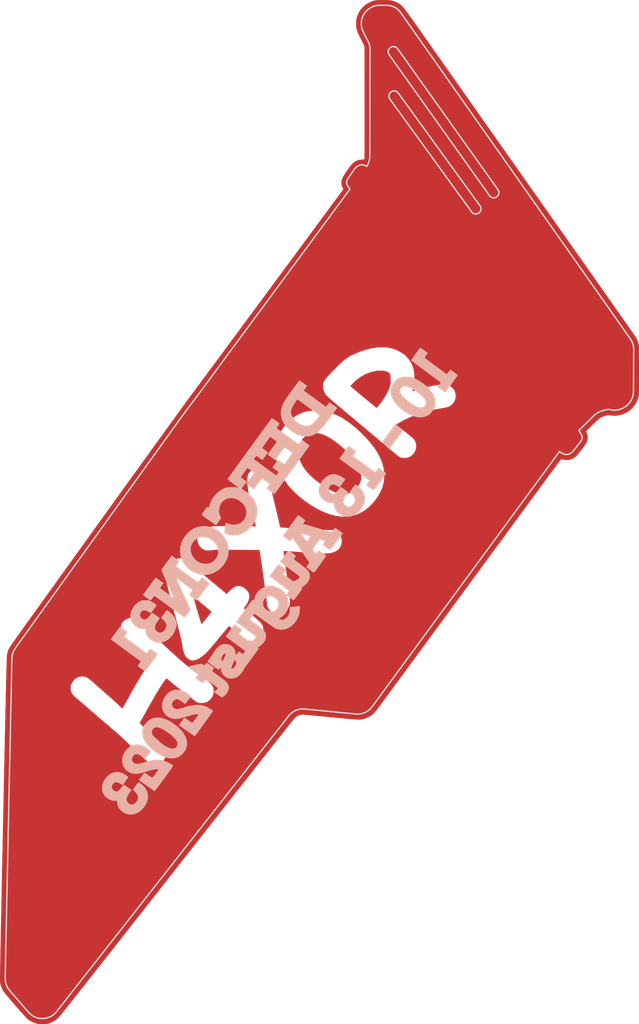
<source format=kicad_pcb>

(kicad_pcb (version 4) (host pcbnew 4.0.7)

	(general
		(links 0)
		(no_connects 0)
		(area 77.052499 41.877835 92.193313 53.630501)
		(thickness 1.6)
		(drawings 8)
		(tracks 0)
		(zones 0)
		(modules 1)
		(nets 1)
	)

	(page A4)
	(layers
		(0 F.Cu signal)
		(31 B.Cu signal)
		(32 B.Adhes user)
		(33 F.Adhes user)
		(34 B.Paste user)
		(35 F.Paste user)
		(36 B.SilkS user)
		(37 F.SilkS user)
		(38 B.Mask user)
		(39 F.Mask user)
		(40 Dwgs.User user)
		(41 Cmts.User user)
		(42 Eco1.User user)
		(43 Eco2.User user)
		(44 Edge.Cuts user)
		(45 Margin user)
		(46 B.CrtYd user)
		(47 F.CrtYd user)
		(48 B.Fab user)
		(49 F.Fab user)
	)

	(setup
		(last_trace_width 0.25)
		(trace_clearance 0.2)
		(zone_clearance 0.508)
		(zone_45_only no)
		(trace_min 0.2)
		(segment_width 0.2)
		(edge_width 0.15)
		(via_size 0.6)
		(via_drill 0.4)
		(via_min_size 0.4)
		(via_min_drill 0.3)
		(uvia_size 0.3)
		(uvia_drill 0.1)
		(uvias_allowed no)
		(uvia_min_size 0.2)
		(uvia_min_drill 0.1)
		(pcb_text_width 0.3)
		(pcb_text_size 1.5 1.5)
		(mod_edge_width 0.15)
		(mod_text_size 1 1)
		(mod_text_width 0.15)
		(pad_size 1.524 1.524)
		(pad_drill 0.762)
		(pad_to_mask_clearance 0.2)
		(aux_axis_origin 0 0)
		(visible_elements FFFFFF7F)
		(pcbplotparams
			(layerselection 0x010f0_80000001)
			(usegerberextensions false)
			(excludeedgelayer true)
			(linewidth 0.100000)
			(plotframeref false)
			(viasonmask false)
			(mode 1)
			(useauxorigin false)
			(hpglpennumber 1)
			(hpglpenspeed 20)
			(hpglpendiameter 15)
			(hpglpenoverlay 2)
			(psnegative false)
			(psa4output false)
			(plotreference true)
			(plotvalue true)
			(plotinvisibletext false)
			(padsonsilk false)
			(subtractmaskfromsilk false)
			(outputformat 1)
			(mirror false)
			(drillshape 1)
			(scaleselection 1)
			(outputdirectory gerbers/))
	)

	(net 0 "")

	(net_class Default "This is the default net class."
		(clearance 0.2)
		(trace_width 0.25)
		(via_dia 0.6)
		(via_drill 0.4)
		(uvia_dia 0.3)
		(uvia_drill 0.1)
	)
(module LOGO (layer F.Cu)
  (at 0 0)
 (fp_text reference "G***" (at 0 0) (layer F.SilkS) hide
  (effects (font (thickness 0.3)))
  )
  (fp_text value "LOGO" (at 0.75 0) (layer F.SilkS) hide
  (effects (font (thickness 0.3)))
  )
)
(module LOGO (layer F.Cu)
  (at 0 0)
 (fp_text reference "G***" (at 0 0) (layer F.SilkS) hide
  (effects (font (thickness 0.3)))
  )
  (fp_text value "LOGO" (at 0.75 0) (layer F.SilkS) hide
  (effects (font (thickness 0.3)))
  )
)
(module LOGO (layer F.Cu)
  (at 0 0)
 (fp_text reference "G***" (at 0 0) (layer F.SilkS) hide
  (effects (font (thickness 0.3)))
  )
  (fp_text value "LOGO" (at 0.75 0) (layer F.SilkS) hide
  (effects (font (thickness 0.3)))
  )
  (fp_poly (pts (xy -26.491005 17.568113) (xy -26.301786 17.627333) (xy -26.236083 17.657618) (xy -26.155058 17.701642) (xy -26.073532 17.751905) (xy -25.999323 17.802798) (xy -25.940251 17.848715) (xy -25.904133 17.884048)
     (xy -25.896981 17.900816) (xy -25.911308 17.924424) (xy -25.945161 17.974552) (xy -25.993088 18.043541) (xy -26.049636 18.123735) (xy -26.109354 18.207474) (xy -26.166788 18.287101) (xy -26.216486 18.354957)
     (xy -26.252995 18.403384) (xy -26.267829 18.421673) (xy -26.291638 18.419340) (xy -26.340477 18.397419) (xy -26.404580 18.360431) (xy -26.416609 18.352766) (xy -26.545381 18.279036) (xy -26.653818 18.239205)
     (xy -26.746497 18.232945) (xy -26.827997 18.259927) (xy -26.901212 18.318077) (xy -26.967451 18.406225) (xy -27.005605 18.500278) (xy -27.011626 18.588961) (xy -27.006780 18.612079) (xy -26.967458 18.694043)
     (xy -26.903920 18.768538) (xy -26.826193 18.828185) (xy -26.744299 18.865603) (xy -26.668264 18.873415) (xy -26.655159 18.870906) (xy -26.597930 18.842095) (xy -26.524589 18.783264) (xy -26.441353 18.700358)
     (xy -26.354445 18.599323) (xy -26.308174 18.539312) (xy -26.250974 18.467457) (xy -26.206271 18.421995) (xy -26.178551 18.407368) (xy -26.175866 18.408258) (xy -26.150443 18.425526) (xy -26.097940 18.462705)
     (xy -26.025453 18.514726) (xy -25.940075 18.576516) (xy -25.918583 18.592143) (xy -25.833014 18.654399) (xy -25.760512 18.707115) (xy -25.707545 18.745591) (xy -25.680581 18.765127) (xy -25.678594 18.766547)
     (xy -25.687283 18.784279) (xy -25.716606 18.827398) (xy -25.761068 18.887987) (xy -25.782400 18.916044) (xy -25.865001 19.033620) (xy -25.933315 19.150516) (xy -25.983110 19.258168) (xy -26.010151 19.348015)
     (xy -26.013816 19.384055) (xy -25.994299 19.496989) (xy -25.940640 19.595762) (xy -25.860265 19.674238) (xy -25.760599 19.726275) (xy -25.649067 19.745735) (xy -25.583361 19.739960) (xy -25.494661 19.704055)
     (xy -25.408635 19.635616) (xy -25.332374 19.544206) (xy -25.272970 19.439395) (xy -25.237515 19.330746) (xy -25.230666 19.264194) (xy -25.243413 19.160138) (xy -25.283994 19.061709) (xy -25.355924 18.963550)
     (xy -25.462717 18.860303) (xy -25.533397 18.802667) (xy -25.592712 18.756418) (xy -25.399260 18.490351) (xy -25.319687 18.383943) (xy -25.255672 18.304659) (xy -25.209524 18.255164) (xy -25.183554 18.238124)
     (xy -25.181195 18.238712) (xy -25.152732 18.258219) (xy -25.101764 18.295494) (xy -25.039323 18.342469) (xy -25.039288 18.342495) (xy -24.863277 18.498765) (xy -24.726955 18.667608) (xy -24.630427 18.846597)
     (xy -24.573793 19.033307) (xy -24.557157 19.225313) (xy -24.580620 19.420189) (xy -24.644286 19.615511) (xy -24.748257 19.808852) (xy -24.892635 19.997787) (xy -24.966083 20.075982) (xy -25.133481 20.220091)
     (xy -25.310127 20.326554) (xy -25.492888 20.394451) (xy -25.678630 20.422861) (xy -25.864220 20.410864) (xy -25.993155 20.377662) (xy -26.191198 20.288484) (xy -26.365610 20.164377) (xy -26.447164 20.085603)
     (xy -26.547715 19.956213) (xy -26.610925 19.818961) (xy -26.641654 19.662650) (xy -26.644082 19.632084) (xy -26.653631 19.483917) (xy -26.777124 19.491033) (xy -26.947448 19.480022) (xy -27.116266 19.428770)
     (xy -27.279032 19.339263) (xy -27.431200 19.213483) (xy -27.445126 19.199529) (xy -27.549064 19.064790) (xy -27.625174 18.903534) (xy -27.664824 18.752056) (xy -27.673185 18.587437) (xy -27.645068 18.413123)
     (xy -27.582939 18.236016) (xy -27.489265 18.063015) (xy -27.366512 17.901022) (xy -27.356711 17.890071) (xy -27.201062 17.744677) (xy -27.034635 17.639362) (xy -26.859462 17.574549) (xy -26.677574 17.550659)
     (xy -26.491005 17.568113) )(layer B.SilkS) (width  0.010000)
  )
  (fp_poly (pts (xy -25.105852 15.716565) (xy -24.899736 15.781754) (xy -24.785244 15.833712) (xy -24.723200 15.868252) (xy -24.648275 15.915143) (xy -24.568548 15.968637) (xy -24.492093 16.022985) (xy -24.426988 16.072438)
     (xy -24.381310 16.111247) (xy -24.363136 16.133665) (xy -24.363095 16.134175) (xy -24.374856 16.157690) (xy -24.406837 16.206857) (xy -24.453672 16.274384) (xy -24.509994 16.352982) (xy -24.570436 16.435357)
     (xy -24.629633 16.514221) (xy -24.682217 16.582281) (xy -24.722824 16.632246) (xy -24.746085 16.656826) (xy -24.748764 16.658167) (xy -24.772510 16.646260) (xy -24.821214 16.614399) (xy -24.886229 16.568373)
     (xy -24.919127 16.544117) (xy -25.062924 16.444160) (xy -25.184570 16.377418) (xy -25.288042 16.343800) (xy -25.377319 16.343212) (xy -25.456378 16.375563) (xy -25.529199 16.440761) (xy -25.593374 16.528525)
     (xy -25.641792 16.636921) (xy -25.649020 16.740688) (xy -25.616195 16.835950) (xy -25.544455 16.918831) (xy -25.463329 16.971816) (xy -25.415562 16.993242) (xy -25.366601 17.006334) (xy -25.310557 17.010385)
     (xy -25.241539 17.004687) (xy -25.153657 16.988530) (xy -25.041022 16.961207) (xy -24.897743 16.922009) (xy -24.788076 16.890604) (xy -24.549487 16.824978) (xy -24.343054 16.776284) (xy -24.162395 16.743928)
     (xy -24.001128 16.727319) (xy -23.852874 16.725864) (xy -23.711251 16.738970) (xy -23.569879 16.766045) (xy -23.536132 16.774337) (xy -23.447283 16.802260) (xy -23.345544 16.842640) (xy -23.238022 16.891635)
     (xy -23.131824 16.945399) (xy -23.034056 17.000089) (xy -22.951825 17.051861) (xy -22.892238 17.096869) (xy -22.862401 17.131271) (xy -22.860297 17.139914) (xy -22.872456 17.160443) (xy -22.906825 17.210770)
     (xy -22.960487 17.286917) (xy -23.030525 17.384906) (xy -23.114024 17.500761) (xy -23.208066 17.630504) (xy -23.309735 17.770157) (xy -23.416114 17.915744) (xy -23.524287 18.063287) (xy -23.631337 18.208809)
     (xy -23.734348 18.348332) (xy -23.830402 18.477879) (xy -23.916584 18.593473) (xy -23.989976 18.691137) (xy -24.047663 18.766893) (xy -24.086727 18.816763) (xy -24.104251 18.836771) (xy -24.104762 18.836977)
     (xy -24.125208 18.825014) (xy -24.175963 18.791824) (xy -24.252611 18.740397) (xy -24.350739 18.673722) (xy -24.465931 18.594787) (xy -24.593773 18.506583) (xy -24.638000 18.475940) (xy -24.768796 18.384822)
     (xy -24.887875 18.301099) (xy -24.990891 18.227889) (xy -25.073498 18.168307) (xy -25.131353 18.125469) (xy -25.160108 18.102493) (xy -25.162469 18.099807) (xy -25.152664 18.078643) (xy -25.122935 18.031231)
     (xy -25.078693 17.965236) (xy -25.025348 17.888325) (xy -24.968310 17.808162) (xy -24.912992 17.732416) (xy -24.864803 17.668750) (xy -24.829154 17.624833) (xy -24.820759 17.615666) (xy -24.803840 17.609531)
     (xy -24.773925 17.617648) (xy -24.726053 17.642688) (xy -24.655261 17.687319) (xy -24.556588 17.754212) (xy -24.533353 17.770301) (xy -24.439035 17.833818) (xy -24.357997 17.884658) (xy -24.296327 17.919268)
     (xy -24.260110 17.934097) (xy -24.253790 17.933424) (xy -24.235636 17.910770) (xy -24.197360 17.860068) (xy -24.143625 17.787590) (xy -24.079093 17.699608) (xy -24.036564 17.641206) (xy -23.837600 17.367250)
     (xy -23.946758 17.360232) (xy -24.008183 17.358854) (xy -24.073729 17.363539) (xy -24.149753 17.375656) (xy -24.242616 17.396575) (xy -24.358675 17.427666) (xy -24.504290 17.470298) (xy -24.617061 17.504620)
     (xy -24.801909 17.560312) (xy -24.953706 17.603099) (xy -25.079270 17.634319) (xy -25.185417 17.655312) (xy -25.278963 17.667415) (xy -25.366723 17.671965) (xy -25.455515 17.670302) (xy -25.459926 17.670088)
     (xy -25.646784 17.642957) (xy -25.815131 17.579635) (xy -25.970149 17.477820) (xy -26.046366 17.409729) (xy -26.166910 17.267565) (xy -26.249038 17.111917) (xy -26.295150 16.937375) (xy -26.306401 16.824075)
     (xy -26.301330 16.643277) (xy -26.265689 16.476688) (xy -26.196306 16.313489) (xy -26.118987 16.184964) (xy -25.978980 16.005160) (xy -25.826838 15.865894) (xy -25.663007 15.767284) (xy -25.487935 15.709447)
     (xy -25.302068 15.692502) (xy -25.105852 15.716565) )(layer B.SilkS) (width  0.010000)
  )
  (fp_poly (pts (xy -23.713550 13.892752) (xy -23.481692 13.947435) (xy -23.473833 13.949908) (xy -23.267146 14.030767) (xy -23.052417 14.142396) (xy -22.837911 14.278582) (xy -22.631892 14.433111) (xy -22.442624 14.599769)
     (xy -22.278372 14.772342) (xy -22.147399 14.944615) (xy -22.143973 14.949863) (xy -22.027243 15.159617) (xy -21.951913 15.364887) (xy -21.917920 15.564712) (xy -21.925203 15.758128) (xy -21.973698 15.944172)
     (xy -22.063344 16.121880) (xy -22.194077 16.290291) (xy -22.233630 16.331283) (xy -22.353443 16.439152) (xy -22.469367 16.516356) (xy -22.595363 16.570621) (xy -22.731531 16.606788) (xy -22.829655 16.624718)
     (xy -22.916122 16.632286) (xy -23.007225 16.629721) (xy -23.119256 16.617252) (xy -23.151872 16.612695) (xy -23.354881 16.566364) (xy -23.570390 16.485546) (xy -23.792295 16.373776) (xy -24.014485 16.234591)
     (xy -24.230854 16.071527) (xy -24.435294 15.888120) (xy -24.479250 15.844182) (xy -24.652041 15.646229) (xy -24.785360 15.446264) (xy -24.879025 15.245997) (xy -24.932855 15.047137) (xy -24.946666 14.851394)
     (xy -24.943581 14.829074) (xy -24.298976 14.829074) (xy -24.290427 14.938926) (xy -24.258519 15.025356) (xy -24.189765 15.132136) (xy -24.088773 15.250850) (xy -23.961915 15.376077) (xy -23.815568 15.502398)
     (xy -23.656104 15.624394) (xy -23.489899 15.736644) (xy -23.323326 15.833729) (xy -23.283333 15.854510) (xy -23.132158 15.923861) (xy -23.005628 15.964954) (xy -22.897725 15.978717) (xy -22.802430 15.966078)
     (xy -22.734290 15.939158) (xy -22.644386 15.871957) (xy -22.587053 15.782406) (xy -22.563654 15.676764) (xy -22.575555 15.561286) (xy -22.624118 15.442230) (xy -22.625433 15.439925) (xy -22.701345 15.332381)
     (xy -22.808125 15.215921) (xy -22.939045 15.095226) (xy -23.087375 14.974977) (xy -23.246386 14.859854) (xy -23.409347 14.754537) (xy -23.569530 14.663707) (xy -23.720205 14.592044) (xy -23.854643 14.544229)
     (xy -23.937785 14.527174) (xy -24.049651 14.532470) (xy -24.145973 14.571939) (xy -24.222480 14.638950) (xy -24.274904 14.726872) (xy -24.298976 14.829074) (xy -24.943581 14.829074) (xy -24.920278 14.660478)
     (xy -24.853508 14.476097) (xy -24.746174 14.299961) (xy -24.655212 14.191391) (xy -24.501667 14.056569) (xy -24.328997 13.958940) (xy -24.138934 13.898858) (xy -23.933208 13.876678) (xy -23.713550 13.892752) )(layer B.SilkS) (width  0.010000)
  )
  (fp_poly (pts (xy -22.357757 12.019838) (xy -22.157561 12.090812) (xy -22.124792 12.106193) (xy -22.044559 12.148753) (xy -21.956926 12.201065) (xy -21.869097 12.258061) (xy -21.788272 12.314673) (xy -21.721653 12.365834)
     (xy -21.676444 12.406478) (xy -21.659844 12.431535) (xy -21.660087 12.433164) (xy -21.675236 12.459848) (xy -21.709592 12.511385) (xy -21.757809 12.580448) (xy -21.814538 12.659712) (xy -21.874430 12.741851)
     (xy -21.932139 12.819537) (xy -21.982315 12.885446) (xy -22.019611 12.932251) (xy -22.038678 12.952626) (xy -22.039528 12.952950) (xy -22.061874 12.941472) (xy -22.110354 12.909572) (xy -22.177374 12.862416)
     (xy -22.240612 12.816157) (xy -22.376607 12.722191) (xy -22.490823 12.661056) (xy -22.588189 12.632737) (xy -22.673634 12.637221) (xy -22.752087 12.674494) (xy -22.828476 12.744541) (xy -22.884265 12.814301)
     (xy -22.934411 12.913591) (xy -22.944632 13.014291) (xy -22.916706 13.110519) (xy -22.852410 13.196396) (xy -22.753521 13.266040) (xy -22.746723 13.269476) (xy -22.685902 13.297252) (xy -22.637725 13.309285)
     (xy -22.583659 13.307710) (xy -22.513920 13.296288) (xy -22.443589 13.280828) (xy -22.345309 13.255958) (xy -22.231515 13.224967) (xy -22.114642 13.191144) (xy -22.101716 13.187266) (xy -21.837173 13.113274)
     (xy -21.603030 13.060852) (xy -21.393374 13.029808) (xy -21.202296 13.019946) (xy -21.023884 13.031073) (xy -20.852229 13.062995) (xy -20.681419 13.115516) (xy -20.621064 13.138600) (xy -20.550571 13.170786)
     (xy -20.466245 13.215166) (xy -20.377358 13.266115) (xy -20.293185 13.318007) (xy -20.222997 13.365216) (xy -20.176068 13.402117) (xy -20.163339 13.416286) (xy -20.173177 13.436274) (xy -20.205231 13.486353)
     (xy -20.256621 13.562520) (xy -20.324468 13.660775) (xy -20.405893 13.777115) (xy -20.498016 13.907539) (xy -20.597957 14.048043) (xy -20.702836 14.194627) (xy -20.809775 14.343289) (xy -20.915894 14.490026)
     (xy -21.018313 14.630836) (xy -21.114153 14.761719) (xy -21.200534 14.878671) (xy -21.274576 14.977691) (xy -21.333401 15.054777) (xy -21.374128 15.105927) (xy -21.393878 15.127139) (xy -21.394592 15.127460)
     (xy -21.415228 15.116815) (xy -21.466120 15.084823) (xy -21.542854 15.034428) (xy -21.641018 14.968572) (xy -21.756196 14.890201) (xy -21.883975 14.802257) (xy -21.928666 14.771282) (xy -22.059530 14.679957)
     (xy -22.178732 14.595878) (xy -22.281915 14.522189) (xy -22.364720 14.462035) (xy -22.422791 14.418562) (xy -22.451770 14.394914) (xy -22.454200 14.392012) (xy -22.444725 14.369861) (xy -22.415178 14.321470)
     (xy -22.370927 14.254435) (xy -22.317339 14.176352) (xy -22.259784 14.094817) (xy -22.203628 14.017425) (xy -22.154242 13.951773) (xy -22.116992 13.905457) (xy -22.097247 13.886073) (xy -22.096531 13.885909)
     (xy -22.075828 13.897157) (xy -22.026832 13.928520) (xy -21.955899 13.975795) (xy -21.869386 14.034778) (xy -21.824015 14.066137) (xy -21.732910 14.128736) (xy -21.654917 14.181101) (xy -21.596196 14.219197)
     (xy -21.562902 14.238984) (xy -21.557726 14.240762) (xy -21.543924 14.222494) (xy -21.509338 14.175752) (xy -21.458165 14.106237) (xy -21.394603 14.019650) (xy -21.338843 13.943542) (xy -21.125787 13.652500)
     (xy -21.264880 13.652500) (xy -21.334793 13.654654) (xy -21.406423 13.662166) (xy -21.486791 13.676614) (xy -21.582918 13.699575) (xy -21.701826 13.732624) (xy -21.850537 13.777340) (xy -21.928666 13.801568)
     (xy -22.143302 13.865986) (xy -22.324906 13.914211) (xy -22.479264 13.946939) (xy -22.612163 13.964870) (xy -22.729389 13.968701) (xy -22.836726 13.959131) (xy -22.939962 13.936856) (xy -22.972166 13.927441)
     (xy -23.087260 13.879892) (xy -23.207147 13.810371) (xy -23.317408 13.728590) (xy -23.403628 13.644262) (xy -23.416715 13.627950) (xy -23.518951 13.461458) (xy -23.583901 13.282585) (xy -23.610090 13.097449)
     (xy -23.596041 12.912166) (xy -23.593031 12.897021) (xy -23.527516 12.686108) (xy -23.421585 12.487028) (xy -23.275700 12.300615) (xy -23.241455 12.264605) (xy -23.088992 12.136926) (xy -22.921799 12.048242)
     (xy -22.742467 11.998921) (xy -22.553590 11.989330) (xy -22.357757 12.019838) )(layer B.SilkS) (width  0.010000)
  )
  (fp_poly (pts (xy -20.567176 10.174486) (xy -20.529282 10.199623) (xy -20.469839 10.241500) (xy -20.396639 10.294355) (xy -20.317471 10.352427) (xy -20.240128 10.409955) (xy -20.172398 10.461175) (xy -20.122074 10.500328)
     (xy -20.096945 10.521652) (xy -20.095685 10.523175) (xy -20.100737 10.549203) (xy -20.125890 10.597002) (xy -20.155378 10.641479) (xy -20.226765 10.740862) (xy -19.823591 11.035683) (xy -19.659630 11.156140)
     (xy -19.526506 11.255522) (xy -19.420440 11.337126) (xy -19.337652 11.404246) (xy -19.274365 11.460179) (xy -19.226800 11.508218) (xy -19.191177 11.551661) (xy -19.163717 11.593801) (xy -19.146316 11.626317)
     (xy -19.099900 11.759953) (xy -19.093520 11.896114) (xy -19.127511 12.036941) (xy -19.202210 12.184577) (xy -19.243778 12.246316) (xy -19.300491 12.312117) (xy -19.378683 12.386567) (xy -19.463495 12.456600)
     (xy -19.540068 12.509150) (xy -19.547416 12.513338) (xy -19.571054 12.505608) (xy -19.621955 12.476466) (xy -19.693614 12.430025) (xy -19.779522 12.370400) (xy -19.821745 12.339889) (xy -19.911192 12.273554)
     (xy -19.987588 12.215183) (xy -20.044750 12.169636) (xy -20.076495 12.141769) (xy -20.080836 12.136306) (xy -20.067358 12.116656) (xy -20.026317 12.082276) (xy -19.966366 12.040356) (xy -19.961789 12.037392)
     (xy -19.897649 11.993016) (xy -19.848737 11.953498) (xy -19.825457 11.927260) (xy -19.825326 11.926931) (xy -19.824501 11.912178) (xy -19.834574 11.892775) (xy -19.858959 11.865869) (xy -19.901071 11.828604)
     (xy -19.964327 11.778129) (xy -20.052141 11.711588) (xy -20.167929 11.626128) (xy -20.303984 11.526972) (xy -20.404414 11.455471) (xy -20.493683 11.394635) (xy -20.566021 11.348176) (xy -20.615661 11.319806)
     (xy -20.636519 11.312977) (xy -20.658043 11.335567) (xy -20.695638 11.383270) (xy -20.741552 11.446205) (xy -20.746162 11.452754) (xy -20.793030 11.513601) (xy -20.833420 11.555381) (xy -20.859620 11.570257)
     (xy -20.861414 11.569874) (xy -20.888061 11.554022) (xy -20.939888 11.519042) (xy -21.009004 11.470646) (xy -21.087519 11.414543) (xy -21.167541 11.356445) (xy -21.241181 11.302061) (xy -21.300549 11.257102)
     (xy -21.337753 11.227279) (xy -21.346118 11.219086) (xy -21.338693 11.196421) (xy -21.310955 11.148871) (xy -21.268219 11.085246) (xy -21.250293 11.060249) (xy -21.145305 10.916239) (xy -21.267111 10.826839)
     (xy -21.335084 10.776963) (xy -21.424450 10.711409) (xy -21.522460 10.639526) (xy -21.597627 10.584406) (xy -21.675950 10.524724) (xy -21.737830 10.473206) (xy -21.777345 10.435113) (xy -21.788570 10.415709)
     (xy -21.788127 10.415173) (xy -21.762887 10.406506) (xy -21.703841 10.391756) (xy -21.618819 10.372507) (xy -21.515649 10.350346) (xy -21.402158 10.326858) (xy -21.286175 10.303630) (xy -21.175528 10.282247)
     (xy -21.078045 10.264295) (xy -21.001553 10.251360) (xy -20.953881 10.245029) (xy -20.946414 10.244654) (xy -20.904397 10.257011) (xy -20.850410 10.287673) (xy -20.836702 10.297584) (xy -20.788823 10.330859)
     (xy -20.754123 10.349233) (xy -20.748334 10.350500) (xy -20.726484 10.334626) (xy -20.690210 10.293720) (xy -20.660722 10.254948) (xy -20.614537 10.199126) (xy -20.579475 10.173866) (xy -20.567176 10.174486) )(layer B.SilkS) (width  0.010000)
  )
  (fp_poly (pts (xy -15.040231 2.618141) (xy -14.990761 2.647860) (xy -14.922762 2.692025) (xy -14.844005 2.745295) (xy -14.762256 2.802323) (xy -14.685284 2.857768) (xy -14.620858 2.906284) (xy -14.576745 2.942528)
     (xy -14.574684 2.944408) (xy -14.574072 2.971857) (xy -14.598620 3.022347) (xy -14.618759 3.052916) (xy -14.658025 3.109322) (xy -14.687787 3.153540) (xy -14.696911 3.168027) (xy -14.685251 3.189169)
     (xy -14.640370 3.231927) (xy -14.564358 3.294566) (xy -14.459302 3.375347) (xy -14.356502 3.451317) (xy -14.187551 3.575689) (xy -14.050005 3.680087) (xy -13.939990 3.767937) (xy -13.853632 3.842665)
     (xy -13.787059 3.907696) (xy -13.736395 3.966457) (xy -13.697768 4.022372) (xy -13.684167 4.045897) (xy -13.650005 4.115096) (xy -13.631004 4.177496) (xy -13.622981 4.251313) (xy -13.621660 4.318122)
     (xy -13.624788 4.415245) (xy -13.637403 4.490004) (xy -13.663590 4.562025) (xy -13.679459 4.595853) (xy -13.784059 4.762410) (xy -13.922418 4.906808) (xy -14.028177 4.986110) (xy -14.090442 5.027032)
     (xy -14.137436 5.058312) (xy -14.159144 5.073281) (xy -14.159240 5.073359) (xy -14.153852 5.091983) (xy -14.134883 5.114688) (xy -14.125992 5.127795) (xy -14.125128 5.145922) (xy -14.134886 5.173398)
     (xy -14.157860 5.214553) (xy -14.196645 5.273716) (xy -14.253835 5.355217) (xy -14.332026 5.463384) (xy -14.397792 5.553392) (xy -14.481844 5.666864) (xy -14.558305 5.767597) (xy -14.623490 5.850941)
     (xy -14.673716 5.912242) (xy -14.705299 5.946849) (xy -14.714084 5.952827) (xy -14.737599 5.938879) (xy -14.788286 5.904556) (xy -14.859267 5.854641) (xy -14.943669 5.793914) (xy -14.966702 5.777135)
     (xy -15.059618 5.709474) (xy -15.122746 5.664742) (xy -15.160482 5.640895) (xy -15.177222 5.635890) (xy -15.177362 5.647684) (xy -15.165297 5.674235) (xy -15.158252 5.688112) (xy -15.089985 5.864442)
     (xy -15.052668 6.058077) (xy -15.047369 6.256336) (xy -15.075154 6.446538) (xy -15.089963 6.499694) (xy -15.155587 6.657285) (xy -15.248946 6.809697) (xy -15.362351 6.947495) (xy -15.488114 7.061244)
     (xy -15.609450 7.137190) (xy -15.663167 7.167840) (xy -15.694994 7.194955) (xy -15.699137 7.206326) (xy -15.671952 7.232189) (xy -15.616847 7.255107) (xy -15.548224 7.271203) (xy -15.480487 7.276598)
     (xy -15.449111 7.273653) (xy -15.351866 7.239462) (xy -15.249909 7.177285) (xy -15.157493 7.096985) (xy -15.107514 7.037260) (xy -15.029614 6.904619) (xy -14.983934 6.766280) (xy -14.966248 6.608540)
     (xy -14.965713 6.577542) (xy -14.964051 6.493942) (xy -14.958886 6.444265) (xy -14.948285 6.420131) (xy -14.930316 6.413159) (xy -14.927791 6.413079) (xy -14.893774 6.410725) (xy -14.826702 6.404574)
     (xy -14.735595 6.395502) (xy -14.629471 6.384384) (xy -14.605000 6.381750) (xy -14.498770 6.370375) (xy -14.407521 6.360821) (xy -14.339592 6.353945) (xy -14.303321 6.350603) (xy -14.300177 6.350421)
     (xy -14.291805 6.369630) (xy -14.288864 6.421806) (xy -14.290692 6.498025) (xy -14.296626 6.589362) (xy -14.306003 6.686891) (xy -14.318158 6.781688) (xy -14.332430 6.864828) (xy -14.341294 6.903720)
     (xy -14.415703 7.117320) (xy -14.522093 7.316027) (xy -14.655901 7.495444) (xy -14.812571 7.651177) (xy -14.987540 7.778833) (xy -15.176250 7.874017) (xy -15.374140 7.932334) (xy -15.415972 7.939417)
     (xy -15.600382 7.946218) (xy -15.785773 7.915156) (xy -15.959854 7.848566) (xy -15.995605 7.829270) (xy -16.040326 7.801014) (xy -16.114350 7.751072) (xy -16.212869 7.682825) (xy -16.331072 7.599654)
     (xy -16.464150 7.504941) (xy -16.607293 7.402067) (xy -16.734585 7.309786) (xy -16.877306 7.206262) (xy -17.009485 7.111087) (xy -17.127176 7.027047) (xy -17.226433 6.956932) (xy -17.303311 6.903527)
     (xy -17.353863 6.869623) (xy -17.374068 6.858000) (xy -17.391620 6.873770) (xy -17.427613 6.915552) (xy -17.475676 6.975057) (xy -17.529442 7.043996) (xy -17.582542 7.114079) (xy -17.628606 7.177018)
     (xy -17.661265 7.224522) (xy -17.674152 7.248303) (xy -17.674166 7.248590) (xy -17.657858 7.263024) (xy -17.612300 7.298468) (xy -17.542541 7.351122) (xy -17.453632 7.417183) (xy -17.350622 7.492850)
     (xy -17.319625 7.515471) (xy -17.150693 7.639830) (xy -17.013166 7.744218) (xy -16.903171 7.832061) (xy -16.816832 7.906786) (xy -16.750276 7.971820) (xy -16.699628 8.030588) (xy -16.661014 8.086517)
     (xy -16.647500 8.109897) (xy -16.613634 8.178160) (xy -16.594884 8.238933) (xy -16.587192 8.310233) (xy -16.586244 8.382000) (xy -16.590340 8.480304) (xy -16.604284 8.557145) (xy -16.632531 8.633051)
     (xy -16.647762 8.665549) (xy -16.727297 8.793725) (xy -16.835245 8.917855) (xy -16.958767 9.024385) (xy -17.034714 9.074045) (xy -17.095237 9.110564) (xy -17.123441 9.134671) (xy -17.124927 9.152776)
     (xy -17.113887 9.164638) (xy -17.086873 9.196295) (xy -17.081500 9.212043) (xy -17.093649 9.234569) (xy -17.127797 9.286221) (xy -17.180494 9.362294) (xy -17.248291 9.458082) (xy -17.327740 9.568881)
     (xy -17.415390 9.689985) (xy -17.507792 9.816689) (xy -17.601498 9.944289) (xy -17.693058 10.068079) (xy -17.779023 10.183355) (xy -17.855944 10.285411) (xy -17.920371 10.369542) (xy -17.968854 10.431043)
     (xy -17.997946 10.465209) (xy -18.004108 10.470559) (xy -18.027758 10.496976) (xy -18.045214 10.543872) (xy -18.069261 10.605647) (xy -18.115585 10.687996) (xy -18.177192 10.780912) (xy -18.247085 10.874388)
     (xy -18.318269 10.958416) (xy -18.374440 11.014825) (xy -18.506342 11.117836) (xy -18.637703 11.185346) (xy -18.780461 11.222307) (xy -18.900122 11.232892) (xy -19.037501 11.231307) (xy -19.137336 11.216257)
     (xy -19.160858 11.208690) (xy -19.317476 11.127132) (xy -19.447131 11.014747) (xy -19.546393 10.875894) (xy -19.611837 10.714933) (xy -19.633767 10.607151) (xy -19.646292 10.512492) (xy -18.924177 10.512492)
     (xy -18.923812 10.547810) (xy -18.919251 10.556100) (xy -18.895933 10.577649) (xy -18.869578 10.578745) (xy -18.828138 10.557388) (xy -18.794625 10.535395) (xy -18.711533 10.463033) (xy -18.646977 10.374880)
     (xy -18.603890 10.279587) (xy -18.585205 10.185806) (xy -18.593854 10.102186) (xy -18.627571 10.042621) (xy -18.665258 10.007234) (xy -18.691506 9.990810) (xy -18.692866 9.990667) (xy -18.707283 10.003069)
     (xy -18.730533 10.042370) (xy -18.764133 10.111707) (xy -18.809600 10.214221) (xy -18.868451 10.353050) (xy -18.871483 10.360309) (xy -18.907222 10.451990) (xy -18.924177 10.512492) (xy -19.646292 10.512492)
     (xy -19.648821 10.493385) (xy -19.715943 10.573335) (xy -19.762926 10.622443) (xy -19.796417 10.639019) (xy -19.814777 10.634184) (xy -19.858489 10.605436) (xy -19.924498 10.559023) (xy -20.006758 10.499496)
     (xy -20.099221 10.431405) (xy -20.195839 10.359301) (xy -20.290566 10.287734) (xy -20.377353 10.221255) (xy -20.450154 10.164414) (xy -20.502921 10.121761) (xy -20.529607 10.097847) (xy -20.531666 10.094745)
     (xy -20.519941 10.072853) (xy -20.488390 10.024601) (xy -20.442450 9.957597) (xy -20.432380 9.943260) (xy -19.597269 9.943260) (xy -19.580399 10.004141) (xy -19.569396 10.018581) (xy -19.535601 10.046352)
     (xy -19.517811 10.054167) (xy -19.502874 10.036191) (xy -19.474833 9.987528) (xy -19.437999 9.916075) (xy -19.405093 9.847792) (xy -19.354515 9.739077) (xy -19.320351 9.662463) (xy -19.300700 9.611885)
     (xy -19.293658 9.581279) (xy -19.297321 9.564582) (xy -19.309787 9.555727) (xy -19.313030 9.554417) (xy -19.360792 9.556347) (xy -19.420894 9.586505) (xy -19.482393 9.637763) (xy -19.529497 9.695444)
     (xy -19.570298 9.776594) (xy -19.593396 9.863305) (xy -19.597269 9.943260) (xy -20.432380 9.943260) (xy -20.387556 9.879450) (xy -20.329145 9.797770) (xy -20.272654 9.720166) (xy -20.223518 9.654246)
     (xy -20.187175 9.607619) (xy -20.169975 9.588500) (xy -20.154124 9.565486) (xy -20.125794 9.515238) (xy -20.091074 9.448564) (xy -20.090566 9.447555) (xy -19.999047 9.300120) (xy -19.882525 9.165451)
     (xy -19.751319 9.054158) (xy -19.646470 8.990917) (xy -19.572983 8.956818) (xy -19.512302 8.936174) (xy -19.448596 8.925681) (xy -19.366037 8.922037) (xy -19.315028 8.921750) (xy -19.166109 8.931007)
     (xy -19.043828 8.961998) (xy -18.936011 9.019551) (xy -18.830485 9.108493) (xy -18.821318 9.117568) (xy -18.725708 9.236886) (xy -18.663372 9.373287) (xy -18.630700 9.534790) (xy -18.629840 9.543070)
     (xy -18.615770 9.683750) (xy -18.521802 9.551459) (xy -18.474044 9.488308) (xy -18.433158 9.441553) (xy -18.406780 9.419773) (xy -18.404072 9.419167) (xy -18.376011 9.431069) (xy -18.325720 9.462204)
     (xy -18.266833 9.503834) (xy -18.207493 9.546733) (xy -18.161844 9.577193) (xy -18.140085 9.588500) (xy -18.121605 9.572593) (xy -18.089284 9.532956) (xy -18.051784 9.481714) (xy -18.017770 9.430993)
     (xy -17.995904 9.392918) (xy -17.992198 9.381506) (xy -18.008866 9.366082) (xy -18.056143 9.328679) (xy -18.130308 9.272088) (xy -18.227636 9.199096) (xy -18.344405 9.112492) (xy -18.476893 9.015065)
     (xy -18.621376 8.909603) (xy -18.648345 8.890000) (xy -18.794309 8.783258) (xy -18.928547 8.683716) (xy -19.047391 8.594198) (xy -19.147172 8.517530) (xy -19.224224 8.456536) (xy -19.274876 8.414040)
     (xy -19.295462 8.392868) (xy -19.295686 8.391525) (xy -19.279266 8.363614) (xy -19.242488 8.309577) (xy -19.189606 8.235109) (xy -19.124878 8.145905) (xy -19.052557 8.047661) (xy -18.976901 7.946073)
     (xy -18.902165 7.846834) (xy -18.832605 7.755641) (xy -18.772476 7.678189) (xy -18.726035 7.620173) (xy -18.697536 7.587288) (xy -18.690776 7.582004) (xy -18.661520 7.599239) (xy -18.608618 7.635331)
     (xy -18.539557 7.684686) (xy -18.461829 7.741707) (xy -18.382923 7.800800) (xy -18.310327 7.856369) (xy -18.251531 7.902820) (xy -18.214025 7.934556) (xy -18.204367 7.945396) (xy -18.215400 7.970324)
     (xy -18.245549 8.019605) (xy -18.288792 8.083527) (xy -18.298684 8.097497) (xy -18.394035 8.231119) (xy -18.042688 8.488590) (xy -17.691342 8.746061) (xy -17.597553 8.710242) (xy -17.482052 8.657457)
     (xy -17.388722 8.597614) (xy -17.321498 8.534959) (xy -17.284317 8.473734) (xy -17.281113 8.418183) (xy -17.298502 8.387799) (xy -17.323073 8.366958) (xy -17.377867 8.324370) (xy -17.458795 8.263086)
     (xy -17.561773 8.186159) (xy -17.682713 8.096644) (xy -17.817530 7.997592) (xy -17.958046 7.895033) (xy -18.100739 7.790792) (xy -18.232018 7.694067) (xy -18.348074 7.607729) (xy -18.445095 7.534649)
     (xy -18.519271 7.477697) (xy -18.566792 7.439744) (xy -18.583846 7.423661) (xy -18.583850 7.423609) (xy -18.571952 7.403806) (xy -18.538146 7.354210) (xy -18.485572 7.279156) (xy -18.417369 7.182981)
     (xy -18.336676 7.070021) (xy -18.246632 6.944610) (xy -18.150376 6.811086) (xy -18.051049 6.673783) (xy -17.951788 6.537038) (xy -17.855732 6.405186) (xy -17.766022 6.282564) (xy -17.685796 6.173507)
     (xy -17.683258 6.170084) (xy -16.784105 6.170084) (xy -16.768308 6.310575) (xy -16.718386 6.429625) (xy -16.631019 6.534824) (xy -16.620406 6.544594) (xy -16.488008 6.644054) (xy -16.356119 6.701934)
     (xy -16.221887 6.718853) (xy -16.082459 6.695432) (xy -16.023166 6.674328) (xy -15.959798 6.639586) (xy -15.893918 6.590497) (xy -15.878437 6.576469) (xy -15.791279 6.467358) (xy -15.741519 6.347770)
     (xy -15.727337 6.223170) (xy -15.746914 6.099022) (xy -15.798430 5.980791) (xy -15.880066 5.873940) (xy -15.990002 5.783934) (xy -16.126418 5.716237) (xy -16.169669 5.701857) (xy -16.304641 5.681610)
     (xy -16.433546 5.699257) (xy -16.550562 5.750362) (xy -16.649863 5.830487) (xy -16.725628 5.935193) (xy -16.772034 6.060045) (xy -16.784105 6.170084) (xy -17.683258 6.170084) (xy -17.618193 6.082350)
     (xy -17.566353 6.013431) (xy -17.533414 5.971084) (xy -17.525317 5.961552) (xy -17.495979 5.935893) (xy -17.468548 5.937626) (xy -17.436300 5.956726) (xy -17.383840 5.991100) (xy -17.370834 5.879508)
     (xy -17.352379 5.796590) (xy -17.316450 5.693886) (xy -17.272911 5.596028) (xy -17.163272 5.419130) (xy -17.026002 5.270692) (xy -16.865965 5.152040) (xy -16.688026 5.064500) (xy -16.497048 5.009400)
     (xy -16.297896 4.988065) (xy -16.095434 5.001823) (xy -15.894526 5.051999) (xy -15.700036 5.139922) (xy -15.668435 5.158430) (xy -15.534784 5.248051) (xy -15.414961 5.344838) (xy -15.318381 5.440636)
     (xy -15.267853 5.505425) (xy -15.213258 5.587924) (xy -15.121360 5.466254) (xy -15.076117 5.403619) (xy -15.043262 5.352921) (xy -15.029413 5.324429) (xy -15.029324 5.323417) (xy -15.045855 5.306662)
     (xy -15.093029 5.268014) (xy -15.167124 5.210298) (xy -15.264414 5.136341) (xy -15.381177 5.048968) (xy -15.513689 4.951006) (xy -15.658226 4.845280) (xy -15.684742 4.826000) (xy -15.830891 4.719553)
     (xy -15.965688 4.620849) (xy -16.085421 4.532646) (xy -16.186376 4.457704) (xy -16.264841 4.398780) (xy -16.317102 4.358634) (xy -16.339446 4.340024) (xy -16.340005 4.339167) (xy -16.328052 4.320127)
     (xy -16.295182 4.272855) (xy -16.245631 4.203166) (xy -16.183634 4.116879) (xy -16.113426 4.019811) (xy -16.039243 3.917780) (xy -15.965321 3.816603) (xy -15.895895 3.722098) (xy -15.835200 3.640082)
     (xy -15.787473 3.576373) (xy -15.756948 3.536788) (xy -15.748900 3.527279) (xy -15.725261 3.532777) (xy -15.670837 3.563304) (xy -15.587844 3.617377) (xy -15.478497 3.693512) (xy -15.345013 3.790225)
     (xy -15.241853 3.866788) (xy -15.243271 3.890596) (xy -15.268398 3.940311) (xy -15.313589 4.009534) (xy -15.356223 4.067497) (xy -15.431896 4.166243) (xy -15.080598 4.423679) (xy -14.729300 4.681114)
     (xy -14.627506 4.644510) (xy -14.548448 4.609145) (xy -14.463854 4.561134) (xy -14.428203 4.537142) (xy -14.353552 4.470179) (xy -14.316848 4.406490) (xy -14.319306 4.348930) (xy -14.336702 4.322104)
     (xy -14.360997 4.301566) (xy -14.415520 4.259267) (xy -14.496194 4.198250) (xy -14.598942 4.121558) (xy -14.719687 4.032236) (xy -14.854352 3.933326) (xy -14.994792 3.830832) (xy -15.137439 3.726662)
     (xy -15.268679 3.630078) (xy -15.384702 3.543939) (xy -15.481698 3.471109) (xy -15.555855 3.414449) (xy -15.603363 3.376820) (xy -15.620410 3.361084) (xy -15.620414 3.361040) (xy -15.608550 3.338000)
     (xy -15.575401 3.287574) (xy -15.525484 3.215867) (xy -15.463317 3.128985) (xy -15.393417 3.033033) (xy -15.320301 2.934117) (xy -15.248486 2.838342) (xy -15.182491 2.751814) (xy -15.126832 2.680638)
     (xy -15.086027 2.630920) (xy -15.064593 2.608765) (xy -15.063406 2.608213) (xy -15.040231 2.618141) )(layer B.SilkS) (width  0.010000)
  )
  (fp_poly (pts (xy -26.423194 7.763213) (xy -26.372785 7.792182) (xy -26.304411 7.836134) (xy -26.225814 7.889592) (xy -26.144736 7.947075) (xy -26.068921 8.003103) (xy -26.006112 8.052197) (xy -25.964050 8.088877)
     (xy -25.950333 8.106840) (xy -25.962032 8.130854) (xy -25.992860 8.178752) (xy -26.036417 8.240649) (xy -26.041338 8.247380) (xy -26.088287 8.311936) (xy -26.126036 8.364872) (xy -26.146853 8.395338)
     (xy -26.147445 8.396297) (xy -26.134518 8.415406) (xy -26.087530 8.457936) (xy -26.007268 8.523274) (xy -25.894518 8.610806) (xy -25.750068 8.719918) (xy -25.574703 8.849997) (xy -25.428477 8.957214)
     (xy -25.272571 9.070980) (xy -25.126700 9.177270) (xy -24.994530 9.273423) (xy -24.879726 9.356779) (xy -24.785954 9.424680) (xy -24.716879 9.474465) (xy -24.676169 9.503474) (xy -24.666972 9.509747)
     (xy -24.641151 9.504216) (xy -24.598640 9.464886) (xy -24.537780 9.390174) (xy -24.527933 9.377110) (xy -24.466896 9.301088) (xy -24.419618 9.253656) (xy -24.389824 9.238480) (xy -24.387561 9.239016)
     (xy -24.360451 9.255064) (xy -24.308318 9.290197) (xy -24.239130 9.338640) (xy -24.160857 9.394621) (xy -24.081470 9.452367) (xy -24.008937 9.506105) (xy -23.951228 9.550062) (xy -23.916314 9.578465)
     (xy -23.909903 9.585016) (xy -23.920031 9.604196) (xy -23.951701 9.652590) (xy -24.001393 9.725294) (xy -24.065588 9.817403) (xy -24.140766 9.924013) (xy -24.223409 10.040220) (xy -24.309997 10.161118)
     (xy -24.397011 10.281805) (xy -24.480931 10.397375) (xy -24.558237 10.502924) (xy -24.625412 10.593548) (xy -24.678934 10.664343) (xy -24.715286 10.710404) (xy -24.727178 10.723916) (xy -24.744011 10.732475)
     (xy -24.770092 10.727792) (xy -24.811264 10.706803) (xy -24.873373 10.666443) (xy -24.962264 10.603649) (xy -24.977440 10.592704) (xy -25.083199 10.516337) (xy -25.158771 10.460383) (xy -25.207903 10.419945)
     (xy -25.234342 10.390126) (xy -25.241833 10.366026) (xy -25.234123 10.342749) (xy -25.214959 10.315397) (xy -25.202304 10.298731) (xy -25.151868 10.231319) (xy -25.100669 10.162856) (xy -25.093174 10.152830)
     (xy -25.040348 10.082159) (xy -26.055651 9.343205) (xy -26.238650 9.209845) (xy -26.411060 9.083870) (xy -26.569903 8.967479) (xy -26.712197 8.862872) (xy -26.834963 8.772250) (xy -26.935219 8.697812)
     (xy -27.009985 8.641757) (xy -27.056282 8.606285) (xy -27.071179 8.593667) (xy -27.059146 8.571869) (xy -27.025637 8.522200) (xy -26.974914 8.450396) (xy -26.911241 8.362195) (xy -26.838879 8.263336)
     (xy -26.762092 8.159555) (xy -26.685143 8.056590) (xy -26.612293 7.960180) (xy -26.547807 7.876062) (xy -26.495946 7.809973) (xy -26.460972 7.767651) (xy -26.447893 7.754710) (xy -26.423194 7.763213) )(layer B.SilkS) (width  0.010000)
  )
  (fp_poly (pts (xy -24.641788 5.959269) (xy -24.567974 5.963638) (xy -24.509189 5.974247) (xy -24.451784 5.993816) (xy -24.382111 6.025068) (xy -24.361970 6.034645) (xy -24.272288 6.080801) (xy -24.182801 6.132529)
     (xy -24.101297 6.184630) (xy -24.035562 6.231908) (xy -23.993383 6.269165) (xy -23.981833 6.288369) (xy -23.993831 6.313920) (xy -24.026225 6.364706) (xy -24.073610 6.433441) (xy -24.130586 6.512836)
     (xy -24.191750 6.595606) (xy -24.251699 6.674464) (xy -24.305031 6.742123) (xy -24.346345 6.791296) (xy -24.370236 6.814695) (xy -24.372764 6.815667) (xy -24.402715 6.804568) (xy -24.451961 6.776565)
     (xy -24.475509 6.761190) (xy -24.614938 6.679607) (xy -24.737370 6.636427) (xy -24.843831 6.631749) (xy -24.935349 6.665672) (xy -25.012948 6.738293) (xy -25.062261 6.817486) (xy -25.095094 6.897508)
     (xy -25.099538 6.965641) (xy -25.075520 7.040388) (xy -25.061271 7.069790) (xy -24.997196 7.159240) (xy -24.914740 7.221611) (xy -24.822554 7.253724) (xy -24.729289 7.252402) (xy -24.651902 7.220210)
     (xy -24.595052 7.172261) (xy -24.522111 7.094606) (xy -24.438836 6.993796) (xy -24.356268 6.883763) (xy -24.315331 6.834616) (xy -24.280362 6.806076) (xy -24.265644 6.802899) (xy -24.238361 6.819071)
     (xy -24.186830 6.854193) (xy -24.118467 6.902777) (xy -24.040692 6.959336) (xy -23.960923 7.018383) (xy -23.886578 7.074430) (xy -23.825076 7.121989) (xy -23.783836 7.155572) (xy -23.770166 7.169413)
     (xy -23.781926 7.190560) (xy -23.813223 7.236780) (xy -23.858089 7.299364) (xy -23.874499 7.321642) (xy -23.968076 7.456371) (xy -24.032548 7.570650) (xy -24.071067 7.671443) (xy -24.086784 7.765715)
     (xy -24.087527 7.792407) (xy -24.074774 7.900053) (xy -24.032790 7.986369) (xy -23.955540 8.062952) (xy -23.940964 8.074003) (xy -23.837477 8.127368) (xy -23.730091 8.140564) (xy -23.622841 8.115005)
     (xy -23.519757 8.052106) (xy -23.424872 7.953283) (xy -23.371756 7.874296) (xy -23.322822 7.753336) (xy -23.314659 7.629225) (xy -23.346246 7.505560) (xy -23.416561 7.385941) (xy -23.524585 7.273967)
     (xy -23.547318 7.255404) (xy -23.604753 7.208146) (xy -23.646274 7.170312) (xy -23.663120 7.149901) (xy -23.663152 7.149656) (xy -23.651735 7.127772) (xy -23.620115 7.079609) (xy -23.573695 7.012599)
     (xy -23.517879 6.934175) (xy -23.458071 6.851770) (xy -23.399672 6.772815) (xy -23.348087 6.704743) (xy -23.308718 6.654986) (xy -23.286969 6.630978) (xy -23.285344 6.629964) (xy -23.259074 6.638887)
     (xy -23.209852 6.670482) (xy -23.145562 6.718414) (xy -23.074086 6.776352) (xy -23.003309 6.837961) (xy -22.941113 6.896908) (xy -22.904588 6.935853) (xy -22.821377 7.049140) (xy -22.745594 7.183471)
     (xy -22.685178 7.322778) (xy -22.648067 7.450996) (xy -22.646825 7.457598) (xy -22.636719 7.625157) (xy -22.662472 7.801776) (xy -22.720457 7.981250) (xy -22.807049 8.157373) (xy -22.918620 8.323938)
     (xy -23.051545 8.474741) (xy -23.202198 8.603576) (xy -23.366951 8.704236) (xy -23.378583 8.709906) (xy -23.563963 8.782668) (xy -23.739699 8.817182) (xy -23.912045 8.814436) (xy -23.976125 8.804189)
     (xy -24.154780 8.749804) (xy -24.318521 8.662906) (xy -24.462373 8.548665) (xy -24.581361 8.412252) (xy -24.670511 8.258837) (xy -24.724849 8.093589) (xy -24.736932 8.013461) (xy -24.750202 7.871355)
     (xy -24.829458 7.884745) (xy -24.963511 7.887975) (xy -25.108866 7.857676) (xy -25.256410 7.797402) (xy -25.397028 7.710711) (xy -25.500144 7.623028) (xy -25.622104 7.475538) (xy -25.705404 7.313046)
     (xy -25.749561 7.138837) (xy -25.754093 6.956197) (xy -25.718519 6.768414) (xy -25.650802 6.595661) (xy -25.532153 6.394003) (xy -25.390786 6.227508) (xy -25.225412 6.094831) (xy -25.106060 6.026889)
     (xy -25.039862 5.995772) (xy -24.985040 5.975835) (xy -24.928559 5.964609) (xy -24.857379 5.959629) (xy -24.758462 5.958425) (xy -24.744278 5.958417) (xy -24.641788 5.959269) )(layer B.SilkS) (width  0.010000)
  )
  (fp_poly (pts (xy -22.935261 2.953788) (xy -22.890470 2.985120) (xy -22.826189 3.030866) (xy -22.749750 3.085726) (xy -22.668486 3.144404) (xy -22.589730 3.201601) (xy -22.520815 3.252020) (xy -22.469074 3.290363)
     (xy -22.441840 3.311331) (xy -22.439979 3.312974) (xy -22.448555 3.331829) (xy -22.477546 3.376731) (xy -22.521818 3.439973) (xy -22.552991 3.482714) (xy -22.602869 3.554090) (xy -22.638750 3.613173)
     (xy -22.655971 3.651822) (xy -22.655512 3.661724) (xy -22.631843 3.680265) (xy -22.578783 3.719923) (xy -22.500669 3.777554) (xy -22.401840 3.850012) (xy -22.286633 3.934155) (xy -22.159385 4.026836)
     (xy -22.024434 4.124913) (xy -21.886119 4.225240) (xy -21.748776 4.324672) (xy -21.616744 4.420067) (xy -21.494360 4.508278) (xy -21.385963 4.586163) (xy -21.295889 4.650575) (xy -21.228476 4.698371)
     (xy -21.188063 4.726407) (xy -21.178300 4.732554) (xy -21.156975 4.719993) (xy -21.118233 4.679821) (xy -21.068690 4.619278) (xy -21.040817 4.582096) (xy -20.990005 4.513135) (xy -20.949285 4.459383)
     (xy -20.924453 4.428417) (xy -20.919724 4.423834) (xy -20.899769 4.435759) (xy -20.853519 4.467895) (xy -20.788338 4.514775) (xy -20.711590 4.570937) (xy -20.630641 4.630916) (xy -20.552854 4.689248)
     (xy -20.485594 4.740469) (xy -20.436226 4.779115) (xy -20.412114 4.799722) (xy -20.410914 4.801341) (xy -20.421309 4.823689) (xy -20.454083 4.874547) (xy -20.505621 4.949098) (xy -20.572310 5.042528)
     (xy -20.650534 5.150022) (xy -20.736679 5.266765) (xy -20.827132 5.387943) (xy -20.918277 5.508740) (xy -21.006501 5.624343) (xy -21.088188 5.729935) (xy -21.159725 5.820703) (xy -21.217497 5.891832)
     (xy -21.257890 5.938506) (xy -21.277289 5.955911) (xy -21.277637 5.955927) (xy -21.305573 5.942962) (xy -21.360055 5.909147) (xy -21.433904 5.859217) (xy -21.519941 5.797910) (xy -21.544827 5.779653)
     (xy -21.640941 5.709094) (xy -21.706550 5.657705) (xy -21.743788 5.617693) (xy -21.754787 5.581263) (xy -21.741678 5.540624) (xy -21.706593 5.487981) (xy -21.651664 5.415542) (xy -21.646362 5.408506)
     (xy -21.601728 5.345956) (xy -21.570875 5.296494) (xy -21.559531 5.269443) (xy -21.559931 5.267780) (xy -21.568496 5.259436) (xy -21.590710 5.241480) (xy -21.629040 5.212089) (xy -21.685951 5.169438)
     (xy -21.763911 5.111705) (xy -21.865385 5.037066) (xy -21.992839 4.943697) (xy -22.148740 4.829774) (xy -22.335554 4.693473) (xy -22.410830 4.638590) (xy -22.504696 4.570543) (xy -22.569053 4.525452)
     (xy -22.608404 4.501062) (xy -22.627250 4.495120) (xy -22.630093 4.505373) (xy -22.621433 4.529568) (xy -22.619469 4.534149) (xy -22.604687 4.567192) (xy -22.574139 4.634575) (xy -22.529714 4.732163)
     (xy -22.473300 4.855820) (xy -22.406785 5.001410) (xy -22.332057 5.164796) (xy -22.251005 5.341843) (xy -22.172163 5.513917) (xy -22.086563 5.700746) (xy -22.005226 5.878428) (xy -21.930092 6.042714)
     (xy -21.863101 6.189357) (xy -21.806190 6.314109) (xy -21.761301 6.412722) (xy -21.730372 6.480950) (xy -21.716037 6.512949) (xy -21.677107 6.601815) (xy -21.867251 6.862199) (xy -21.934237 6.952920)
     (xy -21.993023 7.030635) (xy -22.038899 7.089267) (xy -22.067161 7.122739) (xy -22.073292 7.128171) (xy -22.092799 7.117046) (xy -22.143394 7.083046) (xy -22.222038 7.028338) (xy -22.325689 6.955093)
     (xy -22.451305 6.865477) (xy -22.595846 6.761661) (xy -22.756270 6.645813) (xy -22.929536 6.520102) (xy -23.093620 6.400556) (xy -23.276105 6.267491) (xy -23.448623 6.141970) (xy -23.608106 6.026207)
     (xy -23.751488 5.922414) (xy -23.875702 5.832805) (xy -23.977682 5.759592) (xy -24.054360 5.704988) (xy -24.102669 5.671207) (xy -24.119317 5.660448) (xy -24.140105 5.673498) (xy -24.178069 5.714240)
     (xy -24.226670 5.775298) (xy -24.253010 5.811271) (xy -24.304540 5.880636) (xy -24.348490 5.934453) (xy -24.378310 5.964938) (xy -24.385789 5.969000) (xy -24.409885 5.957241) (xy -24.459583 5.925592)
     (xy -24.527341 5.879501) (xy -24.605618 5.824411) (xy -24.686871 5.765770) (xy -24.763557 5.709021) (xy -24.828135 5.659612) (xy -24.873061 5.622986) (xy -24.890794 5.604591) (xy -24.890828 5.604365)
     (xy -24.879146 5.584902) (xy -24.845962 5.536181) (xy -24.794803 5.463086) (xy -24.729196 5.370500) (xy -24.652668 5.263309) (xy -24.568746 5.146395) (xy -24.480956 5.024642) (xy -24.392826 4.902936)
     (xy -24.307882 4.786158) (xy -24.229651 4.679195) (xy -24.161660 4.586929) (xy -24.107436 4.514244) (xy -24.070505 4.466025) (xy -24.056802 4.449412) (xy -24.040315 4.443049) (xy -24.011172 4.451306)
     (xy -23.964432 4.476960) (xy -23.895153 4.522792) (xy -23.798394 4.591578) (xy -23.779114 4.605568) (xy -23.689819 4.670562) (xy -23.613397 4.726315) (xy -23.556053 4.768289) (xy -23.523993 4.791947)
     (xy -23.519479 4.795399) (xy -23.528049 4.813918) (xy -23.557021 4.858539) (xy -23.601268 4.921596) (xy -23.632491 4.964381) (xy -23.682360 5.035693) (xy -23.718239 5.094638) (xy -23.735467 5.133101)
     (xy -23.735012 5.142889) (xy -23.713636 5.159234) (xy -23.663592 5.196310) (xy -23.590504 5.250023) (xy -23.499995 5.316278) (xy -23.397686 5.390984) (xy -23.289202 5.470044) (xy -23.180165 5.549367)
     (xy -23.076198 5.624857) (xy -22.982925 5.692421) (xy -22.905968 5.747966) (xy -22.850950 5.787396) (xy -22.823495 5.806620) (xy -22.822313 5.807378) (xy -22.826577 5.791391) (xy -22.846906 5.740514)
     (xy -22.881727 5.658340) (xy -22.929462 5.548464) (xy -22.988537 5.414476) (xy -23.057375 5.259970) (xy -23.134401 5.088539) (xy -23.218038 4.903775) (xy -23.234581 4.867383) (xy -23.348707 4.615145)
     (xy -23.444380 4.400755) (xy -23.521690 4.224003) (xy -23.580724 4.084680) (xy -23.621572 3.982577) (xy -23.644323 3.917484) (xy -23.649064 3.889192) (xy -23.648708 3.888564) (xy -23.631488 3.865158)
     (xy -23.592864 3.812250) (xy -23.536301 3.734599) (xy -23.465263 3.636962) (xy -23.383213 3.524100) (xy -23.294903 3.402542) (xy -23.206293 3.280889) (xy -23.125963 3.171294) (xy -23.057206 3.078191)
     (xy -23.003311 3.006015) (xy -22.967569 2.959197) (xy -22.953271 2.942173) (xy -22.953228 2.942167) (xy -22.935261 2.953788) )(layer B.SilkS) (width  0.010000)
  )
  (fp_poly (pts (xy -20.513720 0.966757) (xy -20.375662 0.993747) (xy -20.236979 1.038410) (xy -20.177759 1.061909) (xy -19.942981 1.181426) (xy -19.725549 1.336145) (xy -19.531340 1.520620) (xy -19.366226 1.729408)
     (xy -19.256068 1.916117) (xy -19.169418 2.132383) (xy -19.117692 2.364371) (xy -19.101811 2.602654) (xy -19.122695 2.837804) (xy -19.152975 2.972473) (xy -19.242753 3.220072) (xy -19.366064 3.449487)
     (xy -19.519185 3.656951) (xy -19.698394 3.838694) (xy -19.899971 3.990948) (xy -20.120192 4.109945) (xy -20.355337 4.191915) (xy -20.357934 4.192582) (xy -20.512256 4.220111) (xy -20.688881 4.232368)
     (xy -20.870935 4.229393) (xy -21.041545 4.211224) (xy -21.140362 4.190752) (xy -21.333766 4.123407) (xy -21.531325 4.024579) (xy -21.721984 3.901568) (xy -21.894690 3.761677) (xy -22.038391 3.612209)
     (xy -22.063271 3.581038) (xy -22.202979 3.365825) (xy -22.305874 3.133069) (xy -22.370168 2.887976) (xy -22.394071 2.635754) (xy -22.394185 2.618262) (xy -22.382146 2.470888) (xy -21.671534 2.470888)
     (xy -21.659658 2.666988) (xy -21.608895 2.852468) (xy -21.522189 3.023197) (xy -21.402485 3.175045) (xy -21.252728 3.303881) (xy -21.075862 3.405575) (xy -20.976652 3.445489) (xy -20.835543 3.479343)
     (xy -20.678219 3.491702) (xy -20.519392 3.483023) (xy -20.373776 3.453765) (xy -20.293842 3.424235) (xy -20.151372 3.336295) (xy -20.024007 3.213673) (xy -19.918233 3.063137) (xy -19.882884 2.995492)
     (xy -19.846469 2.916051) (xy -19.824854 2.855857) (xy -19.814927 2.798754) (xy -19.813573 2.728587) (xy -19.816597 2.651601) (xy -19.842874 2.457534) (xy -19.903413 2.283701) (xy -20.000107 2.126929)
     (xy -20.134849 1.984043) (xy -20.283156 1.869471) (xy -20.432259 1.779596) (xy -20.572857 1.721776) (xy -20.718221 1.691764) (xy -20.859750 1.684975) (xy -21.024579 1.698188) (xy -21.164265 1.737841)
     (xy -21.289937 1.808548) (xy -21.411540 1.913731) (xy -21.527110 2.045960) (xy -21.606045 2.177416) (xy -21.652778 2.317600) (xy -21.671534 2.470888) (xy -22.382146 2.470888) (xy -22.373521 2.365319)
     (xy -22.312240 2.117932) (xy -22.212017 1.879789) (xy -22.074529 1.654575) (xy -21.901450 1.445978) (xy -21.828607 1.373635) (xy -21.643405 1.218602) (xy -21.454955 1.102485) (xy -21.255696 1.022088)
     (xy -21.038066 0.974214) (xy -20.843251 0.957087) (xy -20.664976 0.955263) (xy -20.513720 0.966757) )(layer B.SilkS) (width  0.010000)
  )
  (fp_poly (pts (xy -14.384582 0.229326) (xy -14.346097 0.248537) (xy -14.287865 0.286553) (xy -14.204079 0.346485) (xy -14.168672 0.372456) (xy -14.083994 0.436035) (xy -14.012484 0.492063) (xy -13.960748 0.535194)
     (xy -13.935389 0.560077) (xy -13.934034 0.562482) (xy -13.942012 0.590256) (xy -13.970270 0.639033) (xy -14.003305 0.685641) (xy -14.042745 0.739765) (xy -14.067624 0.778768) (xy -14.072619 0.792636)
     (xy -14.051056 0.800107) (xy -13.993709 0.817921) (xy -13.905456 0.844649) (xy -13.791176 0.878859) (xy -13.655748 0.919122) (xy -13.504050 0.964008) (xy -13.340962 1.012086) (xy -13.171361 1.061925)
     (xy -13.000127 1.112097) (xy -12.832139 1.161169) (xy -12.672275 1.207713) (xy -12.525413 1.250298) (xy -12.396433 1.287493) (xy -12.290214 1.317868) (xy -12.211633 1.339994) (xy -12.165570 1.352439)
     (xy -12.155493 1.354667) (xy -12.134834 1.338473) (xy -12.097334 1.295296) (xy -12.049833 1.233245) (xy -12.031297 1.207417) (xy -11.982360 1.140447) (xy -11.941678 1.089174) (xy -11.915837 1.061734)
     (xy -11.911360 1.059250) (xy -11.889536 1.070866) (xy -11.840209 1.103455) (xy -11.769760 1.152615) (xy -11.684570 1.213943) (xy -11.642608 1.244718) (xy -11.389912 1.431102) (xy -11.798789 1.990843)
     (xy -11.913247 2.146099) (xy -12.013912 2.279753) (xy -12.098773 2.389266) (xy -12.165816 2.472098) (xy -12.213029 2.525711) (xy -12.238398 2.547564) (xy -12.240404 2.547937) (xy -12.266957 2.535283)
     (xy -12.319291 2.502877) (xy -12.389341 2.456396) (xy -12.469041 2.401515) (xy -12.550326 2.343909) (xy -12.625130 2.289254) (xy -12.685388 2.243227) (xy -12.723035 2.211501) (xy -12.730822 2.202834)
     (xy -12.724836 2.178431) (xy -12.699287 2.130891) (xy -12.664290 2.077245) (xy -12.625978 2.019705) (xy -12.601538 1.977458) (xy -12.596240 1.960609) (xy -12.619584 1.950371) (xy -12.670522 1.932001)
     (xy -12.737774 1.909179) (xy -12.810061 1.885588) (xy -12.876104 1.864909) (xy -12.924624 1.850825) (xy -12.944326 1.846993) (xy -13.002389 1.922522) (xy -13.068806 2.012588) (xy -13.139337 2.111001)
     (xy -13.209740 2.211571) (xy -13.275774 2.308108) (xy -13.333198 2.394421) (xy -13.377771 2.464321) (xy -13.405252 2.511617) (xy -13.411966 2.529537) (xy -13.394786 2.560466) (xy -13.361623 2.611176)
     (xy -13.319683 2.671604) (xy -13.276174 2.731687) (xy -13.238301 2.781361) (xy -13.213272 2.810563) (xy -13.208000 2.814353) (xy -13.191534 2.798485) (xy -13.158573 2.756599) (xy -13.116545 2.698175)
     (xy -13.066765 2.633706) (xy -13.028930 2.599548) (xy -13.010712 2.596441) (xy -12.985091 2.613832) (xy -12.932410 2.651124) (xy -12.859783 2.703233) (xy -12.774326 2.765077) (xy -12.752916 2.780643)
     (xy -12.667298 2.842943) (xy -12.594700 2.895752) (xy -12.541609 2.934353) (xy -12.514507 2.954031) (xy -12.512487 2.955488) (xy -12.522826 2.972871) (xy -12.554630 3.019525) (xy -12.604366 3.090553)
     (xy -12.668503 3.181062) (xy -12.743509 3.286154) (xy -12.825853 3.400935) (xy -12.912004 3.520509) (xy -12.998428 3.639981) (xy -13.081596 3.754455) (xy -13.157975 3.859035) (xy -13.224033 3.948827)
     (xy -13.276240 4.018935) (xy -13.311063 4.064462) (xy -13.322557 4.078398) (xy -13.341130 4.082048) (xy -13.377483 4.067516) (xy -13.435635 4.032453) (xy -13.519608 3.974514) (xy -13.597114 3.918201)
     (xy -13.685591 3.852004) (xy -13.760420 3.793996) (xy -13.815604 3.748987) (xy -13.845145 3.721786) (xy -13.848474 3.716648) (xy -13.836659 3.693020) (xy -13.805435 3.644839) (xy -13.760881 3.581351)
     (xy -13.747440 3.562901) (xy -13.646576 3.425531) (xy -14.205163 2.591337) (xy -14.317706 2.423667) (xy -14.423216 2.267247) (xy -14.519343 2.125508) (xy -14.603739 2.001876) (xy -14.674052 1.899780)
     (xy -14.727935 1.822648) (xy -14.763037 1.773908) (xy -14.776996 1.756989) (xy -14.794948 1.773021) (xy -14.828137 1.814811) (xy -14.861663 1.862121) (xy -14.901893 1.918082) (xy -14.933833 1.956477)
     (xy -14.948247 1.967954) (xy -14.971648 1.956201) (xy -15.020630 1.924205) (xy -15.087367 1.877725) (xy -15.164032 1.822520) (xy -15.242800 1.764347) (xy -15.315844 1.708966) (xy -15.375339 1.662136)
     (xy -15.413457 1.629614) (xy -15.423230 1.618450) (xy -15.412369 1.598432) (xy -15.379627 1.548779) (xy -15.328219 1.473948) (xy -15.310605 1.448775) (xy -14.198164 1.448775) (xy -14.189223 1.467429)
     (xy -14.159843 1.512531) (xy -14.115279 1.576887) (xy -14.060790 1.653304) (xy -14.001632 1.734588) (xy -13.943062 1.813544) (xy -13.890337 1.882980) (xy -13.848714 1.935701) (xy -13.823450 1.964514)
     (xy -13.818906 1.967762) (xy -13.801478 1.952056) (xy -13.765709 1.909245) (xy -13.717667 1.846812) (xy -13.686823 1.804906) (xy -13.568251 1.641311) (xy -13.879661 1.541496) (xy -13.987137 1.507621)
     (xy -14.079494 1.479601) (xy -14.149676 1.459490) (xy -14.190628 1.449342) (xy -14.198164 1.448775) (xy -15.310605 1.448775) (xy -15.261359 1.378397) (xy -15.182263 1.266585) (xy -15.094143 1.142968)
     (xy -15.000216 1.012005) (xy -14.903696 0.878154) (xy -14.807796 0.745872) (xy -14.715732 0.619617) (xy -14.630717 0.503848) (xy -14.555967 0.403021) (xy -14.494696 0.321595) (xy -14.450119 0.264028)
     (xy -14.425546 0.234873) (xy -14.409129 0.225808) (xy -14.384582 0.229326) )(layer B.SilkS) (width  0.010000)
  )
  (fp_poly (pts (xy -16.171652 -6.329025) (xy -16.124851 -6.302109) (xy -16.058846 -6.260011) (xy -15.980970 -6.207834) (xy -15.898557 -6.150685) (xy -15.818939 -6.093668) (xy -15.749450 -6.041890) (xy -15.697424 -6.000455)
     (xy -15.670194 -5.974468) (xy -15.668131 -5.971010) (xy -15.677376 -5.948110) (xy -15.707051 -5.900825) (xy -15.751428 -5.838055) (xy -15.767620 -5.816387) (xy -15.818771 -5.747342) (xy -15.846917 -5.703198)
     (xy -15.855411 -5.675730) (xy -15.847601 -5.656711) (xy -15.836905 -5.646295) (xy -15.807948 -5.623616) (xy -15.750358 -5.580424) (xy -15.668499 -5.519882) (xy -15.566735 -5.445151) (xy -15.449431 -5.359395)
     (xy -15.320951 -5.265775) (xy -15.185658 -5.167455) (xy -15.047918 -5.067596) (xy -14.912094 -4.969362) (xy -14.782551 -4.875915) (xy -14.663653 -4.790416) (xy -14.559763 -4.716030) (xy -14.475246 -4.655918)
     (xy -14.414467 -4.613242) (xy -14.381790 -4.591165) (xy -14.377605 -4.588822) (xy -14.356018 -4.601799) (xy -14.317621 -4.641804) (xy -14.269672 -4.701036) (xy -14.255404 -4.720166) (xy -14.207895 -4.784930)
     (xy -14.170982 -4.835081) (xy -14.150981 -4.862044) (xy -14.149272 -4.864271) (xy -14.130209 -4.856488) (xy -14.085360 -4.827464) (xy -14.021831 -4.782610) (xy -13.946725 -4.727335) (xy -13.867150 -4.667052)
     (xy -13.790209 -4.607170) (xy -13.723008 -4.553100) (xy -13.672653 -4.510252) (xy -13.646247 -4.484037) (xy -13.643975 -4.479486) (xy -13.656262 -4.460773) (xy -13.691375 -4.410713) (xy -13.747227 -4.332187)
     (xy -13.821730 -4.228076) (xy -13.912799 -4.101260) (xy -14.018345 -3.954618) (xy -14.136281 -3.791032) (xy -14.264522 -3.613382) (xy -14.400979 -3.424548) (xy -14.543567 -3.227411) (xy -14.690197 -3.024851)
     (xy -14.838784 -2.819748) (xy -14.987240 -2.614983) (xy -15.133477 -2.413436) (xy -15.275411 -2.217988) (xy -15.410952 -2.031519) (xy -15.538015 -1.856909) (xy -15.654512 -1.697039) (xy -15.758356 -1.554789)
     (xy -15.847461 -1.433040) (xy -15.919739 -1.334671) (xy -15.973104 -1.262564) (xy -16.005469 -1.219599) (xy -16.011056 -1.212467) (xy -16.028712 -1.221900) (xy -16.073066 -1.251475) (xy -16.136919 -1.295974)
     (xy -16.213072 -1.350181) (xy -16.294324 -1.408877) (xy -16.373477 -1.466847) (xy -16.443332 -1.518873) (xy -16.496687 -1.559737) (xy -16.526346 -1.584224) (xy -16.530049 -1.588556) (xy -16.518990 -1.609986)
     (xy -16.488679 -1.656283) (xy -16.445132 -1.718351) (xy -16.434350 -1.733251) (xy -16.389579 -1.799347) (xy -16.358519 -1.854131) (xy -16.346708 -1.887580) (xy -16.347187 -1.890944) (xy -16.368349 -1.914800)
     (xy -16.415837 -1.954668) (xy -16.482282 -2.005436) (xy -16.560313 -2.061990) (xy -16.642560 -2.119217) (xy -16.721653 -2.172003) (xy -16.790223 -2.215234) (xy -16.840899 -2.243798) (xy -16.866311 -2.252581)
     (xy -16.867455 -2.251917) (xy -16.885221 -2.228740) (xy -16.922866 -2.178018) (xy -16.975431 -2.106482) (xy -17.037956 -2.020865) (xy -17.060658 -1.989666) (xy -17.132971 -1.890256) (xy -17.204257 -1.792358)
     (xy -17.266949 -1.706355) (xy -17.313484 -1.642630) (xy -17.318705 -1.635495) (xy -17.399788 -1.524741) (xy -17.653394 -1.708548) (xy -17.742546 -1.774398) (xy -17.817984 -1.832472) (xy -17.873670 -1.877935)
     (xy -17.903568 -1.905954) (xy -17.907000 -1.911597) (xy -17.895008 -1.933781) (xy -17.861546 -1.984527) (xy -17.810381 -2.058411) (xy -17.745283 -2.150008) (xy -17.670020 -2.253895) (xy -17.653373 -2.276633)
     (xy -17.576103 -2.382617) (xy -17.507758 -2.477565) (xy -17.452206 -2.556006) (xy -17.413316 -2.612466) (xy -17.394954 -2.641473) (xy -17.394081 -2.643514) (xy -17.407681 -2.663667) (xy -17.448539 -2.700869)
     (xy -17.508883 -2.749500) (xy -17.580940 -2.803938) (xy -17.656937 -2.858563) (xy -17.729099 -2.907753) (xy -17.789656 -2.945887) (xy -17.830832 -2.967346) (xy -17.844332 -2.969103) (xy -17.867269 -2.940026)
     (xy -17.908060 -2.885316) (xy -17.961705 -2.811960) (xy -18.023203 -2.726941) (xy -18.087553 -2.637247) (xy -18.149754 -2.549861) (xy -18.204807 -2.471769) (xy -18.247710 -2.409957) (xy -18.273462 -2.371410)
     (xy -18.278537 -2.362567) (xy -18.265601 -2.341672) (xy -18.224284 -2.302513) (xy -18.161109 -2.250781) (xy -18.086340 -2.194854) (xy -17.885924 -2.050791) (xy -18.005813 -1.887937) (xy -18.064703 -1.808113)
     (xy -18.119985 -1.733475) (xy -18.162817 -1.675951) (xy -18.175101 -1.659585) (xy -18.206877 -1.612754) (xy -18.223376 -1.579239) (xy -18.224047 -1.574919) (xy -18.206610 -1.556981) (xy -18.159971 -1.523975)
     (xy -18.092023 -1.481224) (xy -18.038838 -1.449971) (xy -17.910088 -1.367327) (xy -17.782335 -1.265725) (xy -17.651133 -1.143054) (xy -17.560856 -1.051362) (xy -17.493939 -0.976459) (xy -17.441982 -0.907141)
     (xy -17.396584 -0.832208) (xy -17.349530 -0.740833) (xy -17.276537 -0.580234) (xy -17.226526 -0.437846) (xy -17.195935 -0.298901) (xy -17.181199 -0.148634) (xy -17.178416 -0.031750) (xy -17.180528 0.093964)
     (xy -17.188831 0.193267) (xy -17.205267 0.281865) (xy -17.226882 0.359834) (xy -17.319547 0.596347) (xy -17.444678 0.817260) (xy -17.597886 1.018189) (xy -17.774780 1.194750) (xy -17.970972 1.342561)
     (xy -18.182072 1.457238) (xy -18.402869 1.534190) (xy -18.534625 1.559248) (xy -18.682216 1.574037) (xy -18.827464 1.577477) (xy -18.952190 1.568492) (xy -18.960377 1.567261) (xy -19.048516 1.549626)
     (xy -19.142633 1.524746) (xy -19.232992 1.495963) (xy -19.309856 1.466620) (xy -19.363487 1.440060) (xy -19.383619 1.421956) (xy -19.384541 1.393593) (xy -19.381116 1.332326) (xy -19.374279 1.247255)
     (xy -19.364967 1.147478) (xy -19.354113 1.042095) (xy -19.342654 0.940205) (xy -19.331525 0.850906) (xy -19.321661 0.783298) (xy -19.314267 0.747302) (xy -19.295267 0.738977) (xy -19.246156 0.746839)
     (xy -19.163337 0.771582) (xy -19.130491 0.782707) (xy -18.958904 0.833663) (xy -18.810421 0.858624) (xy -18.675629 0.858703) (xy -18.592446 0.846260) (xy -18.412538 0.789624) (xy -18.255577 0.701529)
     (xy -18.124390 0.586567) (xy -18.021805 0.449334) (xy -17.950647 0.294423) (xy -17.913745 0.126427) (xy -17.913925 -0.050057) (xy -17.945765 -0.204701) (xy -18.013459 -0.373003) (xy -18.110405 -0.520706)
     (xy -18.239495 -0.654640) (xy -18.407879 -0.782057) (xy -18.582028 -0.872391) (xy -18.757975 -0.926747) (xy -18.931751 -0.946236) (xy -19.099387 -0.931965) (xy -19.256914 -0.885043) (xy -19.400366 -0.806578)
     (xy -19.525772 -0.697678) (xy -19.629164 -0.559452) (xy -19.706575 -0.393009) (xy -19.748436 -0.233203) (xy -19.763150 -0.061820) (xy -19.740735 0.099182) (xy -19.683842 0.252979) (xy -19.652524 0.321823)
     (xy -19.630142 0.376025) (xy -19.621501 0.403942) (xy -19.621500 0.404040) (xy -19.633239 0.426772) (xy -19.664685 0.475471) (xy -19.710183 0.542211) (xy -19.764077 0.619063) (xy -19.820710 0.698102)
     (xy -19.874427 0.771400) (xy -19.919571 0.831030) (xy -19.950487 0.869066) (xy -19.959815 0.878200) (xy -19.979343 0.868394) (xy -20.027610 0.837381) (xy -20.099227 0.789002) (xy -20.188805 0.727095)
     (xy -20.290955 0.655501) (xy -20.400287 0.578059) (xy -20.511411 0.498609) (xy -20.618939 0.420991) (xy -20.717481 0.349045) (xy -20.801647 0.286609) (xy -20.866049 0.237525) (xy -20.905296 0.205631)
     (xy -20.910360 0.200973) (xy -20.917126 0.186552) (xy -20.913147 0.162855) (xy -20.896090 0.126204) (xy -20.863619 0.072919) (xy -20.813402 -0.000679) (xy -20.743102 -0.098270) (xy -20.650387 -0.223533)
     (xy -20.588853 -0.305741) (xy -20.564690 -0.332498) (xy -20.540636 -0.332989) (xy -20.502101 -0.310295) (xy -20.460719 -0.288266) (xy -20.441362 -0.293848) (xy -20.438470 -0.300887) (xy -20.429373 -0.334540)
     (xy -20.413350 -0.395338) (xy -20.395992 -0.461948) (xy -20.320121 -0.680015) (xy -20.210117 -0.890350) (xy -20.071252 -1.087173) (xy -19.908796 -1.264702) (xy -19.728019 -1.417156) (xy -19.534192 -1.538754)
     (xy -19.338513 -1.621815) (xy -19.167863 -1.663304) (xy -18.978563 -1.686308) (xy -18.787592 -1.689853) (xy -18.611928 -1.672964) (xy -18.573750 -1.665723) (xy -18.500685 -1.650877) (xy -18.446387 -1.641026)
     (xy -18.421610 -1.638105) (xy -18.421170 -1.638269) (xy -18.436219 -1.651247) (xy -18.480829 -1.685488) (xy -18.550254 -1.737456) (xy -18.639748 -1.803612) (xy -18.744566 -1.880418) (xy -18.806416 -1.925474)
     (xy -18.925220 -2.013231) (xy -19.025995 -2.090430) (xy -19.104899 -2.153942) (xy -19.158093 -2.200641) (xy -19.181734 -2.227400) (xy -19.182298 -2.231505) (xy -19.168217 -2.251346) (xy -19.131067 -2.302806)
     (xy -19.072726 -2.383312) (xy -18.995068 -2.490287) (xy -18.899971 -2.621156) (xy -18.789311 -2.773346) (xy -18.664964 -2.944279) (xy -18.528806 -3.131382) (xy -18.382713 -3.332079) (xy -18.228563 -3.543795)
     (xy -18.210788 -3.568203) (xy -17.396681 -3.568203) (xy -17.396241 -3.567550) (xy -17.375057 -3.550990) (xy -17.324374 -3.513152) (xy -17.248439 -3.457122) (xy -17.151501 -3.385987) (xy -17.037807 -3.302834)
     (xy -16.911605 -3.210747) (xy -16.777143 -3.112815) (xy -16.638669 -3.012123) (xy -16.500429 -2.911758) (xy -16.366673 -2.814806) (xy -16.241647 -2.724353) (xy -16.129600 -2.643486) (xy -16.034779 -2.575292)
     (xy -15.961432 -2.522856) (xy -15.913807 -2.489265) (xy -15.896166 -2.477604) (xy -15.879656 -2.493891) (xy -15.846717 -2.536030) (xy -15.806006 -2.592737) (xy -15.726428 -2.707367) (xy -15.882506 -2.822792)
     (xy -15.957473 -2.877675) (xy -16.024223 -2.925549) (xy -16.072096 -2.958806) (xy -16.083792 -2.966450) (xy -16.118343 -2.996299) (xy -16.129000 -3.017859) (xy -16.117046 -3.042370) (xy -16.084179 -3.094056)
     (xy -16.034892 -3.166230) (xy -15.973678 -3.252203) (xy -15.946986 -3.288785) (xy -15.865559 -3.396641) (xy -15.805047 -3.469853) (xy -15.764176 -3.509832) (xy -15.741673 -3.517985) (xy -15.740611 -3.517291)
     (xy -15.675269 -3.467335) (xy -15.599626 -3.412032) (xy -15.521600 -3.356841) (xy -15.449107 -3.307220) (xy -15.390067 -3.268628) (xy -15.352397 -3.246523) (xy -15.343362 -3.243438) (xy -15.323464 -3.262877)
     (xy -15.285028 -3.310309) (xy -15.232326 -3.379678) (xy -15.169629 -3.464930) (xy -15.101207 -3.560010) (xy -15.031331 -3.658862) (xy -14.964274 -3.755434) (xy -14.904304 -3.843668) (xy -14.855695 -3.917511)
     (xy -14.822717 -3.970908) (xy -14.809640 -3.997804) (xy -14.809941 -3.999646) (xy -14.861764 -4.041007) (xy -14.931704 -4.093182) (xy -15.012428 -4.151138) (xy -15.096607 -4.209842) (xy -15.176910 -4.264262)
     (xy -15.246006 -4.309365) (xy -15.296565 -4.340119) (xy -15.321256 -4.351492) (xy -15.322166 -4.351295) (xy -15.339191 -4.331721) (xy -15.377378 -4.282692) (xy -15.433085 -4.209055) (xy -15.502665 -4.115658)
     (xy -15.582474 -4.007349) (xy -15.641266 -3.926914) (xy -15.725348 -3.811970) (xy -15.801080 -3.709321) (xy -15.864960 -3.623643) (xy -15.913486 -3.559611) (xy -15.943154 -3.521900) (xy -15.950837 -3.513666)
     (xy -15.968781 -3.525317) (xy -16.013567 -3.556754) (xy -16.077918 -3.602706) (xy -16.154556 -3.657903) (xy -16.236202 -3.717072) (xy -16.315580 -3.774942) (xy -16.385411 -3.826243) (xy -16.438417 -3.865701)
     (xy -16.464033 -3.885373) (xy -16.453976 -3.903209) (xy -16.422049 -3.950504) (xy -16.371509 -4.022648) (xy -16.305614 -4.115031) (xy -16.227622 -4.223044) (xy -16.155254 -4.322328) (xy -15.839524 -4.753728)
     (xy -16.069779 -4.919541) (xy -16.154712 -4.979808) (xy -16.226534 -5.029076) (xy -16.278777 -5.063036) (xy -16.304973 -5.077379) (xy -16.306702 -5.077385) (xy -16.347789 -5.025454) (xy -16.402513 -4.952270)
     (xy -16.466727 -4.863814) (xy -16.536283 -4.766068) (xy -16.607037 -4.665014) (xy -16.674841 -4.566632) (xy -16.735549 -4.476905) (xy -16.785015 -4.401813) (xy -16.819093 -4.347339) (xy -16.833636 -4.319464)
     (xy -16.833634 -4.317232) (xy -16.810461 -4.299050) (xy -16.761043 -4.261878) (xy -16.693341 -4.211669) (xy -16.637000 -4.170241) (xy -16.562486 -4.115543) (xy -16.501872 -4.070865) (xy -16.462509 -4.041639)
     (xy -16.451337 -4.033108) (xy -16.461476 -4.015868) (xy -16.491324 -3.971643) (xy -16.535713 -3.907700) (xy -16.589477 -3.831309) (xy -16.647449 -3.749738) (xy -16.704463 -3.670256) (xy -16.755351 -3.600131)
     (xy -16.794948 -3.546632) (xy -16.818086 -3.517028) (xy -16.818557 -3.516488) (xy -16.837218 -3.525089) (xy -16.882678 -3.554326) (xy -16.947852 -3.599456) (xy -17.016197 -3.648780) (xy -17.094539 -3.705031)
     (xy -17.161104 -3.750499) (xy -17.208169 -3.780054) (xy -17.227119 -3.788833) (xy -17.247756 -3.773715) (xy -17.282435 -3.735554) (xy -17.322911 -3.685135) (xy -17.360940 -3.633245) (xy -17.388278 -3.590673)
     (xy -17.396681 -3.568203) (xy -18.210788 -3.568203) (xy -18.068230 -3.763955) (xy -17.903592 -3.989984) (xy -17.736525 -4.219308) (xy -17.568904 -4.449349) (xy -17.402607 -4.677535) (xy -17.239509 -4.901289)
     (xy -17.081487 -5.118037) (xy -16.930417 -5.325203) (xy -16.788175 -5.520213) (xy -16.656637 -5.700491) (xy -16.537681 -5.863462) (xy -16.433181 -6.006551) (xy -16.345015 -6.127184) (xy -16.275058 -6.222784)
     (xy -16.225187 -6.290777) (xy -16.197279 -6.328588) (xy -16.191914 -6.335652) (xy -16.171652 -6.329025) )(layer B.SilkS) (width  0.010000)
  )
  (fp_poly (pts (xy -11.872608 -2.542986) (xy -11.717665 -2.500716) (xy -11.550963 -2.428582) (xy -11.384286 -2.331901) (xy -11.344015 -2.304527) (xy -11.217751 -2.215958) (xy -11.253642 -2.161020) (xy -11.280402 -2.122066)
     (xy -11.324046 -2.060638) (xy -11.378535 -1.985012) (xy -11.437828 -1.903465) (xy -11.495885 -1.824276) (xy -11.546667 -1.755720) (xy -11.584134 -1.706076) (xy -11.601242 -1.684663) (xy -11.628652 -1.683330)
     (xy -11.677627 -1.705227) (xy -11.699020 -1.718461) (xy -11.835268 -1.800400) (xy -11.949116 -1.850308) (xy -12.044411 -1.869369) (xy -12.125003 -1.858765) (xy -12.138686 -1.853613) (xy -12.217496 -1.801899)
     (xy -12.287625 -1.722357) (xy -12.336698 -1.629331) (xy -12.339711 -1.620630) (xy -12.347154 -1.535368) (xy -12.320708 -1.446617) (xy -12.266990 -1.363187) (xy -12.192617 -1.293891) (xy -12.104207 -1.247540)
     (xy -12.049917 -1.234744) (xy -11.987088 -1.237598) (xy -11.921997 -1.264328) (xy -11.851010 -1.318001) (xy -11.770497 -1.401684) (xy -11.676824 -1.518446) (xy -11.616036 -1.601134) (xy -11.575022 -1.652680)
     (xy -11.540861 -1.685960) (xy -11.526953 -1.692929) (xy -11.501854 -1.680730) (xy -11.451093 -1.648260) (xy -11.382459 -1.601195) (xy -11.303740 -1.545210) (xy -11.222722 -1.485983) (xy -11.147194 -1.429190)
     (xy -11.084944 -1.380506) (xy -11.043760 -1.345608) (xy -11.031287 -1.331657) (xy -11.039840 -1.306739) (xy -11.068821 -1.257455) (xy -11.112704 -1.192886) (xy -11.131086 -1.167648) (xy -11.239436 -1.004565)
     (xy -11.309563 -0.858773) (xy -11.341543 -0.729532) (xy -11.335456 -0.616104) (xy -11.291380 -0.517751) (xy -11.209393 -0.433735) (xy -11.209103 -0.433514) (xy -11.119560 -0.386526) (xy -11.014442 -0.363159)
     (xy -10.911199 -0.366039) (xy -10.858973 -0.380804) (xy -10.791486 -0.423712) (xy -10.718834 -0.493606) (xy -10.652006 -0.578341) (xy -10.602859 -0.663850) (xy -10.566374 -0.782061) (xy -10.567733 -0.896173)
     (xy -10.607932 -1.009275) (xy -10.687966 -1.124455) (xy -10.782457 -1.221191) (xy -10.924438 -1.351291) (xy -10.738011 -1.606384) (xy -10.671159 -1.695823) (xy -10.611654 -1.771644) (xy -10.564449 -1.827818)
     (xy -10.534498 -1.858319) (xy -10.527823 -1.862072) (xy -10.495690 -1.848673) (xy -10.441613 -1.811998) (xy -10.373568 -1.758716) (xy -10.299533 -1.695497) (xy -10.227486 -1.629010) (xy -10.165402 -1.565926)
     (xy -10.142198 -1.539661) (xy -10.033202 -1.385766) (xy -9.949506 -1.217216) (xy -9.906095 -1.081830) (xy -9.887052 -0.912737) (xy -9.904567 -0.734901) (xy -9.955416 -0.554060) (xy -10.036378 -0.375954)
     (xy -10.144230 -0.206319) (xy -10.275749 -0.050894) (xy -10.427713 0.084583) (xy -10.596900 0.194374) (xy -10.633337 0.213148) (xy -10.723986 0.256526) (xy -10.793042 0.284116) (xy -10.856337 0.299911)
     (xy -10.929702 0.307910) (xy -11.024920 0.311981) (xy -11.136682 0.313142) (xy -11.220592 0.307427) (xy -11.290799 0.293252) (xy -11.341897 0.276516) (xy -11.530385 0.189173) (xy -11.689177 0.079057)
     (xy -11.815744 -0.050900) (xy -11.907556 -0.197769) (xy -11.962084 -0.358618) (xy -11.975684 -0.457965) (xy -11.985591 -0.609014) (xy -12.178754 -0.618044) (xy -12.285594 -0.625570) (xy -12.365960 -0.638742)
     (xy -12.435655 -0.661029) (xy -12.492800 -0.686984) (xy -12.656736 -0.789020) (xy -12.792989 -0.916423) (xy -12.898739 -1.064053) (xy -12.971164 -1.226774) (xy -13.007442 -1.399447) (xy -13.004753 -1.576936)
     (xy -12.999726 -1.610082) (xy -12.978055 -1.696058) (xy -12.942057 -1.800024) (xy -12.898387 -1.903200) (xy -12.888741 -1.923261) (xy -12.783075 -2.099882) (xy -12.654786 -2.251803) (xy -12.508728 -2.376062)
     (xy -12.349754 -2.469701) (xy -12.182720 -2.529758) (xy -12.012478 -2.553273) (xy -11.872608 -2.542986) )(layer B.SilkS) (width  0.010000)
  )
  (fp_poly (pts (xy -10.984436 -4.447263) (xy -10.936782 -4.421133) (xy -10.870493 -4.379630) (xy -10.793029 -4.327973) (xy -10.711850 -4.271379) (xy -10.634415 -4.215069) (xy -10.568185 -4.164262) (xy -10.520619 -4.124175)
     (xy -10.499177 -4.100029) (xy -10.498666 -4.097862) (xy -10.510412 -4.072766) (xy -10.541734 -4.022972) (xy -10.586762 -3.957612) (xy -10.605798 -3.931206) (xy -10.653291 -3.864582) (xy -10.688350 -3.812441)
     (xy -10.705623 -3.782877) (xy -10.706340 -3.779174) (xy -10.666831 -3.749144) (xy -10.600183 -3.699795) (xy -10.510641 -3.634183) (xy -10.402450 -3.555365) (xy -10.279854 -3.466395) (xy -10.147100 -3.370332)
     (xy -10.008431 -3.270230) (xy -9.868093 -3.169146) (xy -9.730331 -3.070135) (xy -9.599391 -2.976255) (xy -9.479516 -2.890561) (xy -9.374952 -2.816109) (xy -9.289944 -2.755956) (xy -9.228738 -2.713157)
     (xy -9.195578 -2.690770) (xy -9.190906 -2.688166) (xy -9.171262 -2.704193) (xy -9.134312 -2.746861) (xy -9.086920 -2.808058) (xy -9.070082 -2.831041) (xy -9.022087 -2.897452) (xy -8.984467 -2.949500)
     (xy -8.963404 -2.978632) (xy -8.961133 -2.981769) (xy -8.943043 -2.972625) (xy -8.896696 -2.942133) (xy -8.827736 -2.894293) (xy -8.741809 -2.833110) (xy -8.644561 -2.762585) (xy -8.541636 -2.686721)
     (xy -8.479765 -2.640499) (xy -8.470196 -2.630675) (xy -8.466921 -2.616797) (xy -8.472184 -2.595293) (xy -8.488231 -2.562587) (xy -8.517306 -2.515105) (xy -8.561653 -2.449272) (xy -8.623517 -2.361514)
     (xy -8.705142 -2.248258) (xy -8.808773 -2.105927) (xy -8.856318 -2.040837) (xy -8.956492 -1.904641) (xy -9.049526 -1.779835) (xy -9.132320 -1.670448) (xy -9.201771 -1.580511) (xy -9.254778 -1.514057)
     (xy -9.288239 -1.475115) (xy -9.298303 -1.466395) (xy -9.323858 -1.476611) (xy -9.376268 -1.507878) (xy -9.448603 -1.555739) (xy -9.533936 -1.615734) (xy -9.561438 -1.635729) (xy -9.647340 -1.699500)
     (xy -9.719495 -1.754655) (xy -9.771701 -1.796331) (xy -9.797760 -1.819666) (xy -9.799563 -1.822468) (xy -9.787906 -1.844031) (xy -9.756316 -1.890450) (xy -9.710758 -1.953095) (xy -9.692409 -1.977531)
     (xy -9.644325 -2.042722) (xy -9.609127 -2.093678) (xy -9.592314 -2.122302) (xy -9.591868 -2.125623) (xy -9.609833 -2.138776) (xy -9.658990 -2.174596) (xy -9.736284 -2.230864) (xy -9.838662 -2.305359)
     (xy -9.963073 -2.395860) (xy -10.106462 -2.500145) (xy -10.265776 -2.615995) (xy -10.437964 -2.741187) (xy -10.583333 -2.846868) (xy -10.764432 -2.978603) (xy -10.935693 -3.103349) (xy -11.093977 -3.218808)
     (xy -11.236145 -3.322681) (xy -11.359058 -3.412672) (xy -11.459575 -3.486482) (xy -11.534559 -3.541814) (xy -11.580869 -3.576369) (xy -11.595066 -3.587421) (xy -11.599463 -3.601767) (xy -11.591045 -3.628983)
     (xy -11.567496 -3.672777) (xy -11.526502 -3.736857) (xy -11.465746 -3.824931) (xy -11.382913 -3.940707) (xy -11.322796 -4.023447) (xy -11.238181 -4.139256) (xy -11.161397 -4.243967) (xy -11.096102 -4.332621)
     (xy -11.045957 -4.400258) (xy -11.014621 -4.441918) (xy -11.005996 -4.452800) (xy -10.984436 -4.447263) )(layer B.SilkS) (width  0.010000)
  )
  (fp_poly (pts (xy -7.817878 -5.914844) (xy -7.770802 -5.882881) (xy -7.704651 -5.836034) (xy -7.626559 -5.779557) (xy -7.543664 -5.718708) (xy -7.463099 -5.658742) (xy -7.392001 -5.604916) (xy -7.337505 -5.562484)
     (xy -7.306748 -5.536703) (xy -7.302500 -5.531678) (xy -7.314617 -5.510173) (xy -7.348646 -5.459878) (xy -7.401103 -5.385492) (xy -7.468502 -5.291717) (xy -7.547361 -5.183253) (xy -7.634193 -5.064799)
     (xy -7.725516 -4.941058) (xy -7.817845 -4.816728) (xy -7.907695 -4.696511) (xy -7.991582 -4.585107) (xy -8.066022 -4.487217) (xy -8.127531 -4.407540) (xy -8.172623 -4.350777) (xy -8.197815 -4.321629)
     (xy -8.201615 -4.318752) (xy -8.225526 -4.330948) (xy -8.276782 -4.364004) (xy -8.348803 -4.413459) (xy -8.435006 -4.474855) (xy -8.475527 -4.504352) (xy -8.564072 -4.570687) (xy -8.638671 -4.629354)
     (xy -8.693373 -4.675455) (xy -8.722230 -4.704090) (xy -8.725199 -4.709974) (xy -8.712599 -4.731440) (xy -8.678453 -4.781856) (xy -8.626206 -4.856493) (xy -8.559303 -4.950624) (xy -8.481189 -5.059521)
     (xy -8.395308 -5.178455) (xy -8.305106 -5.302698) (xy -8.214027 -5.427523) (xy -8.125515 -5.548200) (xy -8.043017 -5.660002) (xy -7.969976 -5.758201) (xy -7.909837 -5.838069) (xy -7.866045 -5.894877)
     (xy -7.842045 -5.923897) (xy -7.838743 -5.926666) (xy -7.817878 -5.914844) )(layer B.SilkS) (width  0.010000)
  )
  (fp_poly (pts (xy -14.269396 -8.855374) (xy -14.237489 -8.833288) (xy -14.180798 -8.792938) (xy -14.107940 -8.740569) (xy -14.027530 -8.682426) (xy -13.948184 -8.624752) (xy -13.878520 -8.573793) (xy -13.827153 -8.535792)
     (xy -13.804037 -8.518119) (xy -13.812779 -8.499940) (xy -13.842214 -8.456073) (xy -13.887025 -8.394235) (xy -13.914935 -8.357148) (xy -13.969937 -8.283564) (xy -14.001751 -8.235671) (xy -14.013676 -8.206132)
     (xy -14.009009 -8.187612) (xy -13.996231 -8.176279) (xy -13.971675 -8.158557) (xy -13.916726 -8.118584) (xy -13.835154 -8.059112) (xy -13.730727 -7.982892) (xy -13.607215 -7.892677) (xy -13.468386 -7.791217)
     (xy -13.318010 -7.681264) (xy -13.240334 -7.624448) (xy -12.521251 -7.098421) (xy -12.293461 -7.410337) (xy -12.237439 -7.373736) (xy -12.205478 -7.351600) (xy -12.148316 -7.310909) (xy -12.074774 -7.258052)
     (xy -11.993671 -7.199418) (xy -11.913828 -7.141396) (xy -11.844066 -7.090376) (xy -11.793206 -7.052747) (xy -11.772619 -7.037035) (xy -11.782798 -7.019313) (xy -11.814807 -6.972261) (xy -11.865252 -6.900542)
     (xy -11.930735 -6.808820) (xy -12.007862 -6.701760) (xy -12.093236 -6.584026) (xy -12.183461 -6.460283) (xy -12.275142 -6.335195) (xy -12.364881 -6.213427) (xy -12.449284 -6.099642) (xy -12.524955 -5.998506)
     (xy -12.588496 -5.914682) (xy -12.611856 -5.884333) (xy -12.792415 -5.667661) (xy -12.969897 -5.489038) (xy -13.148638 -5.344833) (xy -13.332976 -5.231416) (xy -13.466682 -5.168805) (xy -13.596664 -5.130408)
     (xy -13.752272 -5.108660) (xy -13.920025 -5.104004) (xy -14.086438 -5.116884) (xy -14.224000 -5.143858) (xy -14.459973 -5.225280) (xy -14.688343 -5.338860) (xy -14.902729 -5.479619) (xy -15.096753 -5.642582)
     (xy -15.264035 -5.822771) (xy -15.398195 -6.015209) (xy -15.440278 -6.092738) (xy -15.522895 -6.304563) (xy -15.567327 -6.528425) (xy -15.573563 -6.758062) (xy -15.565455 -6.816180) (xy -14.891517 -6.816180)
     (xy -14.891389 -6.714176) (xy -14.869628 -6.611605) (xy -14.813932 -6.463146) (xy -14.735430 -6.333173) (xy -14.625161 -6.206876) (xy -14.624046 -6.205760) (xy -14.469554 -6.070612) (xy -14.306232 -5.962948)
     (xy -14.139270 -5.884398) (xy -13.973860 -5.836593) (xy -13.815192 -5.821163) (xy -13.668458 -5.839738) (xy -13.572401 -5.875438) (xy -13.495937 -5.920493) (xy -13.411271 -5.980671) (xy -13.353799 -6.028065)
     (xy -13.300118 -6.080858) (xy -13.236953 -6.149916) (xy -13.169771 -6.228347) (xy -13.104040 -6.309253) (xy -13.045229 -6.385741) (xy -12.998805 -6.450915) (xy -12.970237 -6.497879) (xy -12.964418 -6.519066)
     (xy -12.984144 -6.536180) (xy -13.033745 -6.574591) (xy -13.108914 -6.631173) (xy -13.205344 -6.702803) (xy -13.318727 -6.786354) (xy -13.444756 -6.878702) (xy -13.579125 -6.976723) (xy -13.717524 -7.077291)
     (xy -13.855648 -7.177281) (xy -13.989189 -7.273568) (xy -14.113840 -7.363028) (xy -14.225293 -7.442536) (xy -14.319240 -7.508967) (xy -14.391376 -7.559195) (xy -14.437392 -7.590097) (xy -14.452750 -7.598833)
     (xy -14.473820 -7.581756) (xy -14.511395 -7.535377) (xy -14.560677 -7.466977) (xy -14.616867 -7.383838) (xy -14.675166 -7.293239) (xy -14.730776 -7.202462) (xy -14.778897 -7.118787) (xy -14.814521 -7.049944)
     (xy -14.866434 -6.923816) (xy -14.891517 -6.816180) (xy -15.565455 -6.816180) (xy -15.541593 -6.987211) (xy -15.471406 -7.209610) (xy -15.442301 -7.275331) (xy -15.410067 -7.340939) (xy -15.375271 -7.406328)
     (xy -15.335256 -7.475471) (xy -15.287366 -7.552342) (xy -15.228943 -7.640916) (xy -15.157332 -7.745166) (xy -15.069875 -7.869066) (xy -14.963916 -8.016592) (xy -14.836797 -8.191716) (xy -14.751782 -8.308245)
     (xy -14.325375 -8.891948) (xy -14.269396 -8.855374) )(layer B.SilkS) (width  0.010000)
  )
  (fp_poly (pts (xy -6.808039 -9.105833) (xy -6.580125 -9.035776) (xy -6.439658 -8.975283) (xy -6.191592 -8.841825) (xy -5.958854 -8.687410) (xy -5.745904 -8.516367) (xy -5.557200 -8.333025) (xy -5.397203 -8.141712)
     (xy -5.270373 -7.946758) (xy -5.181876 -7.754458) (xy -5.139951 -7.589136) (xy -5.125315 -7.411728) (xy -5.138517 -7.238652) (xy -5.161368 -7.139243) (xy -5.237921 -6.954778) (xy -5.348572 -6.783987)
     (xy -5.486484 -6.635573) (xy -5.644823 -6.518240) (xy -5.652835 -6.513530) (xy -5.804838 -6.447043) (xy -5.980422 -6.407255) (xy -6.169539 -6.395153) (xy -6.362139 -6.411725) (xy -6.466416 -6.433550)
     (xy -6.645163 -6.485829) (xy -6.805730 -6.547986) (xy -6.962473 -6.626599) (xy -7.129749 -6.728246) (xy -7.175500 -6.758431) (xy -7.422687 -6.939098) (xy -7.635177 -7.126649) (xy -7.812126 -7.319373)
     (xy -7.952689 -7.515561) (xy -8.056021 -7.713503) (xy -8.121279 -7.911489) (xy -8.147616 -8.107809) (xy -8.142055 -8.187721) (xy -7.511515 -8.187721) (xy -7.502267 -8.110616) (xy -7.478631 -8.031229)
     (xy -7.436235 -7.949216) (xy -7.362159 -7.851610) (xy -7.261848 -7.743165) (xy -7.140743 -7.628639) (xy -7.004288 -7.512786) (xy -6.857925 -7.400361) (xy -6.707097 -7.296122) (xy -6.557248 -7.204822)
     (xy -6.492777 -7.169846) (xy -6.386657 -7.116684) (xy -6.304618 -7.082041) (xy -6.234505 -7.062549) (xy -6.164161 -7.054842) (xy -6.081432 -7.055554) (xy -6.080275 -7.055601) (xy -6.002632 -7.061375)
     (xy -5.950569 -7.074918) (xy -5.907362 -7.102486) (xy -5.874299 -7.132634) (xy -5.799232 -7.229514) (xy -5.765494 -7.334817) (xy -5.773051 -7.448941) (xy -5.821864 -7.572280) (xy -5.831823 -7.590022)
     (xy -5.894427 -7.676732) (xy -5.987615 -7.777912) (xy -6.104642 -7.888067) (xy -6.238764 -8.001700) (xy -6.383237 -8.113313) (xy -6.531317 -8.217410) (xy -6.676258 -8.308495) (xy -6.788889 -8.370045)
     (xy -6.956480 -8.444161) (xy -7.099588 -8.485221) (xy -7.220320 -8.493105) (xy -7.320785 -8.467697) (xy -7.403093 -8.408877) (xy -7.460427 -8.332397) (xy -7.497883 -8.256443) (xy -7.511515 -8.187721)
     (xy -8.142055 -8.187721) (xy -8.134189 -8.300753) (xy -8.080153 -8.488612) (xy -8.056600 -8.542244) (xy -7.979974 -8.674668) (xy -7.880816 -8.803424) (xy -7.769299 -8.917204) (xy -7.655596 -9.004701)
     (xy -7.623445 -9.023665) (xy -7.441672 -9.098879) (xy -7.242633 -9.137541) (xy -7.030148 -9.139807) (xy -6.808039 -9.105833) )(layer B.SilkS) (width  0.010000)
  )
  (fp_poly (pts (xy -6.132324 -11.079197) (xy -6.084355 -11.048122) (xy -6.017875 -11.002716) (xy -5.940420 -10.948376) (xy -5.859529 -10.890499) (xy -5.782740 -10.834485) (xy -5.717592 -10.785731) (xy -5.671621 -10.749634)
     (xy -5.652367 -10.731592) (xy -5.652203 -10.731047) (xy -5.663517 -10.710087) (xy -5.694304 -10.663705) (xy -5.738795 -10.600466) (xy -5.757915 -10.574043) (xy -5.805526 -10.506128) (xy -5.840647 -10.450996)
     (xy -5.857786 -10.417480) (xy -5.858457 -10.412288) (xy -5.840653 -10.396895) (xy -5.792096 -10.359230) (xy -5.716284 -10.301900) (xy -5.616715 -10.227510) (xy -5.496888 -10.138667) (xy -5.360302 -10.037976)
     (xy -5.210454 -9.928045) (xy -5.101525 -9.848435) (xy -4.350468 -9.300371) (xy -4.236778 -9.456047) (xy -4.185376 -9.523721) (xy -4.142578 -9.575053) (xy -4.114682 -9.602725) (xy -4.108294 -9.605404)
     (xy -4.076470 -9.586621) (xy -4.021692 -9.549268) (xy -3.951420 -9.498949) (xy -3.873119 -9.441269) (xy -3.794249 -9.381831) (xy -3.722273 -9.326242) (xy -3.664654 -9.280105) (xy -3.628853 -9.249024)
     (xy -3.620772 -9.239250) (xy -3.632653 -9.217262) (xy -3.666299 -9.166315) (xy -3.718113 -9.091343) (xy -3.784495 -8.997280) (xy -3.861848 -8.889061) (xy -3.946573 -8.771621) (xy -4.035070 -8.649893)
     (xy -4.123743 -8.528811) (xy -4.208992 -8.413311) (xy -4.287219 -8.308326) (xy -4.354825 -8.218792) (xy -4.408212 -8.149641) (xy -4.443782 -8.105809) (xy -4.457329 -8.092140) (xy -4.480813 -8.101592)
     (xy -4.531541 -8.132198) (xy -4.602923 -8.179669) (xy -4.688368 -8.239718) (xy -4.725373 -8.266565) (xy -4.972959 -8.447809) (xy -4.865261 -8.595880) (xy -4.818420 -8.663982) (xy -4.785406 -8.719261)
     (xy -4.771161 -8.753094) (xy -4.771896 -8.758767) (xy -4.791161 -8.773644) (xy -4.841548 -8.811227) (xy -4.919987 -8.869259) (xy -5.023411 -8.945484) (xy -5.148751 -9.037645) (xy -5.292937 -9.143484)
     (xy -5.452902 -9.260746) (xy -5.625576 -9.387174) (xy -5.774489 -9.496093) (xy -5.961744 -9.633538) (xy -6.136002 -9.762512) (xy -6.294484 -9.880891) (xy -6.434411 -9.986553) (xy -6.553004 -10.077375)
     (xy -6.647485 -10.151234) (xy -6.715074 -10.206008) (xy -6.752993 -10.239573) (xy -6.760413 -10.249184) (xy -6.747917 -10.273923) (xy -6.714594 -10.326196) (xy -6.664614 -10.400216) (xy -6.602149 -10.490192)
     (xy -6.531369 -10.590335) (xy -6.456446 -10.694855) (xy -6.381552 -10.797962) (xy -6.310857 -10.893867) (xy -6.248533 -10.976779) (xy -6.198751 -11.040910) (xy -6.165682 -11.080470) (xy -6.154242 -11.090543)
     (xy -6.132324 -11.079197) )(layer B.SilkS) (width  0.010000)
  )
)
(module LOGO (layer F.Cu)
  (at 0 0)
 (fp_text reference "G***" (at 0 0) (layer F.SilkS) hide
  (effects (font (thickness 0.3)))
  )
  (fp_text value "LOGO" (at 0.75 0) (layer F.SilkS) hide
  (effects (font (thickness 0.3)))
  )
  (fp_poly (pts (xy -8.476536 -34.563129) (xy -8.315048 -34.556820) (xy -8.179603 -34.544490) (xy -8.062121 -34.524755) (xy -7.954517 -34.496233) (xy -7.848711 -34.457540) (xy -7.736620 -34.407296) (xy -7.728390 -34.403339)
     (xy -7.657000 -34.367306) (xy -7.590842 -34.329528) (xy -7.527457 -34.287191) (xy -7.464386 -34.237481) (xy -7.399172 -34.177583) (xy -7.329355 -34.104684) (xy -7.252478 -34.015968) (xy -7.166081 -33.908622)
     (xy -7.067707 -33.779832) (xy -6.954898 -33.626783) (xy -6.825194 -33.446661) (xy -6.676137 -33.236652) (xy -6.538447 -33.041166) (xy -6.474395 -32.950084) (xy -6.387064 -32.825990) (xy -6.277573 -32.670468)
     (xy -6.147037 -32.485105) (xy -5.996575 -32.271485) (xy -5.827303 -32.031193) (xy -5.640339 -31.765815) (xy -5.436799 -31.476936) (xy -5.217800 -31.166141) (xy -4.984461 -30.835015) (xy -4.737897 -30.485144)
     (xy -4.479226 -30.118112) (xy -4.209565 -29.735504) (xy -3.930031 -29.338907) (xy -3.641742 -28.929905) (xy -3.345814 -28.510084) (xy -3.043364 -28.081027) (xy -2.735510 -27.644322) (xy -2.423369 -27.201552)
     (xy -2.108057 -26.754304) (xy -1.944159 -26.521833) (xy -1.591873 -26.022159) (xy -1.224406 -25.500952) (xy -0.843964 -24.961342) (xy -0.452753 -24.406458) (xy -0.052981 -23.839430) (xy 0.353145 -23.263388)
     (xy 0.763420 -22.681462) (xy 1.175637 -22.096781) (xy 1.587590 -21.512476) (xy 1.997071 -20.931676) (xy 2.401874 -20.357510) (xy 2.799792 -19.793109) (xy 3.188620 -19.241602) (xy 3.566150 -18.706119)
     (xy 3.930176 -18.189790) (xy 4.278491 -17.695744) (xy 4.608889 -17.227112) (xy 4.919163 -16.787022) (xy 5.189086 -16.404166) (xy 5.466929 -16.010040) (xy 5.738720 -15.624428) (xy 6.003426 -15.248800)
     (xy 6.260010 -14.884626) (xy 6.507440 -14.533378) (xy 6.744680 -14.196523) (xy 6.970697 -13.875534) (xy 7.184457 -13.571879) (xy 7.384923 -13.287030) (xy 7.571064 -13.022455) (xy 7.741843 -12.779625)
     (xy 7.896228 -12.560011) (xy 8.033183 -12.365082) (xy 8.151674 -12.196308) (xy 8.250667 -12.055160) (xy 8.329127 -11.943107) (xy 8.386021 -11.861620) (xy 8.420314 -11.812169) (xy 8.430531 -11.797065)
     (xy 8.506735 -11.652586) (xy 8.572793 -11.481662) (xy 8.622782 -11.299972) (xy 8.628449 -11.273152) (xy 8.634934 -11.237497) (xy 8.640491 -11.197191) (xy 8.645162 -11.149140) (xy 8.648985 -11.090253)
     (xy 8.652002 -11.017433) (xy 8.654253 -10.927589) (xy 8.655778 -10.817627) (xy 8.656618 -10.684451) (xy 8.656814 -10.524970) (xy 8.656405 -10.336089) (xy 8.655431 -10.114715) (xy 8.653935 -9.857754)
     (xy 8.651955 -9.562112) (xy 8.651550 -9.504561) (xy 8.649394 -9.205357) (xy 8.647383 -8.945376) (xy 8.645420 -8.721503) (xy 8.643409 -8.530629) (xy 8.641254 -8.369642) (xy 8.638857 -8.235429)
     (xy 8.636123 -8.124881) (xy 8.632954 -8.034884) (xy 8.629255 -7.962328) (xy 8.624929 -7.904102) (xy 8.619879 -7.857093) (xy 8.614009 -7.818190) (xy 8.607223 -7.784282) (xy 8.599424 -7.752257)
     (xy 8.596911 -7.742698) (xy 8.510539 -7.497499) (xy 8.388866 -7.272216) (xy 8.235385 -7.069816) (xy 8.053588 -6.893269) (xy 7.846969 -6.745542) (xy 7.619019 -6.629605) (xy 7.373231 -6.548426)
     (xy 7.144305 -6.508028) (xy 7.045021 -6.503594) (xy 6.920424 -6.507340) (xy 6.786628 -6.518737) (xy 6.773806 -6.520224) (xy 6.665359 -6.532024) (xy 6.585374 -6.536995) (xy 6.520488 -6.534856)
     (xy 6.457340 -6.525322) (xy 6.399521 -6.512285) (xy 6.306088 -6.484338) (xy 6.198353 -6.444439) (xy 6.099101 -6.401051) (xy 6.096000 -6.399543) (xy 6.046261 -6.373815) (xy 5.998660 -6.345136)
     (xy 5.948696 -6.309649) (xy 5.891863 -6.263495) (xy 5.823657 -6.202814) (xy 5.739575 -6.123749) (xy 5.635112 -6.022439) (xy 5.505765 -5.895026) (xy 5.496871 -5.886226) (xy 5.056491 -5.450416)
     (xy 5.099497 -5.353241) (xy 5.157603 -5.181242) (xy 5.175111 -5.015608) (xy 5.151963 -4.850521) (xy 5.093094 -4.690656) (xy 5.061548 -4.635525) (xy 5.007816 -4.554524) (xy 4.936923 -4.454206)
     (xy 4.853898 -4.341128) (xy 4.763769 -4.221844) (xy 4.671562 -4.102911) (xy 4.582306 -3.990882) (xy 4.501028 -3.892313) (xy 4.432756 -3.813759) (xy 4.382517 -3.761776) (xy 4.376592 -3.756453)
     (xy 4.311989 -3.708103) (xy 4.225995 -3.654053) (xy 4.136143 -3.605246) (xy 4.127500 -3.601016) (xy 4.038959 -3.560928) (xy 3.965657 -3.536673) (xy 3.888650 -3.523603) (xy 3.788988 -3.517069)
     (xy 3.784638 -3.516893) (xy 3.658853 -3.516515) (xy 3.559747 -3.527828) (xy 3.491342 -3.545801) (xy 3.427541 -3.565786) (xy 3.390218 -3.571390) (xy 3.365931 -3.562314) (xy 3.345250 -3.542575)
     (xy 3.330448 -3.523127) (xy 3.291353 -3.470616) (xy 3.228739 -3.386092) (xy 3.143378 -3.270606) (xy 3.036045 -3.125209) (xy 2.907513 -2.950952) (xy 2.758555 -2.748885) (xy 2.589943 -2.520060)
     (xy 2.402453 -2.265528) (xy 2.196857 -1.986338) (xy 1.973928 -1.683543) (xy 1.734440 -1.358192) (xy 1.479167 -1.011337) (xy 1.208880 -0.644029) (xy 0.924355 -0.257318) (xy 0.626364 0.147744)
     (xy 0.315681 0.570108) (xy -0.006921 1.008721) (xy -0.340669 1.462534) (xy -0.684789 1.930494) (xy -1.038508 2.411553) (xy -1.401052 2.904658) (xy -1.771648 3.408758) (xy -2.149524 3.922804)
     (xy -2.533904 4.445743) (xy -2.688932 4.656667) (xy -3.077879 5.185850) (xy -3.461530 5.707806) (xy -3.839068 6.221429) (xy -4.209682 6.725611) (xy -4.572556 7.219245) (xy -4.926876 7.701225)
     (xy -5.271828 8.170443) (xy -5.606599 8.625792) (xy -5.930374 9.066166) (xy -6.242339 9.490457) (xy -6.541681 9.897558) (xy -6.827584 10.286363) (xy -7.099235 10.655763) (xy -7.355820 11.004654)
     (xy -7.596524 11.331926) (xy -7.820534 11.636474) (xy -8.027036 11.917191) (xy -8.215216 12.172968) (xy -8.384258 12.402700) (xy -8.533351 12.605280) (xy -8.661678 12.779599) (xy -8.768427 12.924553)
     (xy -8.852783 13.039032) (xy -8.913932 13.121931) (xy -8.951060 13.172142) (xy -8.957168 13.180364) (xy -9.077988 13.339136) (xy -9.182674 13.467533) (xy -9.277317 13.571215) (xy -9.368008 13.655836)
     (xy -9.460838 13.727054) (xy -9.561898 13.790525) (xy -9.677279 13.851906) (xy -9.683750 13.855129) (xy -9.882581 13.939050) (xy -10.079858 13.989734) (xy -10.291292 14.010852) (xy -10.355049 14.011966)
     (xy -10.404785 14.009962) (xy -10.493071 14.004043) (xy -10.616334 13.994525) (xy -10.771005 13.981723) (xy -10.953510 13.965954) (xy -11.160279 13.947532) (xy -11.387739 13.926773) (xy -11.632320 13.903993)
     (xy -11.890449 13.879507) (xy -12.158555 13.853631) (xy -12.267401 13.843000) (xy -12.536055 13.816792) (xy -12.794370 13.791824) (xy -13.038985 13.768409) (xy -13.266536 13.746856) (xy -13.473662 13.727478)
     (xy -13.657001 13.710585) (xy -13.813191 13.696489) (xy -13.938869 13.685502) (xy -14.030674 13.677933) (xy -14.085243 13.674094) (xy -14.096830 13.673667) (xy -14.227917 13.688724) (xy -14.368440 13.729747)
     (xy -14.500342 13.790509) (xy -14.573250 13.837905) (xy -14.588411 13.853176) (xy -14.618183 13.887210) (xy -14.662974 13.940523) (xy -14.723189 14.013628) (xy -14.799236 14.107039) (xy -14.891520 14.221271)
     (xy -15.000448 14.356839) (xy -15.126427 14.514256) (xy -15.269863 14.694037) (xy -15.431163 14.896697) (xy -15.610733 15.122749) (xy -15.808979 15.372709) (xy -16.026309 15.647089) (xy -16.263129 15.946405)
     (xy -16.519845 16.271172) (xy -16.796864 16.621902) (xy -17.094592 16.999112) (xy -17.413436 17.403314) (xy -17.753802 17.835024) (xy -18.116097 18.294755) (xy -18.500728 18.783023) (xy -18.908100 19.300341)
     (xy -19.338621 19.847223) (xy -19.792697 20.424185) (xy -20.270734 21.031740) (xy -20.773139 21.670403) (xy -21.300319 22.340688) (xy -21.852680 23.043110) (xy -22.430628 23.778182) (xy -22.607803 24.003546)
     (xy -23.169143 24.717542) (xy -23.704908 25.398940) (xy -24.215656 26.048445) (xy -24.701944 26.666764) (xy -25.164332 27.254602) (xy -25.603377 27.812664) (xy -26.019637 28.341657) (xy -26.413671 28.842286)
     (xy -26.786037 29.315256) (xy -27.137293 29.761275) (xy -27.467998 30.181046) (xy -27.778708 30.575276) (xy -28.069984 30.944671) (xy -28.342382 31.289936) (xy -28.596462 31.611777) (xy -28.832780 31.910899)
     (xy -29.051896 32.188009) (xy -29.254368 32.443812) (xy -29.440754 32.679014) (xy -29.611611 32.894320) (xy -29.767499 33.090436) (xy -29.908975 33.268068) (xy -30.036598 33.427922) (xy -30.150926 33.570702)
     (xy -30.252516 33.697116) (xy -30.341928 33.807868) (xy -30.419719 33.903665) (xy -30.486448 33.985212) (xy -30.542673 34.053214) (xy -30.588951 34.108378) (xy -30.625842 34.151409) (xy -30.653902 34.183012)
     (xy -30.673692 34.203894) (xy -30.682887 34.212481) (xy -30.832565 34.321543) (xy -31.005148 34.419068) (xy -31.183479 34.496157) (xy -31.300144 34.532587) (xy -31.410244 34.553628) (xy -31.543097 34.568515)
     (xy -31.683068 34.576404) (xy -31.814519 34.576453) (xy -31.921815 34.567818) (xy -31.929916 34.566559) (xy -32.161267 34.510927) (xy -32.384425 34.423298) (xy -32.587862 34.308723) (xy -32.690604 34.233273)
     (xy -32.734467 34.192660) (xy -32.801913 34.123647) (xy -32.889584 34.030096) (xy -32.994121 33.915869) (xy -33.112168 33.784830) (xy -33.240367 33.640840) (xy -33.375360 33.487762) (xy -33.513789 33.329460)
     (xy -33.652297 33.169795) (xy -33.787526 33.012630) (xy -33.916118 32.861827) (xy -34.034715 32.721250) (xy -34.139961 32.594761) (xy -34.228496 32.486222) (xy -34.296965 32.399496) (xy -34.342008 32.338445)
     (xy -34.354339 32.319366) (xy -34.403467 32.226356) (xy -34.453674 32.116399) (xy -34.494154 32.013178) (xy -34.494408 32.012449) (xy -34.515918 31.947292) (xy -34.531658 31.888444) (xy -34.542731 31.826917)
     (xy -34.550239 31.753721) (xy -34.555285 31.659870) (xy -34.558971 31.536374) (xy -34.560351 31.474834) (xy -34.560405 31.430326) (xy -34.559581 31.344818) (xy -34.557906 31.219634) (xy -34.555405 31.056098)
     (xy -34.552104 30.855534) (xy -34.548029 30.619265) (xy -34.543207 30.348614) (xy -34.537662 30.044907) (xy -34.531421 29.709466) (xy -34.524510 29.343616) (xy -34.516955 28.948679) (xy -34.508782 28.525981)
     (xy -34.500017 28.076845) (xy -34.490685 27.602594) (xy -34.480813 27.104553) (xy -34.470426 26.584044) (xy -34.459550 26.042393) (xy -34.448212 25.480922) (xy -34.436438 24.900956) (xy -34.424253 24.303818)
     (xy -34.411682 23.690833) (xy -34.398753 23.063323) (xy -34.385491 22.422613) (xy -34.371923 21.770026) (xy -34.358073 21.106886) (xy -34.344897 20.478750) (xy -34.327057 19.631094) (xy -34.310039 18.824919)
     (xy -34.293825 18.059383) (xy -34.278393 17.333641) (xy -34.263725 16.646851) (xy -34.249800 15.998169) (xy -34.236600 15.386752) (xy -34.224104 14.811755) (xy -34.212292 14.272337) (xy -34.201145 13.767653)
     (xy -34.190644 13.296860) (xy -34.180767 12.859115) (xy -34.171497 12.453574) (xy -34.162812 12.079395) (xy -34.158222 11.885084) (xy -29.791117 11.885084) (xy -29.787989 11.985062) (xy -29.776404 12.061913)
     (xy -29.752587 12.134583) (xy -29.732082 12.181417) (xy -29.704664 12.237928) (xy -29.676647 12.286771) (xy -29.643075 12.333299) (xy -29.598996 12.382863) (xy -29.539454 12.440815) (xy -29.459496 12.512505)
     (xy -29.354168 12.603286) (xy -29.294666 12.653920) (xy -29.225823 12.712632) (xy -29.129274 12.795335) (xy -29.009328 12.898323) (xy -28.870294 13.017888) (xy -28.716479 13.150322) (xy -28.552192 13.291918)
     (xy -28.381742 13.438967) (xy -28.209435 13.587763) (xy -28.183416 13.610245) (xy -28.006950 13.762608) (xy -27.828188 13.916716) (xy -27.651999 14.068385) (xy -27.483254 14.213434) (xy -27.326822 14.347680)
     (xy -27.187574 14.466940) (xy -27.070379 14.567031) (xy -26.980108 14.643771) (xy -26.976916 14.646473) (xy -26.825889 14.774867) (xy -26.691035 14.890946) (xy -26.566640 14.999952) (xy -26.446991 15.107129)
     (xy -26.326375 15.217717) (xy -26.199080 15.336959) (xy -26.059391 15.470098) (xy -25.901595 15.622374) (xy -25.719980 15.799031) (xy -25.707196 15.811500) (xy -25.572855 15.942091) (xy -25.436631 16.073671)
     (xy -25.304463 16.200565) (xy -25.182290 16.317097) (xy -25.076048 16.417590) (xy -24.991678 16.496369) (xy -24.965275 16.520628) (xy -24.813962 16.657843) (xy -24.688543 16.768628) (xy -24.584221 16.855712)
     (xy -24.496199 16.921823) (xy -24.419681 16.969688) (xy -24.349868 17.002035) (xy -24.281964 17.021592) (xy -24.211172 17.031088) (xy -24.132694 17.033249) (xy -24.066500 17.031719) (xy -23.963284 17.025339)
     (xy -23.885944 17.012231) (xy -23.818142 16.988832) (xy -23.774698 16.968092) (xy -23.613883 16.863406) (xy -23.484284 16.731494) (xy -23.388189 16.575175) (xy -23.334605 16.425398) (xy -23.310553 16.262198)
     (xy -23.325439 16.104753) (xy -23.380147 15.945120) (xy -23.390536 15.923165) (xy -23.419396 15.869300) (xy -23.453578 15.818757) (xy -23.498773 15.765271) (xy -23.560675 15.702574) (xy -23.644976 15.624401)
     (xy -23.734185 15.544908) (xy -23.837453 15.452576) (xy -23.961267 15.339931) (xy -24.095739 15.216088) (xy -24.230981 15.090160) (xy -24.357105 14.971261) (xy -24.373416 14.955748) (xy -24.489968 14.844833)
     (xy -24.609632 14.731086) (xy -24.724529 14.621987) (xy -24.826780 14.525016) (xy -24.908504 14.447655) (xy -24.926859 14.430316) (xy -25.120468 14.247539) (xy -24.612684 13.341478) (xy -24.472270 13.091174)
     (xy -24.349955 12.873802) (xy -24.243316 12.685265) (xy -24.149933 12.521467) (xy -24.067384 12.378313) (xy -23.993247 12.251706) (xy -23.925100 12.137550) (xy -23.860521 12.031749) (xy -23.797089 11.930208)
     (xy -23.732382 11.828830) (xy -23.663978 11.723520) (xy -23.589456 11.610181) (xy -23.585787 11.604625) (xy -23.497232 11.472281) (xy -23.427788 11.373084) (xy -23.374666 11.303951) (xy -23.335083 11.261796)
     (xy -23.306251 11.243537) (xy -23.285385 11.246089) (xy -23.273686 11.259152) (xy -23.251913 11.280767) (xy -23.200640 11.325064) (xy -23.123865 11.388842) (xy -23.025588 11.468900) (xy -22.909807 11.562036)
     (xy -22.780521 11.665050) (xy -22.641729 11.774739) (xy -22.497428 11.887904) (xy -22.351619 12.001342) (xy -22.214416 12.107159) (xy -22.081656 12.209293) (xy -21.944794 12.314994) (xy -21.812288 12.417700)
     (xy -21.692595 12.510849) (xy -21.594173 12.587881) (xy -21.558250 12.616192) (xy -21.435939 12.711586) (xy -21.338567 12.783023) (xy -21.258770 12.833907) (xy -21.189185 12.867644) (xy -21.122448 12.887639)
     (xy -21.051195 12.897295) (xy -20.968063 12.900018) (xy -20.944416 12.900014) (xy -20.783061 12.889800) (xy -20.647926 12.857376) (xy -20.526633 12.797915) (xy -20.406803 12.706590) (xy -20.375642 12.678232)
     (xy -20.257345 12.550008) (xy -20.176715 12.418801) (xy -20.129467 12.275961) (xy -20.112844 12.147868) (xy -20.117993 11.971838) (xy -20.156975 11.817238) (xy -20.231422 11.678020) (xy -20.244464 11.659823)
     (xy -20.272656 11.624529) (xy -20.307930 11.586470) (xy -20.353300 11.543256) (xy -20.411777 11.492502) (xy -20.486376 11.431819) (xy -20.580109 11.358820) (xy -20.695989 11.271117) (xy -20.837029 11.166324)
     (xy -21.006243 11.042052) (xy -21.206642 10.895915) (xy -21.229851 10.879034) (xy -21.410928 10.747031) (xy -21.570351 10.629815) (xy -21.712716 10.523576) (xy -21.842620 10.424504) (xy -21.964660 10.328788)
     (xy -22.083431 10.232616) (xy -22.203532 10.132178) (xy -22.329558 10.023662) (xy -22.466107 9.903259) (xy -22.617774 9.767157) (xy -22.789158 9.611545) (xy -22.984853 9.432613) (xy -23.082250 9.343307)
     (xy -23.218028 9.219200) (xy -23.360251 9.090015) (xy -23.501275 8.962640) (xy -23.633456 8.843959) (xy -23.749151 8.740860) (xy -23.833666 8.666381) (xy -23.986190 8.531106) (xy -24.143619 8.387858)
     (xy -24.301514 8.240963) (xy -24.455431 8.094744) (xy -24.600928 7.953527) (xy -24.733565 7.821638) (xy -24.848899 7.703400) (xy -24.942488 7.603139) (xy -25.009890 7.525180) (xy -25.023576 7.507792)
     (xy -25.150126 7.360152) (xy -25.276370 7.251961) (xy -25.407203 7.180656) (xy -25.547522 7.143672) (xy -25.702223 7.138447) (xy -25.725785 7.140143) (xy -25.869490 7.168058) (xy -26.009818 7.224074)
     (xy -26.138660 7.302485) (xy -26.247909 7.397586) (xy -26.329457 7.503673) (xy -26.369442 7.593082) (xy -26.394324 7.744976) (xy -26.385568 7.917899) (xy -26.344141 8.108498) (xy -26.271013 8.313418)
     (xy -26.167150 8.529307) (xy -26.035521 8.749757) (xy -25.994308 8.811270) (xy -25.952961 8.868747) (xy -25.908196 8.925485) (xy -25.856730 8.984776) (xy -25.795278 9.049915) (xy -25.720557 9.124197)
     (xy -25.629283 9.210917) (xy -25.518172 9.313367) (xy -25.383942 9.434843) (xy -25.223307 9.578640) (xy -25.098665 9.689653) (xy -24.963216 9.810528) (xy -24.838243 9.922804) (xy -24.727172 10.023347)
     (xy -24.633431 10.109021) (xy -24.560447 10.176689) (xy -24.511646 10.223218) (xy -24.490456 10.245470) (xy -24.489833 10.246727) (xy -24.501482 10.268727) (xy -24.533431 10.318308) (xy -24.581181 10.388741)
     (xy -24.640232 10.473296) (xy -24.658657 10.499256) (xy -24.743015 10.619649) (xy -24.828274 10.745543) (xy -24.916164 10.879855) (xy -25.008415 11.025499) (xy -25.106757 11.185392) (xy -25.212920 11.362449)
     (xy -25.328632 11.559586) (xy -25.455626 11.779717) (xy -25.595629 12.025760) (xy -25.750372 12.300629) (xy -25.921585 12.607240) (xy -26.099387 12.927542) (xy -26.158728 13.032538) (xy -26.212274 13.123258)
     (xy -26.256300 13.193709) (xy -26.287083 13.237897) (xy -26.299951 13.250334) (xy -26.322685 13.236051) (xy -26.367871 13.197284) (xy -26.428714 13.140148) (xy -26.490580 13.078751) (xy -26.558092 13.012603)
     (xy -26.650108 12.925970) (xy -26.758959 12.825885) (xy -26.876975 12.719378) (xy -26.996490 12.613479) (xy -27.029833 12.584323) (xy -27.157089 12.473110) (xy -27.305347 12.343051) (xy -27.464008 12.203475)
     (xy -27.622477 12.063709) (xy -27.770155 11.933079) (xy -27.823583 11.885695) (xy -28.013205 11.717532) (xy -28.174497 11.575335) (xy -28.310753 11.456925) (xy -28.425268 11.360124) (xy -28.521335 11.282756)
     (xy -28.602249 11.222642) (xy -28.671303 11.177604) (xy -28.731792 11.145464) (xy -28.787010 11.124045) (xy -28.840251 11.111169) (xy -28.894808 11.104658) (xy -28.953977 11.102333) (xy -29.008916 11.102024)
     (xy -29.110018 11.103939) (xy -29.184381 11.111698) (xy -29.247494 11.128121) (xy -29.314844 11.156029) (xy -29.320824 11.158816) (xy -29.458806 11.244432) (xy -29.583943 11.362320) (xy -29.686553 11.502537)
     (xy -29.724126 11.573071) (xy -29.760177 11.656004) (xy -29.780561 11.725568) (xy -29.789460 11.801240) (xy -29.791117 11.885084) (xy -34.158222 11.885084) (xy -34.154693 11.735732) (xy -34.147121 11.421744)
     (xy -34.140075 11.136587) (xy -34.133537 10.879417) (xy -34.127486 10.649391) (xy -34.121902 10.445666) (xy -34.116766 10.267398) (xy -34.112058 10.113744) (xy -34.107758 9.983861) (xy -34.103847 9.876904)
     (xy -34.100305 9.792032) (xy -34.097112 9.728399) (xy -34.094249 9.685164) (xy -34.091874 9.662584) (xy -34.047931 9.455687) (xy -33.982407 9.272565) (xy -33.911233 9.133417) (xy -33.891653 9.103820)
     (xy -33.848201 9.041203) (xy -33.781805 8.946852) (xy -33.693394 8.822056) (xy -33.583896 8.668102) (xy -33.454239 8.486278) (xy -33.305351 8.277872) (xy -33.138161 8.044171) (xy -32.953596 7.786463)
     (xy -32.752585 7.506036) (xy -32.536057 7.204178) (xy -32.304938 6.882175) (xy -32.060159 6.541316) (xy -31.802645 6.182889) (xy -31.533327 5.808181) (xy -31.253132 5.418480) (xy -30.962989 5.015074)
     (xy -30.663825 4.599249) (xy -30.459282 4.315022) (xy -23.365293 4.315022) (xy -23.363663 4.361915) (xy -23.360643 4.415579) (xy -23.355641 4.470122) (xy -23.347763 4.529615) (xy -23.336111 4.598128)
     (xy -23.319790 4.679731) (xy -23.297902 4.778494) (xy -23.269554 4.898488) (xy -23.233847 5.043782) (xy -23.189886 5.218448) (xy -23.136775 5.426554) (xy -23.084396 5.630334) (xy -23.022305 5.870879)
     (xy -22.955325 6.129407) (xy -22.885803 6.396930) (xy -22.816080 6.664462) (xy -22.748503 6.923013) (xy -22.685414 7.163597) (xy -22.629159 7.377226) (xy -22.601333 7.482417) (xy -22.535676 7.730649)
     (xy -22.479955 7.942852) (xy -22.433043 8.123857) (xy -22.393810 8.278497) (xy -22.361127 8.411604) (xy -22.333865 8.528010) (xy -22.310896 8.632547) (xy -22.291090 8.730047) (xy -22.273319 8.825342)
     (xy -22.256454 8.923264) (xy -22.239365 9.028646) (xy -22.237855 9.038167) (xy -22.200012 9.247760) (xy -22.157923 9.420964) (xy -22.109641 9.563663) (xy -22.053220 9.681740) (xy -21.996025 9.768980)
     (xy -21.927002 9.844078) (xy -21.840110 9.915458) (xy -21.748122 9.974277) (xy -21.663815 10.011694) (xy -21.635237 10.018666) (xy -21.535103 10.022495) (xy -21.416002 10.007861) (xy -21.295662 9.977408)
     (xy -21.251156 9.961391) (xy -21.098642 9.885598) (xy -20.932630 9.775309) (xy -20.757842 9.634238) (xy -20.579001 9.466100) (xy -20.453759 9.334102) (xy -20.409553 9.284000) (xy -20.341940 9.205561)
     (xy -20.254521 9.103044) (xy -20.150899 8.980707) (xy -20.034675 8.842810) (xy -19.909452 8.693614) (xy -19.778831 8.537377) (xy -19.698205 8.440632) (xy -19.086994 7.706310) (xy -18.936205 7.829911)
     (xy -18.873368 7.881593) (xy -18.785591 7.954034) (xy -18.680489 8.040934) (xy -18.565680 8.135994) (xy -18.448782 8.232916) (xy -18.425583 8.252167) (xy -18.280872 8.369567) (xy -18.149885 8.470477)
     (xy -18.037564 8.551264) (xy -17.948850 8.608297) (xy -17.917583 8.625429) (xy -17.736035 8.699042) (xy -17.564446 8.731611) (xy -17.401845 8.722992) (xy -17.247257 8.673037) (xy -17.099709 8.581600)
     (xy -16.994076 8.486728) (xy -16.882746 8.356352) (xy -16.808407 8.227270) (xy -16.767014 8.090379) (xy -16.754538 7.947702) (xy -16.756086 7.854212) (xy -16.764964 7.784241) (xy -16.785316 7.719094)
     (xy -16.821284 7.640078) (xy -16.823882 7.634788) (xy -16.849146 7.588266) (xy -16.880676 7.540785) (xy -16.921429 7.489548) (xy -16.974359 7.431756) (xy -17.042421 7.364608) (xy -17.128573 7.285308)
     (xy -17.235768 7.191055) (xy -17.366963 7.079052) (xy -17.525114 6.946498) (xy -17.713175 6.790596) (xy -17.730127 6.776597) (xy -18.071837 6.494472) (xy -17.959092 6.337329) (xy -17.835192 6.142867)
     (xy -17.751615 5.960674) (xy -17.708355 5.790153) (xy -17.705403 5.630706) (xy -17.742754 5.481738) (xy -17.820399 5.342649) (xy -17.938331 5.212844) (xy -17.945333 5.206543) (xy -18.096355 5.092169)
     (xy -18.246804 5.018198) (xy -18.395132 4.984975) (xy -18.539789 4.992847) (xy -18.679228 5.042159) (xy -18.679583 5.042342) (xy -18.750980 5.086437) (xy -18.840962 5.152415) (xy -18.938995 5.231429)
     (xy -19.034549 5.314631) (xy -19.117090 5.393174) (xy -19.176086 5.458211) (xy -19.178812 5.461704) (xy -19.233540 5.532747) (xy -20.596978 4.402785) (xy -20.807272 4.228739) (xy -21.009975 4.061436)
     (xy -21.202476 3.903004) (xy -21.382161 3.755571) (xy -21.546418 3.621268) (xy -21.692636 3.502223) (xy -21.818201 3.400566) (xy -21.920502 3.318426) (xy -21.996925 3.257931) (xy -22.044860 3.221211)
     (xy -22.058149 3.211910) (xy -22.149342 3.167963) (xy -22.257762 3.134636) (xy -22.293655 3.127399) (xy -22.378990 3.115831) (xy -22.448951 3.116275) (xy -22.525327 3.129912) (xy -22.575068 3.142680)
     (xy -22.746526 3.210376) (xy -22.907119 3.315717) (xy -23.052194 3.454476) (xy -23.177100 3.622423) (xy -23.250996 3.757084) (xy -23.308514 3.892942) (xy -23.344913 4.021427) (xy -23.362927 4.157225)
     (xy -23.365293 4.315022) (xy -30.459282 4.315022) (xy -30.356568 4.172295) (xy -30.042148 3.735498) (xy -29.721492 3.290147) (xy -29.395528 2.837529) (xy -29.065185 2.378931) (xy -28.731390 1.915642)
     (xy -28.640675 1.789760) (xy -21.223434 1.789760) (xy -21.215315 1.943979) (xy -21.178616 2.094971) (xy -21.113673 2.237322) (xy -21.020823 2.365618) (xy -20.900400 2.474443) (xy -20.752741 2.558386)
     (xy -20.736320 2.565272) (xy -20.641137 2.589707) (xy -20.515774 2.600520) (xy -20.370169 2.597596) (xy -20.214265 2.580818) (xy -20.161250 2.572040) (xy -20.121900 2.565990) (xy -20.074066 2.560896)
     (xy -20.014612 2.556727) (xy -19.940403 2.553448) (xy -19.848301 2.551027) (xy -19.735173 2.549432) (xy -19.597880 2.548629) (xy -19.433289 2.548586) (xy -19.238262 2.549271) (xy -19.009664 2.550650)
     (xy -18.744359 2.552690) (xy -18.505878 2.554757) (xy -17.019840 2.568101) (xy -17.009002 2.622842) (xy -17.002352 2.662167) (xy -16.990544 2.738086) (xy -16.974353 2.845279) (xy -16.954554 2.978423)
     (xy -16.931922 3.132198) (xy -16.907231 3.301283) (xy -16.881256 3.480356) (xy -16.854774 3.664096) (xy -16.828557 3.847182) (xy -16.803383 4.024293) (xy -16.780024 4.190108) (xy -16.763669 4.307417)
     (xy -16.744970 4.444893) (xy -16.722401 4.615044) (xy -16.697167 4.808517) (xy -16.670477 5.015961) (xy -16.643537 5.228022) (xy -16.617555 5.435348) (xy -16.605054 5.536304) (xy -16.582429 5.715378)
     (xy -16.560010 5.884467) (xy -16.538594 6.038145) (xy -16.518981 6.170987) (xy -16.501970 6.277568) (xy -16.488359 6.352462) (xy -16.479604 6.388495) (xy -16.403858 6.541356) (xy -16.294235 6.673722)
     (xy -16.156590 6.779714) (xy -16.027459 6.842619) (xy -15.911779 6.869832) (xy -15.774570 6.876780) (xy -15.630939 6.864412) (xy -15.495988 6.833677) (xy -15.420378 6.804441) (xy -15.265999 6.708602)
     (xy -15.137670 6.581829) (xy -15.039378 6.429317) (xy -14.975112 6.256263) (xy -14.964963 6.211079) (xy -14.956372 6.157647) (xy -14.952285 6.101201) (xy -14.953017 6.033797) (xy -14.958887 5.947494)
     (xy -14.970213 5.834346) (xy -14.985240 5.703784) (xy -15.001706 5.569062) (xy -15.023374 5.397600) (xy -15.049555 5.194577) (xy -15.079558 4.965174) (xy -15.112694 4.714572) (xy -15.148274 4.447952)
     (xy -15.185607 4.170493) (xy -15.224004 3.887377) (xy -15.262776 3.603784) (xy -15.301232 3.324895) (xy -15.318341 3.201661) (xy -15.338589 3.053491) (xy -15.356182 2.919592) (xy -15.370446 2.805523)
     (xy -15.380708 2.716840) (xy -15.386294 2.659103) (xy -15.386605 2.637915) (xy -15.362563 2.636053) (xy -15.301862 2.637360) (xy -15.210026 2.641461) (xy -15.092579 2.647983) (xy -14.955047 2.656552)
     (xy -14.802955 2.666794) (xy -14.641827 2.678337) (xy -14.477189 2.690806) (xy -14.314564 2.703828) (xy -14.159479 2.717030) (xy -14.017458 2.730038) (xy -14.001750 2.731549) (xy -13.849235 2.746271)
     (xy -13.692654 2.761321) (xy -13.543554 2.775594) (xy -13.413478 2.787985) (xy -13.313972 2.797387) (xy -13.313833 2.797401) (xy -13.170211 2.807112) (xy -13.006971 2.811918) (xy -12.833502 2.812110)
     (xy -12.659192 2.807978) (xy -12.493429 2.799813) (xy -12.345603 2.787905) (xy -12.225101 2.772545) (xy -12.170833 2.762030) (xy -11.971133 2.701892) (xy -11.806987 2.622067) (xy -11.675439 2.520457)
     (xy -11.573537 2.394962) (xy -11.522700 2.301543) (xy -11.492894 2.231775) (xy -11.474658 2.170571) (xy -11.465259 2.103010) (xy -11.461968 2.014171) (xy -11.461750 1.968500) (xy -11.463325 1.866854)
     (xy -11.469885 1.792516) (xy -11.484184 1.730523) (xy -11.508975 1.665908) (xy -11.523243 1.634247) (xy -11.606190 1.498679) (xy -11.718184 1.379834) (xy -11.848793 1.287553) (xy -11.931506 1.249121)
     (xy -11.979569 1.232703) (xy -12.027850 1.220839) (xy -12.084218 1.212845) (xy -12.156546 1.208034) (xy -12.252706 1.205721) (xy -12.380569 1.205221) (xy -12.434143 1.205347) (xy -12.650967 1.204277)
     (xy -12.886128 1.199576) (xy -13.143235 1.191075) (xy -13.425897 1.178606) (xy -13.737724 1.161997) (xy -14.082324 1.141081) (xy -14.463307 1.115688) (xy -14.700186 1.098998) (xy -14.891845 1.085163)
     (xy -15.069993 1.072113) (xy -15.230295 1.060180) (xy -15.368415 1.049696) (xy -15.480018 1.040992) (xy -15.560768 1.034400) (xy -15.606330 1.030250) (xy -15.615009 1.029046) (xy -15.620715 1.007973)
     (xy -15.634290 0.951164) (xy -15.654446 0.864218) (xy -15.679897 0.752731) (xy -15.709352 0.622299) (xy -15.735203 0.506871) (xy -15.773927 0.336354) (xy -15.820066 0.138053) (xy -15.870476 -0.074821)
     (xy -15.922013 -0.289057) (xy -15.971533 -0.491443) (xy -15.999361 -0.603250) (xy -16.063865 -0.863757) (xy -16.118515 -1.092638) (xy -16.165252 -1.298926) (xy -16.206018 -1.491651) (xy -16.242751 -1.679846)
     (xy -16.277394 -1.872543) (xy -16.297250 -1.989666) (xy -16.323885 -2.145854) (xy -16.346447 -2.267347) (xy -16.366716 -2.361376) (xy -16.386475 -2.435171) (xy -16.407504 -2.495965) (xy -16.431586 -2.550987)
     (xy -16.439538 -2.567181) (xy -16.530634 -2.704286) (xy -16.649270 -2.813791) (xy -16.789386 -2.893849) (xy -16.944923 -2.942612) (xy -17.109819 -2.958231) (xy -17.278014 -2.938859) (xy -17.443449 -2.882647)
     (xy -17.455415 -2.876973) (xy -17.552635 -2.818232) (xy -17.646907 -2.741088) (xy -17.727084 -2.656221) (xy -17.782023 -2.574312) (xy -17.790311 -2.556039) (xy -17.825456 -2.429159) (xy -17.844478 -2.264732)
     (xy -17.847413 -2.064339) (xy -17.834296 -1.829561) (xy -17.805165 -1.561979) (xy -17.760908 -1.268234) (xy -17.742266 -1.166106) (xy -17.715170 -1.029520) (xy -17.681061 -0.865179) (xy -17.641382 -0.679784)
     (xy -17.597573 -0.480039) (xy -17.551077 -0.272646) (xy -17.503334 -0.064306) (xy -17.485304 0.013125) (xy -17.440876 0.203556) (xy -17.399582 0.381568) (xy -17.362399 0.542869) (xy -17.330308 0.683166)
     (xy -17.304286 0.798166) (xy -17.285311 0.883577) (xy -17.274364 0.935107) (xy -17.272000 0.948754) (xy -17.292417 0.955709) (xy -17.350700 0.961523) (xy -17.442398 0.966191) (xy -17.563058 0.969710)
     (xy -17.708230 0.972074) (xy -17.873460 0.973281) (xy -18.054297 0.973326) (xy -18.246290 0.972204) (xy -18.444987 0.969912) (xy -18.645935 0.966444) (xy -18.844683 0.961798) (xy -19.036779 0.955969)
     (xy -19.180159 0.950555) (xy -19.488722 0.941775) (xy -19.760848 0.943113) (xy -20.001355 0.955182) (xy -20.215057 0.978595) (xy -20.406772 1.013965) (xy -20.581315 1.061905) (xy -20.743501 1.123028)
     (xy -20.823565 1.159743) (xy -20.963387 1.248889) (xy -21.072950 1.361877) (xy -21.152587 1.493295) (xy -21.202637 1.637727) (xy -21.223434 1.789760) (xy -28.640675 1.789760) (xy -28.395073 1.448949)
     (xy -28.057160 0.980140) (xy -27.718582 0.510503) (xy -27.380264 0.041324) (xy -27.043137 -0.426107) (xy -26.708127 -0.890504) (xy -26.376164 -1.350579) (xy -26.048176 -1.805043) (xy -25.725090 -2.252610)
     (xy -25.407834 -2.691992) (xy -25.097338 -3.121900) (xy -24.794529 -3.541048) (xy -24.500336 -3.948148) (xy -24.378335 -4.116916) (xy -15.925604 -4.116916) (xy -15.925378 -3.964075) (xy -15.923063 -3.843767)
     (xy -15.917925 -3.746213) (xy -15.909230 -3.661635) (xy -15.896244 -3.580254) (xy -15.878943 -3.495536) (xy -15.779725 -3.129530) (xy -15.644489 -2.766587) (xy -15.477253 -2.414973) (xy -15.282036 -2.082953)
     (xy -15.062855 -1.778794) (xy -15.017260 -1.722948) (xy -14.777291 -1.457596) (xy -14.502410 -1.193170) (xy -14.199786 -0.935221) (xy -13.876587 -0.689301) (xy -13.539981 -0.460961) (xy -13.197138 -0.255754)
     (xy -12.961898 -0.131157) (xy -12.588698 0.038049) (xy -12.225035 0.167440) (xy -11.871518 0.256897) (xy -11.528757 0.306297) (xy -11.197362 0.315517) (xy -10.881434 0.285006) (xy -10.578070 0.214505)
     (xy -10.285637 0.103488) (xy -10.005117 -0.047416) (xy -9.737490 -0.237576) (xy -9.483740 -0.466361) (xy -9.244846 -0.733140) (xy -9.191397 -0.800724) (xy -8.992644 -1.082528) (xy -8.834404 -1.362406)
     (xy -8.715230 -1.644066) (xy -8.633678 -1.931212) (xy -8.588302 -2.227550) (xy -8.579076 -2.370666) (xy -8.584210 -2.669027) (xy -8.623217 -2.962810) (xy -8.697306 -3.256042) (xy -8.807689 -3.552750)
     (xy -8.955576 -3.856962) (xy -9.101409 -4.107966) (xy -9.273426 -4.362789) (xy -9.478313 -4.628150) (xy -9.710096 -4.898313) (xy -9.962803 -5.167537) (xy -10.230460 -5.430086) (xy -10.507093 -5.680220)
     (xy -10.786731 -5.912202) (xy -11.063400 -6.120293) (xy -11.331126 -6.298754) (xy -11.463481 -6.377180) (xy -11.779215 -6.536377) (xy -12.105509 -6.664633) (xy -12.437652 -6.761289) (xy -12.770932 -6.825687)
     (xy -13.100639 -6.857167) (xy -13.422062 -6.855072) (xy -13.730489 -6.818743) (xy -14.021211 -6.747522) (xy -14.048792 -6.738567) (xy -14.327962 -6.624746) (xy -14.599270 -6.472757) (xy -14.856201 -6.286744)
     (xy -15.081724 -6.081591) (xy -15.319289 -5.815413) (xy -15.517488 -5.538337) (xy -15.678752 -5.246173) (xy -15.805513 -4.934730) (xy -15.869260 -4.724839) (xy -15.889006 -4.647351) (xy -15.903452 -4.578457)
     (xy -15.913445 -4.509031) (xy -15.919830 -4.429947) (xy -15.923453 -4.332080) (xy -15.925159 -4.206305) (xy -15.925604 -4.116916) (xy -24.378335 -4.116916) (xy -24.215686 -4.341911) (xy -23.941508 -4.721050)
     (xy -23.678731 -5.084278) (xy -23.428281 -5.430307) (xy -23.191088 -5.757849) (xy -22.968080 -6.065616) (xy -22.760185 -6.352321) (xy -22.568331 -6.616676) (xy -22.393446 -6.857393) (xy -22.236458 -7.073185)
     (xy -22.098297 -7.262764) (xy -21.979889 -7.424842) (xy -21.882164 -7.558132) (xy -21.806049 -7.661345) (xy -21.773852 -7.704666) (xy -21.712304 -7.787294) (xy -21.626765 -7.902363) (xy -21.518375 -8.048331)
     (xy -21.388277 -8.223656) (xy -21.237612 -8.426795) (xy -21.208631 -8.465884) (xy -12.728730 -8.465884) (xy -12.703468 -8.289742) (xy -12.644569 -8.112642) (xy -12.554307 -7.943246) (xy -12.526298 -7.901977)
     (xy -12.497227 -7.870709) (xy -12.435972 -7.813154) (xy -12.343125 -7.729821) (xy -12.219279 -7.621218) (xy -12.065025 -7.487853) (xy -11.880956 -7.330232) (xy -11.667662 -7.148864) (xy -11.425736 -6.944257)
     (xy -11.155769 -6.716918) (xy -10.858354 -6.467355) (xy -10.678583 -6.316868) (xy -10.426057 -6.105571) (xy -10.172550 -5.893307) (xy -9.921192 -5.682704) (xy -9.675115 -5.476394) (xy -9.437450 -5.277005)
     (xy -9.211330 -5.087168) (xy -8.999885 -4.909512) (xy -8.806247 -4.746666) (xy -8.633548 -4.601261) (xy -8.484919 -4.475926) (xy -8.363491 -4.373291) (xy -8.297333 -4.317194) (xy -8.128311 -4.173810)
     (xy -7.987839 -4.055323) (xy -7.872360 -3.959034) (xy -7.778318 -3.882249) (xy -7.702154 -3.822271) (xy -7.640314 -3.776405) (xy -7.589239 -3.741955) (xy -7.545373 -3.716224) (xy -7.505159 -3.696518)
     (xy -7.465040 -3.680139) (xy -7.448992 -3.674196) (xy -7.329766 -3.647960) (xy -7.191296 -3.644327) (xy -7.049388 -3.662158) (xy -6.919846 -3.700311) (xy -6.887459 -3.714716) (xy -6.734892 -3.810147)
     (xy -6.610140 -3.930895) (xy -6.514861 -4.071268) (xy -6.450713 -4.225575) (xy -6.419353 -4.388126) (xy -6.422439 -4.553228) (xy -6.461629 -4.715190) (xy -6.538579 -4.868322) (xy -6.547564 -4.881695)
     (xy -6.583429 -4.924991) (xy -6.642241 -4.983007) (xy -6.726295 -5.057712) (xy -6.837883 -5.151074) (xy -6.979297 -5.265062) (xy -7.152831 -5.401644) (xy -7.156245 -5.404308) (xy -7.289231 -5.507987)
     (xy -7.413377 -5.604658) (xy -7.524247 -5.690876) (xy -7.617406 -5.763195) (xy -7.688418 -5.818172) (xy -7.732846 -5.852359) (xy -7.744082 -5.860860) (xy -7.794081 -5.897855) (xy -7.648570 -5.984301)
     (xy -7.196565 -6.232535) (xy -6.729403 -6.448559) (xy -6.243323 -6.633678) (xy -5.734561 -6.789195) (xy -5.199355 -6.916417) (xy -4.700927 -7.006405) (xy -4.549915 -7.030915) (xy -4.433100 -7.052444)
     (xy -4.342627 -7.072892) (xy -4.270639 -7.094154) (xy -4.209283 -7.118129) (xy -4.178134 -7.132711) (xy -4.031606 -7.227219) (xy -3.913299 -7.349629) (xy -3.825481 -7.494398) (xy -3.770418 -7.655985)
     (xy -3.750376 -7.828848) (xy -3.767623 -8.007445) (xy -3.787806 -8.087068) (xy -3.814358 -8.166335) (xy -3.843355 -8.227550) (xy -3.883337 -8.284126) (xy -3.942848 -8.349476) (xy -3.976765 -8.383811)
     (xy -4.066342 -8.465121) (xy -4.156528 -8.527225) (xy -4.253530 -8.571408) (xy -4.363552 -8.598952) (xy -4.492801 -8.611143) (xy -4.647482 -8.609262) (xy -4.833801 -8.594596) (xy -4.939611 -8.583004)
     (xy -5.313803 -8.527282) (xy -5.697889 -8.445941) (xy -6.098997 -8.337306) (xy -6.422514 -8.234482) (xy -6.518564 -8.202895) (xy -6.598993 -8.177823) (xy -6.655963 -8.161610) (xy -6.681641 -8.156598)
     (xy -6.682230 -8.156841) (xy -6.680568 -8.179095) (xy -6.670365 -8.233541) (xy -6.653409 -8.311319) (xy -6.637261 -8.379937) (xy -6.572104 -8.716969) (xy -6.543726 -9.036736) (xy -6.551880 -9.338364)
     (xy -6.596320 -9.620981) (xy -6.676800 -9.883712) (xy -6.793074 -10.125685) (xy -6.944896 -10.346026) (xy -7.132019 -10.543862) (xy -7.282106 -10.667176) (xy -7.541981 -10.835279) (xy -7.818038 -10.965630)
     (xy -8.110685 -11.058249) (xy -8.420331 -11.113156) (xy -8.747385 -11.130371) (xy -9.092255 -11.109915) (xy -9.455350 -11.051807) (xy -9.837078 -10.956069) (xy -10.237849 -10.822720) (xy -10.258887 -10.814882)
     (xy -10.545616 -10.699175) (xy -10.799486 -10.577860) (xy -11.029969 -10.445515) (xy -11.246540 -10.296716) (xy -11.451497 -10.132205) (xy -11.505846 -10.082853) (xy -11.584271 -10.007802) (xy -11.681724 -9.912073)
     (xy -11.793159 -9.800689) (xy -11.913527 -9.678674) (xy -12.037780 -9.551050) (xy -12.091609 -9.495218) (xy -12.240929 -9.338890) (xy -12.363140 -9.208167) (xy -12.461251 -9.098904) (xy -12.538270 -9.006958)
     (xy -12.597206 -8.928183) (xy -12.641069 -8.858437) (xy -12.672868 -8.793574) (xy -12.695611 -8.729451) (xy -12.712308 -8.661923) (xy -12.718082 -8.632410) (xy -12.728730 -8.465884) (xy -21.208631 -8.465884)
     (xy -21.067523 -8.656205) (xy -20.879150 -8.910343) (xy -20.673637 -9.187667) (xy -20.452124 -9.486633) (xy -20.215754 -9.805700) (xy -19.965668 -10.143323) (xy -19.703007 -10.497962) (xy -19.428915 -10.868072)
     (xy -19.144532 -11.252110) (xy -18.851001 -11.648535) (xy -18.549463 -12.055804) (xy -18.241060 -12.472373) (xy -17.926934 -12.896700) (xy -17.608226 -13.327242) (xy -17.286079 -13.762457) (xy -16.961633 -14.200801)
     (xy -16.636032 -14.640732) (xy -16.310416 -15.080707) (xy -15.985928 -15.519184) (xy -15.663710 -15.954619) (xy -15.344902 -16.385470) (xy -15.030648 -16.810194) (xy -14.722088 -17.227248) (xy -14.420364 -17.635090)
     (xy -14.126619 -18.032176) (xy -13.841994 -18.416965) (xy -13.567631 -18.787913) (xy -13.304671 -19.143477) (xy -13.054257 -19.482115) (xy -12.817530 -19.802284) (xy -12.595632 -20.102441) (xy -12.389705 -20.381044)
     (xy -12.200891 -20.636549) (xy -12.030331 -20.867414) (xy -11.879167 -21.072097) (xy -11.748541 -21.249053) (xy -11.639595 -21.396742) (xy -11.553471 -21.513619) (xy -11.491310 -21.598142) (xy -11.487441 -21.603413)
     (xy -11.345561 -21.796742) (xy -11.396681 -21.889163) (xy -11.456264 -22.035845) (xy -11.483124 -22.194253) (xy -11.474919 -22.349602) (xy -11.472002 -22.364775) (xy -11.455746 -22.432427) (xy -11.434050 -22.498092)
     (xy -11.403776 -22.567585) (xy -11.361784 -22.646722) (xy -11.304937 -22.741319) (xy -11.230095 -22.857191) (xy -11.134120 -23.000156) (xy -11.109808 -23.035894) (xy -10.970603 -23.232642) (xy -10.844097 -23.393758)
     (xy -10.726130 -23.522445) (xy -10.612542 -23.621904) (xy -10.499174 -23.695335) (xy -10.381867 -23.745940) (xy -10.256460 -23.776920) (xy -10.128663 -23.790939) (xy -9.938576 -23.801916) (xy -9.922056 -23.900919)
     (xy -9.920335 -23.932346) (xy -9.918727 -24.003894) (xy -9.917236 -24.113350) (xy -9.915870 -24.258503) (xy -9.914634 -24.437138) (xy -9.913534 -24.647045) (xy -9.912579 -24.886011) (xy -9.911773 -25.151823)
     (xy -9.911122 -25.442269) (xy -9.910635 -25.755136) (xy -9.910316 -26.088213) (xy -9.910172 -26.439286) (xy -9.910209 -26.806144) (xy -9.910435 -27.186574) (xy -9.910854 -27.578363) (xy -9.911059 -27.725214)
     (xy -9.916583 -31.450506) (xy -10.141705 -31.891295) (xy -10.236267 -32.078922) (xy -10.311949 -32.236091) (xy -10.370793 -32.369146) (xy -10.414842 -32.484430) (xy -10.446139 -32.588287) (xy -10.466727 -32.687060)
     (xy -10.478649 -32.787091) (xy -10.483949 -32.894725) (xy -10.484769 -32.956500) (xy -10.483510 -33.087828) (xy -10.477427 -33.190611) (xy -10.465069 -33.278502) (xy -10.444986 -33.365155) (xy -10.439112 -33.386380)
     (xy -10.347928 -33.634106) (xy -10.222043 -33.857999) (xy -10.062631 -34.056707) (xy -9.870866 -34.228874) (xy -9.647919 -34.373146) (xy -9.535656 -34.429568) (xy -9.435304 -34.472882) (xy -9.340044 -34.506122)
     (xy -9.241919 -34.530532) (xy -9.132973 -34.547359) (xy -9.005247 -34.557850) (xy -8.850784 -34.563249) (xy -8.672149 -34.564799) (xy -8.476536 -34.563129) )(layer F.Cu) (width  0.010000)
  )
  (fp_poly (pts (xy -21.463095 5.745843) (xy -21.418310 5.779027) (xy -21.349911 5.832385) (xy -21.262244 5.902326) (xy -21.159652 5.985256) (xy -21.046481 6.077581) (xy -20.927076 6.175711) (xy -20.805780 6.276050)
     (xy -20.686940 6.375007) (xy -20.574900 6.468988) (xy -20.474004 6.554401) (xy -20.388598 6.627652) (xy -20.323025 6.685149) (xy -20.281631 6.723298) (xy -20.268642 6.738108) (xy -20.281034 6.758447)
     (xy -20.316215 6.805671) (xy -20.369714 6.874321) (xy -20.437060 6.958936) (xy -20.513783 7.054058) (xy -20.595413 7.154224) (xy -20.677479 7.253977) (xy -20.755510 7.347856) (xy -20.825037 7.430400)
     (xy -20.881588 7.496150) (xy -20.920693 7.539646) (xy -20.937844 7.555426) (xy -20.950041 7.537107) (xy -20.970105 7.487272) (xy -20.994474 7.415167) (xy -21.004714 7.381875) (xy -21.077131 7.139264)
     (xy -21.146563 6.905286) (xy -21.212046 6.683278) (xy -21.272616 6.476579) (xy -21.327309 6.288526) (xy -21.375161 6.122458) (xy -21.415208 5.981714) (xy -21.446485 5.869630) (xy -21.468029 5.789546)
     (xy -21.478877 5.744798) (xy -21.479922 5.736428) (xy -21.463095 5.745843) )(layer F.Cu) (width  0.010000)
  )
  (fp_poly (pts (xy -13.150027 -5.328012) (xy -12.977990 -5.304905) (xy -12.800901 -5.257164) (xy -12.643531 -5.198353) (xy -12.437127 -5.100383) (xy -12.214150 -4.970987) (xy -11.980097 -4.814863) (xy -11.740464 -4.636713)
     (xy -11.500745 -4.441236) (xy -11.266438 -4.233131) (xy -11.043037 -4.017099) (xy -10.836039 -3.797838) (xy -10.650940 -3.580050) (xy -10.493236 -3.368433) (xy -10.478765 -3.347172) (xy -10.339089 -3.113279)
     (xy -10.235746 -2.881134) (xy -10.169325 -2.653529) (xy -10.140414 -2.433251) (xy -10.149602 -2.223091) (xy -10.197478 -2.025837) (xy -10.199060 -2.021416) (xy -10.285194 -1.837325) (xy -10.402790 -1.667747)
     (xy -10.545748 -1.517911) (xy -10.707964 -1.393046) (xy -10.883337 -1.298382) (xy -11.065764 -1.239147) (xy -11.124277 -1.228580) (xy -11.221993 -1.215805) (xy -11.297835 -1.210743) (xy -11.370771 -1.213431)
     (xy -11.459774 -1.223911) (xy -11.497767 -1.229358) (xy -11.727420 -1.279975) (xy -11.973702 -1.367030) (xy -12.237044 -1.490764) (xy -12.517880 -1.651418) (xy -12.816643 -1.849230) (xy -13.133766 -2.084443)
     (xy -13.347796 -2.255733) (xy -13.605062 -2.487384) (xy -13.829685 -2.731778) (xy -14.020063 -2.986212) (xy -14.174594 -3.247986) (xy -14.291679 -3.514399) (xy -14.369716 -3.782751) (xy -14.406548 -4.041732)
     (xy -14.401298 -4.269542) (xy -14.355978 -4.488967) (xy -14.272677 -4.695470) (xy -14.153485 -4.884512) (xy -14.000491 -5.051552) (xy -13.905630 -5.130200) (xy -13.770910 -5.218952) (xy -13.636606 -5.278651)
     (xy -13.489016 -5.314040) (xy -13.330992 -5.329145) (xy -13.150027 -5.328012) )(layer F.Cu) (width  0.010000)
  )
  (fp_poly (pts (xy -8.584187 -9.529346) (xy -8.413030 -9.479882) (xy -8.360833 -9.456327) (xy -8.289713 -9.417988) (xy -8.237823 -9.379949) (xy -8.201871 -9.334707) (xy -8.178560 -9.274765) (xy -8.164598 -9.192621)
     (xy -8.156691 -9.080776) (xy -8.153072 -8.983309) (xy -8.150441 -8.855061) (xy -8.152384 -8.755957) (xy -8.159930 -8.672958) (xy -8.174109 -8.593023) (xy -8.188817 -8.530787) (xy -8.250655 -8.339647)
     (xy -8.343581 -8.128203) (xy -8.464755 -7.901466) (xy -8.611337 -7.664447) (xy -8.780484 -7.422157) (xy -8.921239 -7.239000) (xy -8.984433 -7.161075) (xy -9.038548 -7.096395) (xy -9.077938 -7.051566)
     (xy -9.096956 -7.033199) (xy -9.097148 -7.033127) (xy -9.115810 -7.045362) (xy -9.163933 -7.082283) (xy -9.238493 -7.141435) (xy -9.336463 -7.220362) (xy -9.454820 -7.316608) (xy -9.590536 -7.427718)
     (xy -9.740587 -7.551236) (xy -9.901947 -7.684707) (xy -9.990666 -7.758349) (xy -10.156389 -7.896341) (xy -10.311783 -8.026250) (xy -10.453888 -8.145567) (xy -10.579745 -8.251781) (xy -10.686395 -8.342383)
     (xy -10.770877 -8.414863) (xy -10.830231 -8.466710) (xy -10.861498 -8.495415) (xy -10.865669 -8.500390) (xy -10.845575 -8.532002) (xy -10.800122 -8.585337) (xy -10.735680 -8.654093) (xy -10.658616 -8.731965)
     (xy -10.575299 -8.812648) (xy -10.492097 -8.889841) (xy -10.415379 -8.957238) (xy -10.354812 -9.006067) (xy -10.142515 -9.149973) (xy -9.917340 -9.273777) (xy -9.684437 -9.376316) (xy -9.448953 -9.456427)
     (xy -9.216038 -9.512948) (xy -8.990840 -9.544717) (xy -8.778506 -9.550571) (xy -8.584187 -9.529346) )(layer F.Cu) (width  0.010000)
  )
)
(module LOGO (layer F.Cu)
  (at 0 0)
 (fp_text reference "G***" (at 0 0) (layer F.SilkS) hide
  (effects (font (thickness 0.3)))
  )
  (fp_text value "LOGO" (at 0.75 0) (layer F.SilkS) hide
  (effects (font (thickness 0.3)))
  )
  (fp_poly (pts (xy -8.476536 -34.563129) (xy -8.315048 -34.556820) (xy -8.179603 -34.544490) (xy -8.062121 -34.524755) (xy -7.954517 -34.496233) (xy -7.848711 -34.457540) (xy -7.736620 -34.407296) (xy -7.728390 -34.403339)
     (xy -7.657000 -34.367306) (xy -7.590842 -34.329528) (xy -7.527457 -34.287191) (xy -7.464386 -34.237481) (xy -7.399172 -34.177583) (xy -7.329355 -34.104684) (xy -7.252478 -34.015968) (xy -7.166081 -33.908622)
     (xy -7.067707 -33.779832) (xy -6.954898 -33.626783) (xy -6.825194 -33.446661) (xy -6.676137 -33.236652) (xy -6.538447 -33.041166) (xy -6.474395 -32.950084) (xy -6.387064 -32.825990) (xy -6.277573 -32.670468)
     (xy -6.147037 -32.485105) (xy -5.996575 -32.271485) (xy -5.827303 -32.031193) (xy -5.640339 -31.765815) (xy -5.436799 -31.476936) (xy -5.217800 -31.166141) (xy -4.984461 -30.835015) (xy -4.737897 -30.485144)
     (xy -4.479226 -30.118112) (xy -4.209565 -29.735504) (xy -3.930031 -29.338907) (xy -3.641742 -28.929905) (xy -3.345814 -28.510084) (xy -3.043364 -28.081027) (xy -2.735510 -27.644322) (xy -2.423369 -27.201552)
     (xy -2.108057 -26.754304) (xy -1.944159 -26.521833) (xy -1.591873 -26.022159) (xy -1.224406 -25.500952) (xy -0.843964 -24.961342) (xy -0.452753 -24.406458) (xy -0.052981 -23.839430) (xy 0.353145 -23.263388)
     (xy 0.763420 -22.681462) (xy 1.175637 -22.096781) (xy 1.587590 -21.512476) (xy 1.997071 -20.931676) (xy 2.401874 -20.357510) (xy 2.799792 -19.793109) (xy 3.188620 -19.241602) (xy 3.566150 -18.706119)
     (xy 3.930176 -18.189790) (xy 4.278491 -17.695744) (xy 4.608889 -17.227112) (xy 4.919163 -16.787022) (xy 5.189086 -16.404166) (xy 5.466929 -16.010040) (xy 5.738720 -15.624428) (xy 6.003426 -15.248800)
     (xy 6.260010 -14.884626) (xy 6.507440 -14.533378) (xy 6.744680 -14.196523) (xy 6.970697 -13.875534) (xy 7.184457 -13.571879) (xy 7.384923 -13.287030) (xy 7.571064 -13.022455) (xy 7.741843 -12.779625)
     (xy 7.896228 -12.560011) (xy 8.033183 -12.365082) (xy 8.151674 -12.196308) (xy 8.250667 -12.055160) (xy 8.329127 -11.943107) (xy 8.386021 -11.861620) (xy 8.420314 -11.812169) (xy 8.430531 -11.797065)
     (xy 8.506735 -11.652586) (xy 8.572793 -11.481662) (xy 8.622782 -11.299972) (xy 8.628449 -11.273152) (xy 8.634934 -11.237497) (xy 8.640491 -11.197191) (xy 8.645162 -11.149140) (xy 8.648985 -11.090253)
     (xy 8.652002 -11.017433) (xy 8.654253 -10.927589) (xy 8.655778 -10.817627) (xy 8.656618 -10.684451) (xy 8.656814 -10.524970) (xy 8.656405 -10.336089) (xy 8.655431 -10.114715) (xy 8.653935 -9.857754)
     (xy 8.651955 -9.562112) (xy 8.651550 -9.504561) (xy 8.649394 -9.205357) (xy 8.647383 -8.945376) (xy 8.645420 -8.721503) (xy 8.643409 -8.530629) (xy 8.641254 -8.369642) (xy 8.638857 -8.235429)
     (xy 8.636123 -8.124881) (xy 8.632954 -8.034884) (xy 8.629255 -7.962328) (xy 8.624929 -7.904102) (xy 8.619879 -7.857093) (xy 8.614009 -7.818190) (xy 8.607223 -7.784282) (xy 8.599424 -7.752257)
     (xy 8.596911 -7.742698) (xy 8.510539 -7.497499) (xy 8.388866 -7.272216) (xy 8.235385 -7.069816) (xy 8.053588 -6.893269) (xy 7.846969 -6.745542) (xy 7.619019 -6.629605) (xy 7.373231 -6.548426)
     (xy 7.144305 -6.508028) (xy 7.045021 -6.503594) (xy 6.920424 -6.507340) (xy 6.786628 -6.518737) (xy 6.773806 -6.520224) (xy 6.665359 -6.532024) (xy 6.585374 -6.536995) (xy 6.520488 -6.534856)
     (xy 6.457340 -6.525322) (xy 6.399521 -6.512285) (xy 6.306088 -6.484338) (xy 6.198353 -6.444439) (xy 6.099101 -6.401051) (xy 6.096000 -6.399543) (xy 6.046261 -6.373815) (xy 5.998660 -6.345136)
     (xy 5.948696 -6.309649) (xy 5.891863 -6.263495) (xy 5.823657 -6.202814) (xy 5.739575 -6.123749) (xy 5.635112 -6.022439) (xy 5.505765 -5.895026) (xy 5.496871 -5.886226) (xy 5.056491 -5.450416)
     (xy 5.099497 -5.353241) (xy 5.157603 -5.181242) (xy 5.175111 -5.015608) (xy 5.151963 -4.850521) (xy 5.093094 -4.690656) (xy 5.061548 -4.635525) (xy 5.007816 -4.554524) (xy 4.936923 -4.454206)
     (xy 4.853898 -4.341128) (xy 4.763769 -4.221844) (xy 4.671562 -4.102911) (xy 4.582306 -3.990882) (xy 4.501028 -3.892313) (xy 4.432756 -3.813759) (xy 4.382517 -3.761776) (xy 4.376592 -3.756453)
     (xy 4.311989 -3.708103) (xy 4.225995 -3.654053) (xy 4.136143 -3.605246) (xy 4.127500 -3.601016) (xy 4.038959 -3.560928) (xy 3.965657 -3.536673) (xy 3.888650 -3.523603) (xy 3.788988 -3.517069)
     (xy 3.784638 -3.516893) (xy 3.658853 -3.516515) (xy 3.559747 -3.527828) (xy 3.491342 -3.545801) (xy 3.427541 -3.565786) (xy 3.390218 -3.571390) (xy 3.365931 -3.562314) (xy 3.345250 -3.542575)
     (xy 3.330448 -3.523127) (xy 3.291353 -3.470616) (xy 3.228739 -3.386092) (xy 3.143378 -3.270606) (xy 3.036045 -3.125209) (xy 2.907513 -2.950952) (xy 2.758555 -2.748885) (xy 2.589943 -2.520060)
     (xy 2.402453 -2.265528) (xy 2.196857 -1.986338) (xy 1.973928 -1.683543) (xy 1.734440 -1.358192) (xy 1.479167 -1.011337) (xy 1.208880 -0.644029) (xy 0.924355 -0.257318) (xy 0.626364 0.147744)
     (xy 0.315681 0.570108) (xy -0.006921 1.008721) (xy -0.340669 1.462534) (xy -0.684789 1.930494) (xy -1.038508 2.411553) (xy -1.401052 2.904658) (xy -1.771648 3.408758) (xy -2.149524 3.922804)
     (xy -2.533904 4.445743) (xy -2.688932 4.656667) (xy -3.077879 5.185850) (xy -3.461530 5.707806) (xy -3.839068 6.221429) (xy -4.209682 6.725611) (xy -4.572556 7.219245) (xy -4.926876 7.701225)
     (xy -5.271828 8.170443) (xy -5.606599 8.625792) (xy -5.930374 9.066166) (xy -6.242339 9.490457) (xy -6.541681 9.897558) (xy -6.827584 10.286363) (xy -7.099235 10.655763) (xy -7.355820 11.004654)
     (xy -7.596524 11.331926) (xy -7.820534 11.636474) (xy -8.027036 11.917191) (xy -8.215216 12.172968) (xy -8.384258 12.402700) (xy -8.533351 12.605280) (xy -8.661678 12.779599) (xy -8.768427 12.924553)
     (xy -8.852783 13.039032) (xy -8.913932 13.121931) (xy -8.951060 13.172142) (xy -8.957168 13.180364) (xy -9.077988 13.339136) (xy -9.182674 13.467533) (xy -9.277317 13.571215) (xy -9.368008 13.655836)
     (xy -9.460838 13.727054) (xy -9.561898 13.790525) (xy -9.677279 13.851906) (xy -9.683750 13.855129) (xy -9.882581 13.939050) (xy -10.079858 13.989734) (xy -10.291292 14.010852) (xy -10.355049 14.011966)
     (xy -10.404785 14.009962) (xy -10.493071 14.004043) (xy -10.616334 13.994525) (xy -10.771005 13.981723) (xy -10.953510 13.965954) (xy -11.160279 13.947532) (xy -11.387739 13.926773) (xy -11.632320 13.903993)
     (xy -11.890449 13.879507) (xy -12.158555 13.853631) (xy -12.267401 13.843000) (xy -12.536055 13.816792) (xy -12.794370 13.791824) (xy -13.038985 13.768409) (xy -13.266536 13.746856) (xy -13.473662 13.727478)
     (xy -13.657001 13.710585) (xy -13.813191 13.696489) (xy -13.938869 13.685502) (xy -14.030674 13.677933) (xy -14.085243 13.674094) (xy -14.096830 13.673667) (xy -14.227917 13.688724) (xy -14.368440 13.729747)
     (xy -14.500342 13.790509) (xy -14.573250 13.837905) (xy -14.588411 13.853176) (xy -14.618183 13.887210) (xy -14.662974 13.940523) (xy -14.723189 14.013628) (xy -14.799236 14.107039) (xy -14.891520 14.221271)
     (xy -15.000448 14.356839) (xy -15.126427 14.514256) (xy -15.269863 14.694037) (xy -15.431163 14.896697) (xy -15.610733 15.122749) (xy -15.808979 15.372709) (xy -16.026309 15.647089) (xy -16.263129 15.946405)
     (xy -16.519845 16.271172) (xy -16.796864 16.621902) (xy -17.094592 16.999112) (xy -17.413436 17.403314) (xy -17.753802 17.835024) (xy -18.116097 18.294755) (xy -18.500728 18.783023) (xy -18.908100 19.300341)
     (xy -19.338621 19.847223) (xy -19.792697 20.424185) (xy -20.270734 21.031740) (xy -20.773139 21.670403) (xy -21.300319 22.340688) (xy -21.852680 23.043110) (xy -22.430628 23.778182) (xy -22.607803 24.003546)
     (xy -23.169143 24.717542) (xy -23.704908 25.398940) (xy -24.215656 26.048445) (xy -24.701944 26.666764) (xy -25.164332 27.254602) (xy -25.603377 27.812664) (xy -26.019637 28.341657) (xy -26.413671 28.842286)
     (xy -26.786037 29.315256) (xy -27.137293 29.761275) (xy -27.467998 30.181046) (xy -27.778708 30.575276) (xy -28.069984 30.944671) (xy -28.342382 31.289936) (xy -28.596462 31.611777) (xy -28.832780 31.910899)
     (xy -29.051896 32.188009) (xy -29.254368 32.443812) (xy -29.440754 32.679014) (xy -29.611611 32.894320) (xy -29.767499 33.090436) (xy -29.908975 33.268068) (xy -30.036598 33.427922) (xy -30.150926 33.570702)
     (xy -30.252516 33.697116) (xy -30.341928 33.807868) (xy -30.419719 33.903665) (xy -30.486448 33.985212) (xy -30.542673 34.053214) (xy -30.588951 34.108378) (xy -30.625842 34.151409) (xy -30.653902 34.183012)
     (xy -30.673692 34.203894) (xy -30.682887 34.212481) (xy -30.832565 34.321543) (xy -31.005148 34.419068) (xy -31.183479 34.496157) (xy -31.300144 34.532587) (xy -31.410244 34.553628) (xy -31.543097 34.568515)
     (xy -31.683068 34.576404) (xy -31.814519 34.576453) (xy -31.921815 34.567818) (xy -31.929916 34.566559) (xy -32.161267 34.510927) (xy -32.384425 34.423298) (xy -32.587862 34.308723) (xy -32.690604 34.233273)
     (xy -32.734467 34.192660) (xy -32.801913 34.123647) (xy -32.889584 34.030096) (xy -32.994121 33.915869) (xy -33.112168 33.784830) (xy -33.240367 33.640840) (xy -33.375360 33.487762) (xy -33.513789 33.329460)
     (xy -33.652297 33.169795) (xy -33.787526 33.012630) (xy -33.916118 32.861827) (xy -34.034715 32.721250) (xy -34.139961 32.594761) (xy -34.228496 32.486222) (xy -34.296965 32.399496) (xy -34.342008 32.338445)
     (xy -34.354339 32.319366) (xy -34.403467 32.226356) (xy -34.453674 32.116399) (xy -34.494154 32.013178) (xy -34.494408 32.012449) (xy -34.515918 31.947292) (xy -34.531658 31.888444) (xy -34.542731 31.826917)
     (xy -34.550239 31.753721) (xy -34.555285 31.659870) (xy -34.558971 31.536374) (xy -34.560351 31.474834) (xy -34.560405 31.430326) (xy -34.559581 31.344818) (xy -34.557906 31.219634) (xy -34.555405 31.056098)
     (xy -34.552104 30.855534) (xy -34.548029 30.619265) (xy -34.543207 30.348614) (xy -34.537662 30.044907) (xy -34.531421 29.709466) (xy -34.524510 29.343616) (xy -34.516955 28.948679) (xy -34.508782 28.525981)
     (xy -34.500017 28.076845) (xy -34.490685 27.602594) (xy -34.480813 27.104553) (xy -34.470426 26.584044) (xy -34.459550 26.042393) (xy -34.448212 25.480922) (xy -34.436438 24.900956) (xy -34.424253 24.303818)
     (xy -34.411682 23.690833) (xy -34.398753 23.063323) (xy -34.385491 22.422613) (xy -34.371923 21.770026) (xy -34.358073 21.106886) (xy -34.344897 20.478750) (xy -34.327057 19.631094) (xy -34.310039 18.824919)
     (xy -34.293825 18.059383) (xy -34.278393 17.333641) (xy -34.263725 16.646851) (xy -34.249800 15.998169) (xy -34.236600 15.386752) (xy -34.224104 14.811755) (xy -34.212292 14.272337) (xy -34.201145 13.767653)
     (xy -34.190644 13.296860) (xy -34.180767 12.859115) (xy -34.171497 12.453574) (xy -34.162812 12.079395) (xy -34.158222 11.885084) (xy -29.791117 11.885084) (xy -29.787989 11.985062) (xy -29.776404 12.061913)
     (xy -29.752587 12.134583) (xy -29.732082 12.181417) (xy -29.704664 12.237928) (xy -29.676647 12.286771) (xy -29.643075 12.333299) (xy -29.598996 12.382863) (xy -29.539454 12.440815) (xy -29.459496 12.512505)
     (xy -29.354168 12.603286) (xy -29.294666 12.653920) (xy -29.225823 12.712632) (xy -29.129274 12.795335) (xy -29.009328 12.898323) (xy -28.870294 13.017888) (xy -28.716479 13.150322) (xy -28.552192 13.291918)
     (xy -28.381742 13.438967) (xy -28.209435 13.587763) (xy -28.183416 13.610245) (xy -28.006950 13.762608) (xy -27.828188 13.916716) (xy -27.651999 14.068385) (xy -27.483254 14.213434) (xy -27.326822 14.347680)
     (xy -27.187574 14.466940) (xy -27.070379 14.567031) (xy -26.980108 14.643771) (xy -26.976916 14.646473) (xy -26.825889 14.774867) (xy -26.691035 14.890946) (xy -26.566640 14.999952) (xy -26.446991 15.107129)
     (xy -26.326375 15.217717) (xy -26.199080 15.336959) (xy -26.059391 15.470098) (xy -25.901595 15.622374) (xy -25.719980 15.799031) (xy -25.707196 15.811500) (xy -25.572855 15.942091) (xy -25.436631 16.073671)
     (xy -25.304463 16.200565) (xy -25.182290 16.317097) (xy -25.076048 16.417590) (xy -24.991678 16.496369) (xy -24.965275 16.520628) (xy -24.813962 16.657843) (xy -24.688543 16.768628) (xy -24.584221 16.855712)
     (xy -24.496199 16.921823) (xy -24.419681 16.969688) (xy -24.349868 17.002035) (xy -24.281964 17.021592) (xy -24.211172 17.031088) (xy -24.132694 17.033249) (xy -24.066500 17.031719) (xy -23.963284 17.025339)
     (xy -23.885944 17.012231) (xy -23.818142 16.988832) (xy -23.774698 16.968092) (xy -23.613883 16.863406) (xy -23.484284 16.731494) (xy -23.388189 16.575175) (xy -23.334605 16.425398) (xy -23.310553 16.262198)
     (xy -23.325439 16.104753) (xy -23.380147 15.945120) (xy -23.390536 15.923165) (xy -23.419396 15.869300) (xy -23.453578 15.818757) (xy -23.498773 15.765271) (xy -23.560675 15.702574) (xy -23.644976 15.624401)
     (xy -23.734185 15.544908) (xy -23.837453 15.452576) (xy -23.961267 15.339931) (xy -24.095739 15.216088) (xy -24.230981 15.090160) (xy -24.357105 14.971261) (xy -24.373416 14.955748) (xy -24.489968 14.844833)
     (xy -24.609632 14.731086) (xy -24.724529 14.621987) (xy -24.826780 14.525016) (xy -24.908504 14.447655) (xy -24.926859 14.430316) (xy -25.120468 14.247539) (xy -24.612684 13.341478) (xy -24.472270 13.091174)
     (xy -24.349955 12.873802) (xy -24.243316 12.685265) (xy -24.149933 12.521467) (xy -24.067384 12.378313) (xy -23.993247 12.251706) (xy -23.925100 12.137550) (xy -23.860521 12.031749) (xy -23.797089 11.930208)
     (xy -23.732382 11.828830) (xy -23.663978 11.723520) (xy -23.589456 11.610181) (xy -23.585787 11.604625) (xy -23.497232 11.472281) (xy -23.427788 11.373084) (xy -23.374666 11.303951) (xy -23.335083 11.261796)
     (xy -23.306251 11.243537) (xy -23.285385 11.246089) (xy -23.273686 11.259152) (xy -23.251913 11.280767) (xy -23.200640 11.325064) (xy -23.123865 11.388842) (xy -23.025588 11.468900) (xy -22.909807 11.562036)
     (xy -22.780521 11.665050) (xy -22.641729 11.774739) (xy -22.497428 11.887904) (xy -22.351619 12.001342) (xy -22.214416 12.107159) (xy -22.081656 12.209293) (xy -21.944794 12.314994) (xy -21.812288 12.417700)
     (xy -21.692595 12.510849) (xy -21.594173 12.587881) (xy -21.558250 12.616192) (xy -21.435939 12.711586) (xy -21.338567 12.783023) (xy -21.258770 12.833907) (xy -21.189185 12.867644) (xy -21.122448 12.887639)
     (xy -21.051195 12.897295) (xy -20.968063 12.900018) (xy -20.944416 12.900014) (xy -20.783061 12.889800) (xy -20.647926 12.857376) (xy -20.526633 12.797915) (xy -20.406803 12.706590) (xy -20.375642 12.678232)
     (xy -20.257345 12.550008) (xy -20.176715 12.418801) (xy -20.129467 12.275961) (xy -20.112844 12.147868) (xy -20.117993 11.971838) (xy -20.156975 11.817238) (xy -20.231422 11.678020) (xy -20.244464 11.659823)
     (xy -20.272656 11.624529) (xy -20.307930 11.586470) (xy -20.353300 11.543256) (xy -20.411777 11.492502) (xy -20.486376 11.431819) (xy -20.580109 11.358820) (xy -20.695989 11.271117) (xy -20.837029 11.166324)
     (xy -21.006243 11.042052) (xy -21.206642 10.895915) (xy -21.229851 10.879034) (xy -21.410928 10.747031) (xy -21.570351 10.629815) (xy -21.712716 10.523576) (xy -21.842620 10.424504) (xy -21.964660 10.328788)
     (xy -22.083431 10.232616) (xy -22.203532 10.132178) (xy -22.329558 10.023662) (xy -22.466107 9.903259) (xy -22.617774 9.767157) (xy -22.789158 9.611545) (xy -22.984853 9.432613) (xy -23.082250 9.343307)
     (xy -23.218028 9.219200) (xy -23.360251 9.090015) (xy -23.501275 8.962640) (xy -23.633456 8.843959) (xy -23.749151 8.740860) (xy -23.833666 8.666381) (xy -23.986190 8.531106) (xy -24.143619 8.387858)
     (xy -24.301514 8.240963) (xy -24.455431 8.094744) (xy -24.600928 7.953527) (xy -24.733565 7.821638) (xy -24.848899 7.703400) (xy -24.942488 7.603139) (xy -25.009890 7.525180) (xy -25.023576 7.507792)
     (xy -25.150126 7.360152) (xy -25.276370 7.251961) (xy -25.407203 7.180656) (xy -25.547522 7.143672) (xy -25.702223 7.138447) (xy -25.725785 7.140143) (xy -25.869490 7.168058) (xy -26.009818 7.224074)
     (xy -26.138660 7.302485) (xy -26.247909 7.397586) (xy -26.329457 7.503673) (xy -26.369442 7.593082) (xy -26.394324 7.744976) (xy -26.385568 7.917899) (xy -26.344141 8.108498) (xy -26.271013 8.313418)
     (xy -26.167150 8.529307) (xy -26.035521 8.749757) (xy -25.994308 8.811270) (xy -25.952961 8.868747) (xy -25.908196 8.925485) (xy -25.856730 8.984776) (xy -25.795278 9.049915) (xy -25.720557 9.124197)
     (xy -25.629283 9.210917) (xy -25.518172 9.313367) (xy -25.383942 9.434843) (xy -25.223307 9.578640) (xy -25.098665 9.689653) (xy -24.963216 9.810528) (xy -24.838243 9.922804) (xy -24.727172 10.023347)
     (xy -24.633431 10.109021) (xy -24.560447 10.176689) (xy -24.511646 10.223218) (xy -24.490456 10.245470) (xy -24.489833 10.246727) (xy -24.501482 10.268727) (xy -24.533431 10.318308) (xy -24.581181 10.388741)
     (xy -24.640232 10.473296) (xy -24.658657 10.499256) (xy -24.743015 10.619649) (xy -24.828274 10.745543) (xy -24.916164 10.879855) (xy -25.008415 11.025499) (xy -25.106757 11.185392) (xy -25.212920 11.362449)
     (xy -25.328632 11.559586) (xy -25.455626 11.779717) (xy -25.595629 12.025760) (xy -25.750372 12.300629) (xy -25.921585 12.607240) (xy -26.099387 12.927542) (xy -26.158728 13.032538) (xy -26.212274 13.123258)
     (xy -26.256300 13.193709) (xy -26.287083 13.237897) (xy -26.299951 13.250334) (xy -26.322685 13.236051) (xy -26.367871 13.197284) (xy -26.428714 13.140148) (xy -26.490580 13.078751) (xy -26.558092 13.012603)
     (xy -26.650108 12.925970) (xy -26.758959 12.825885) (xy -26.876975 12.719378) (xy -26.996490 12.613479) (xy -27.029833 12.584323) (xy -27.157089 12.473110) (xy -27.305347 12.343051) (xy -27.464008 12.203475)
     (xy -27.622477 12.063709) (xy -27.770155 11.933079) (xy -27.823583 11.885695) (xy -28.013205 11.717532) (xy -28.174497 11.575335) (xy -28.310753 11.456925) (xy -28.425268 11.360124) (xy -28.521335 11.282756)
     (xy -28.602249 11.222642) (xy -28.671303 11.177604) (xy -28.731792 11.145464) (xy -28.787010 11.124045) (xy -28.840251 11.111169) (xy -28.894808 11.104658) (xy -28.953977 11.102333) (xy -29.008916 11.102024)
     (xy -29.110018 11.103939) (xy -29.184381 11.111698) (xy -29.247494 11.128121) (xy -29.314844 11.156029) (xy -29.320824 11.158816) (xy -29.458806 11.244432) (xy -29.583943 11.362320) (xy -29.686553 11.502537)
     (xy -29.724126 11.573071) (xy -29.760177 11.656004) (xy -29.780561 11.725568) (xy -29.789460 11.801240) (xy -29.791117 11.885084) (xy -34.158222 11.885084) (xy -34.154693 11.735732) (xy -34.147121 11.421744)
     (xy -34.140075 11.136587) (xy -34.133537 10.879417) (xy -34.127486 10.649391) (xy -34.121902 10.445666) (xy -34.116766 10.267398) (xy -34.112058 10.113744) (xy -34.107758 9.983861) (xy -34.103847 9.876904)
     (xy -34.100305 9.792032) (xy -34.097112 9.728399) (xy -34.094249 9.685164) (xy -34.091874 9.662584) (xy -34.047931 9.455687) (xy -33.982407 9.272565) (xy -33.911233 9.133417) (xy -33.891653 9.103820)
     (xy -33.848201 9.041203) (xy -33.781805 8.946852) (xy -33.693394 8.822056) (xy -33.583896 8.668102) (xy -33.454239 8.486278) (xy -33.305351 8.277872) (xy -33.138161 8.044171) (xy -32.953596 7.786463)
     (xy -32.752585 7.506036) (xy -32.536057 7.204178) (xy -32.304938 6.882175) (xy -32.060159 6.541316) (xy -31.802645 6.182889) (xy -31.533327 5.808181) (xy -31.253132 5.418480) (xy -30.962989 5.015074)
     (xy -30.663825 4.599249) (xy -30.459282 4.315022) (xy -23.365293 4.315022) (xy -23.363663 4.361915) (xy -23.360643 4.415579) (xy -23.355641 4.470122) (xy -23.347763 4.529615) (xy -23.336111 4.598128)
     (xy -23.319790 4.679731) (xy -23.297902 4.778494) (xy -23.269554 4.898488) (xy -23.233847 5.043782) (xy -23.189886 5.218448) (xy -23.136775 5.426554) (xy -23.084396 5.630334) (xy -23.022305 5.870879)
     (xy -22.955325 6.129407) (xy -22.885803 6.396930) (xy -22.816080 6.664462) (xy -22.748503 6.923013) (xy -22.685414 7.163597) (xy -22.629159 7.377226) (xy -22.601333 7.482417) (xy -22.535676 7.730649)
     (xy -22.479955 7.942852) (xy -22.433043 8.123857) (xy -22.393810 8.278497) (xy -22.361127 8.411604) (xy -22.333865 8.528010) (xy -22.310896 8.632547) (xy -22.291090 8.730047) (xy -22.273319 8.825342)
     (xy -22.256454 8.923264) (xy -22.239365 9.028646) (xy -22.237855 9.038167) (xy -22.200012 9.247760) (xy -22.157923 9.420964) (xy -22.109641 9.563663) (xy -22.053220 9.681740) (xy -21.996025 9.768980)
     (xy -21.927002 9.844078) (xy -21.840110 9.915458) (xy -21.748122 9.974277) (xy -21.663815 10.011694) (xy -21.635237 10.018666) (xy -21.535103 10.022495) (xy -21.416002 10.007861) (xy -21.295662 9.977408)
     (xy -21.251156 9.961391) (xy -21.098642 9.885598) (xy -20.932630 9.775309) (xy -20.757842 9.634238) (xy -20.579001 9.466100) (xy -20.453759 9.334102) (xy -20.409553 9.284000) (xy -20.341940 9.205561)
     (xy -20.254521 9.103044) (xy -20.150899 8.980707) (xy -20.034675 8.842810) (xy -19.909452 8.693614) (xy -19.778831 8.537377) (xy -19.698205 8.440632) (xy -19.086994 7.706310) (xy -18.936205 7.829911)
     (xy -18.873368 7.881593) (xy -18.785591 7.954034) (xy -18.680489 8.040934) (xy -18.565680 8.135994) (xy -18.448782 8.232916) (xy -18.425583 8.252167) (xy -18.280872 8.369567) (xy -18.149885 8.470477)
     (xy -18.037564 8.551264) (xy -17.948850 8.608297) (xy -17.917583 8.625429) (xy -17.736035 8.699042) (xy -17.564446 8.731611) (xy -17.401845 8.722992) (xy -17.247257 8.673037) (xy -17.099709 8.581600)
     (xy -16.994076 8.486728) (xy -16.882746 8.356352) (xy -16.808407 8.227270) (xy -16.767014 8.090379) (xy -16.754538 7.947702) (xy -16.756086 7.854212) (xy -16.764964 7.784241) (xy -16.785316 7.719094)
     (xy -16.821284 7.640078) (xy -16.823882 7.634788) (xy -16.849146 7.588266) (xy -16.880676 7.540785) (xy -16.921429 7.489548) (xy -16.974359 7.431756) (xy -17.042421 7.364608) (xy -17.128573 7.285308)
     (xy -17.235768 7.191055) (xy -17.366963 7.079052) (xy -17.525114 6.946498) (xy -17.713175 6.790596) (xy -17.730127 6.776597) (xy -18.071837 6.494472) (xy -17.959092 6.337329) (xy -17.835192 6.142867)
     (xy -17.751615 5.960674) (xy -17.708355 5.790153) (xy -17.705403 5.630706) (xy -17.742754 5.481738) (xy -17.820399 5.342649) (xy -17.938331 5.212844) (xy -17.945333 5.206543) (xy -18.096355 5.092169)
     (xy -18.246804 5.018198) (xy -18.395132 4.984975) (xy -18.539789 4.992847) (xy -18.679228 5.042159) (xy -18.679583 5.042342) (xy -18.750980 5.086437) (xy -18.840962 5.152415) (xy -18.938995 5.231429)
     (xy -19.034549 5.314631) (xy -19.117090 5.393174) (xy -19.176086 5.458211) (xy -19.178812 5.461704) (xy -19.233540 5.532747) (xy -20.596978 4.402785) (xy -20.807272 4.228739) (xy -21.009975 4.061436)
     (xy -21.202476 3.903004) (xy -21.382161 3.755571) (xy -21.546418 3.621268) (xy -21.692636 3.502223) (xy -21.818201 3.400566) (xy -21.920502 3.318426) (xy -21.996925 3.257931) (xy -22.044860 3.221211)
     (xy -22.058149 3.211910) (xy -22.149342 3.167963) (xy -22.257762 3.134636) (xy -22.293655 3.127399) (xy -22.378990 3.115831) (xy -22.448951 3.116275) (xy -22.525327 3.129912) (xy -22.575068 3.142680)
     (xy -22.746526 3.210376) (xy -22.907119 3.315717) (xy -23.052194 3.454476) (xy -23.177100 3.622423) (xy -23.250996 3.757084) (xy -23.308514 3.892942) (xy -23.344913 4.021427) (xy -23.362927 4.157225)
     (xy -23.365293 4.315022) (xy -30.459282 4.315022) (xy -30.356568 4.172295) (xy -30.042148 3.735498) (xy -29.721492 3.290147) (xy -29.395528 2.837529) (xy -29.065185 2.378931) (xy -28.731390 1.915642)
     (xy -28.640675 1.789760) (xy -21.223434 1.789760) (xy -21.215315 1.943979) (xy -21.178616 2.094971) (xy -21.113673 2.237322) (xy -21.020823 2.365618) (xy -20.900400 2.474443) (xy -20.752741 2.558386)
     (xy -20.736320 2.565272) (xy -20.641137 2.589707) (xy -20.515774 2.600520) (xy -20.370169 2.597596) (xy -20.214265 2.580818) (xy -20.161250 2.572040) (xy -20.121900 2.565990) (xy -20.074066 2.560896)
     (xy -20.014612 2.556727) (xy -19.940403 2.553448) (xy -19.848301 2.551027) (xy -19.735173 2.549432) (xy -19.597880 2.548629) (xy -19.433289 2.548586) (xy -19.238262 2.549271) (xy -19.009664 2.550650)
     (xy -18.744359 2.552690) (xy -18.505878 2.554757) (xy -17.019840 2.568101) (xy -17.009002 2.622842) (xy -17.002352 2.662167) (xy -16.990544 2.738086) (xy -16.974353 2.845279) (xy -16.954554 2.978423)
     (xy -16.931922 3.132198) (xy -16.907231 3.301283) (xy -16.881256 3.480356) (xy -16.854774 3.664096) (xy -16.828557 3.847182) (xy -16.803383 4.024293) (xy -16.780024 4.190108) (xy -16.763669 4.307417)
     (xy -16.744970 4.444893) (xy -16.722401 4.615044) (xy -16.697167 4.808517) (xy -16.670477 5.015961) (xy -16.643537 5.228022) (xy -16.617555 5.435348) (xy -16.605054 5.536304) (xy -16.582429 5.715378)
     (xy -16.560010 5.884467) (xy -16.538594 6.038145) (xy -16.518981 6.170987) (xy -16.501970 6.277568) (xy -16.488359 6.352462) (xy -16.479604 6.388495) (xy -16.403858 6.541356) (xy -16.294235 6.673722)
     (xy -16.156590 6.779714) (xy -16.027459 6.842619) (xy -15.911779 6.869832) (xy -15.774570 6.876780) (xy -15.630939 6.864412) (xy -15.495988 6.833677) (xy -15.420378 6.804441) (xy -15.265999 6.708602)
     (xy -15.137670 6.581829) (xy -15.039378 6.429317) (xy -14.975112 6.256263) (xy -14.964963 6.211079) (xy -14.956372 6.157647) (xy -14.952285 6.101201) (xy -14.953017 6.033797) (xy -14.958887 5.947494)
     (xy -14.970213 5.834346) (xy -14.985240 5.703784) (xy -15.001706 5.569062) (xy -15.023374 5.397600) (xy -15.049555 5.194577) (xy -15.079558 4.965174) (xy -15.112694 4.714572) (xy -15.148274 4.447952)
     (xy -15.185607 4.170493) (xy -15.224004 3.887377) (xy -15.262776 3.603784) (xy -15.301232 3.324895) (xy -15.318341 3.201661) (xy -15.338589 3.053491) (xy -15.356182 2.919592) (xy -15.370446 2.805523)
     (xy -15.380708 2.716840) (xy -15.386294 2.659103) (xy -15.386605 2.637915) (xy -15.362563 2.636053) (xy -15.301862 2.637360) (xy -15.210026 2.641461) (xy -15.092579 2.647983) (xy -14.955047 2.656552)
     (xy -14.802955 2.666794) (xy -14.641827 2.678337) (xy -14.477189 2.690806) (xy -14.314564 2.703828) (xy -14.159479 2.717030) (xy -14.017458 2.730038) (xy -14.001750 2.731549) (xy -13.849235 2.746271)
     (xy -13.692654 2.761321) (xy -13.543554 2.775594) (xy -13.413478 2.787985) (xy -13.313972 2.797387) (xy -13.313833 2.797401) (xy -13.170211 2.807112) (xy -13.006971 2.811918) (xy -12.833502 2.812110)
     (xy -12.659192 2.807978) (xy -12.493429 2.799813) (xy -12.345603 2.787905) (xy -12.225101 2.772545) (xy -12.170833 2.762030) (xy -11.971133 2.701892) (xy -11.806987 2.622067) (xy -11.675439 2.520457)
     (xy -11.573537 2.394962) (xy -11.522700 2.301543) (xy -11.492894 2.231775) (xy -11.474658 2.170571) (xy -11.465259 2.103010) (xy -11.461968 2.014171) (xy -11.461750 1.968500) (xy -11.463325 1.866854)
     (xy -11.469885 1.792516) (xy -11.484184 1.730523) (xy -11.508975 1.665908) (xy -11.523243 1.634247) (xy -11.606190 1.498679) (xy -11.718184 1.379834) (xy -11.848793 1.287553) (xy -11.931506 1.249121)
     (xy -11.979569 1.232703) (xy -12.027850 1.220839) (xy -12.084218 1.212845) (xy -12.156546 1.208034) (xy -12.252706 1.205721) (xy -12.380569 1.205221) (xy -12.434143 1.205347) (xy -12.650967 1.204277)
     (xy -12.886128 1.199576) (xy -13.143235 1.191075) (xy -13.425897 1.178606) (xy -13.737724 1.161997) (xy -14.082324 1.141081) (xy -14.463307 1.115688) (xy -14.700186 1.098998) (xy -14.891845 1.085163)
     (xy -15.069993 1.072113) (xy -15.230295 1.060180) (xy -15.368415 1.049696) (xy -15.480018 1.040992) (xy -15.560768 1.034400) (xy -15.606330 1.030250) (xy -15.615009 1.029046) (xy -15.620715 1.007973)
     (xy -15.634290 0.951164) (xy -15.654446 0.864218) (xy -15.679897 0.752731) (xy -15.709352 0.622299) (xy -15.735203 0.506871) (xy -15.773927 0.336354) (xy -15.820066 0.138053) (xy -15.870476 -0.074821)
     (xy -15.922013 -0.289057) (xy -15.971533 -0.491443) (xy -15.999361 -0.603250) (xy -16.063865 -0.863757) (xy -16.118515 -1.092638) (xy -16.165252 -1.298926) (xy -16.206018 -1.491651) (xy -16.242751 -1.679846)
     (xy -16.277394 -1.872543) (xy -16.297250 -1.989666) (xy -16.323885 -2.145854) (xy -16.346447 -2.267347) (xy -16.366716 -2.361376) (xy -16.386475 -2.435171) (xy -16.407504 -2.495965) (xy -16.431586 -2.550987)
     (xy -16.439538 -2.567181) (xy -16.530634 -2.704286) (xy -16.649270 -2.813791) (xy -16.789386 -2.893849) (xy -16.944923 -2.942612) (xy -17.109819 -2.958231) (xy -17.278014 -2.938859) (xy -17.443449 -2.882647)
     (xy -17.455415 -2.876973) (xy -17.552635 -2.818232) (xy -17.646907 -2.741088) (xy -17.727084 -2.656221) (xy -17.782023 -2.574312) (xy -17.790311 -2.556039) (xy -17.825456 -2.429159) (xy -17.844478 -2.264732)
     (xy -17.847413 -2.064339) (xy -17.834296 -1.829561) (xy -17.805165 -1.561979) (xy -17.760908 -1.268234) (xy -17.742266 -1.166106) (xy -17.715170 -1.029520) (xy -17.681061 -0.865179) (xy -17.641382 -0.679784)
     (xy -17.597573 -0.480039) (xy -17.551077 -0.272646) (xy -17.503334 -0.064306) (xy -17.485304 0.013125) (xy -17.440876 0.203556) (xy -17.399582 0.381568) (xy -17.362399 0.542869) (xy -17.330308 0.683166)
     (xy -17.304286 0.798166) (xy -17.285311 0.883577) (xy -17.274364 0.935107) (xy -17.272000 0.948754) (xy -17.292417 0.955709) (xy -17.350700 0.961523) (xy -17.442398 0.966191) (xy -17.563058 0.969710)
     (xy -17.708230 0.972074) (xy -17.873460 0.973281) (xy -18.054297 0.973326) (xy -18.246290 0.972204) (xy -18.444987 0.969912) (xy -18.645935 0.966444) (xy -18.844683 0.961798) (xy -19.036779 0.955969)
     (xy -19.180159 0.950555) (xy -19.488722 0.941775) (xy -19.760848 0.943113) (xy -20.001355 0.955182) (xy -20.215057 0.978595) (xy -20.406772 1.013965) (xy -20.581315 1.061905) (xy -20.743501 1.123028)
     (xy -20.823565 1.159743) (xy -20.963387 1.248889) (xy -21.072950 1.361877) (xy -21.152587 1.493295) (xy -21.202637 1.637727) (xy -21.223434 1.789760) (xy -28.640675 1.789760) (xy -28.395073 1.448949)
     (xy -28.057160 0.980140) (xy -27.718582 0.510503) (xy -27.380264 0.041324) (xy -27.043137 -0.426107) (xy -26.708127 -0.890504) (xy -26.376164 -1.350579) (xy -26.048176 -1.805043) (xy -25.725090 -2.252610)
     (xy -25.407834 -2.691992) (xy -25.097338 -3.121900) (xy -24.794529 -3.541048) (xy -24.500336 -3.948148) (xy -24.378335 -4.116916) (xy -15.925604 -4.116916) (xy -15.925378 -3.964075) (xy -15.923063 -3.843767)
     (xy -15.917925 -3.746213) (xy -15.909230 -3.661635) (xy -15.896244 -3.580254) (xy -15.878943 -3.495536) (xy -15.779725 -3.129530) (xy -15.644489 -2.766587) (xy -15.477253 -2.414973) (xy -15.282036 -2.082953)
     (xy -15.062855 -1.778794) (xy -15.017260 -1.722948) (xy -14.777291 -1.457596) (xy -14.502410 -1.193170) (xy -14.199786 -0.935221) (xy -13.876587 -0.689301) (xy -13.539981 -0.460961) (xy -13.197138 -0.255754)
     (xy -12.961898 -0.131157) (xy -12.588698 0.038049) (xy -12.225035 0.167440) (xy -11.871518 0.256897) (xy -11.528757 0.306297) (xy -11.197362 0.315517) (xy -10.881434 0.285006) (xy -10.578070 0.214505)
     (xy -10.285637 0.103488) (xy -10.005117 -0.047416) (xy -9.737490 -0.237576) (xy -9.483740 -0.466361) (xy -9.244846 -0.733140) (xy -9.191397 -0.800724) (xy -8.992644 -1.082528) (xy -8.834404 -1.362406)
     (xy -8.715230 -1.644066) (xy -8.633678 -1.931212) (xy -8.588302 -2.227550) (xy -8.579076 -2.370666) (xy -8.584210 -2.669027) (xy -8.623217 -2.962810) (xy -8.697306 -3.256042) (xy -8.807689 -3.552750)
     (xy -8.955576 -3.856962) (xy -9.101409 -4.107966) (xy -9.273426 -4.362789) (xy -9.478313 -4.628150) (xy -9.710096 -4.898313) (xy -9.962803 -5.167537) (xy -10.230460 -5.430086) (xy -10.507093 -5.680220)
     (xy -10.786731 -5.912202) (xy -11.063400 -6.120293) (xy -11.331126 -6.298754) (xy -11.463481 -6.377180) (xy -11.779215 -6.536377) (xy -12.105509 -6.664633) (xy -12.437652 -6.761289) (xy -12.770932 -6.825687)
     (xy -13.100639 -6.857167) (xy -13.422062 -6.855072) (xy -13.730489 -6.818743) (xy -14.021211 -6.747522) (xy -14.048792 -6.738567) (xy -14.327962 -6.624746) (xy -14.599270 -6.472757) (xy -14.856201 -6.286744)
     (xy -15.081724 -6.081591) (xy -15.319289 -5.815413) (xy -15.517488 -5.538337) (xy -15.678752 -5.246173) (xy -15.805513 -4.934730) (xy -15.869260 -4.724839) (xy -15.889006 -4.647351) (xy -15.903452 -4.578457)
     (xy -15.913445 -4.509031) (xy -15.919830 -4.429947) (xy -15.923453 -4.332080) (xy -15.925159 -4.206305) (xy -15.925604 -4.116916) (xy -24.378335 -4.116916) (xy -24.215686 -4.341911) (xy -23.941508 -4.721050)
     (xy -23.678731 -5.084278) (xy -23.428281 -5.430307) (xy -23.191088 -5.757849) (xy -22.968080 -6.065616) (xy -22.760185 -6.352321) (xy -22.568331 -6.616676) (xy -22.393446 -6.857393) (xy -22.236458 -7.073185)
     (xy -22.098297 -7.262764) (xy -21.979889 -7.424842) (xy -21.882164 -7.558132) (xy -21.806049 -7.661345) (xy -21.773852 -7.704666) (xy -21.712304 -7.787294) (xy -21.626765 -7.902363) (xy -21.518375 -8.048331)
     (xy -21.388277 -8.223656) (xy -21.237612 -8.426795) (xy -21.208631 -8.465884) (xy -12.728730 -8.465884) (xy -12.703468 -8.289742) (xy -12.644569 -8.112642) (xy -12.554307 -7.943246) (xy -12.526298 -7.901977)
     (xy -12.497227 -7.870709) (xy -12.435972 -7.813154) (xy -12.343125 -7.729821) (xy -12.219279 -7.621218) (xy -12.065025 -7.487853) (xy -11.880956 -7.330232) (xy -11.667662 -7.148864) (xy -11.425736 -6.944257)
     (xy -11.155769 -6.716918) (xy -10.858354 -6.467355) (xy -10.678583 -6.316868) (xy -10.426057 -6.105571) (xy -10.172550 -5.893307) (xy -9.921192 -5.682704) (xy -9.675115 -5.476394) (xy -9.437450 -5.277005)
     (xy -9.211330 -5.087168) (xy -8.999885 -4.909512) (xy -8.806247 -4.746666) (xy -8.633548 -4.601261) (xy -8.484919 -4.475926) (xy -8.363491 -4.373291) (xy -8.297333 -4.317194) (xy -8.128311 -4.173810)
     (xy -7.987839 -4.055323) (xy -7.872360 -3.959034) (xy -7.778318 -3.882249) (xy -7.702154 -3.822271) (xy -7.640314 -3.776405) (xy -7.589239 -3.741955) (xy -7.545373 -3.716224) (xy -7.505159 -3.696518)
     (xy -7.465040 -3.680139) (xy -7.448992 -3.674196) (xy -7.329766 -3.647960) (xy -7.191296 -3.644327) (xy -7.049388 -3.662158) (xy -6.919846 -3.700311) (xy -6.887459 -3.714716) (xy -6.734892 -3.810147)
     (xy -6.610140 -3.930895) (xy -6.514861 -4.071268) (xy -6.450713 -4.225575) (xy -6.419353 -4.388126) (xy -6.422439 -4.553228) (xy -6.461629 -4.715190) (xy -6.538579 -4.868322) (xy -6.547564 -4.881695)
     (xy -6.583429 -4.924991) (xy -6.642241 -4.983007) (xy -6.726295 -5.057712) (xy -6.837883 -5.151074) (xy -6.979297 -5.265062) (xy -7.152831 -5.401644) (xy -7.156245 -5.404308) (xy -7.289231 -5.507987)
     (xy -7.413377 -5.604658) (xy -7.524247 -5.690876) (xy -7.617406 -5.763195) (xy -7.688418 -5.818172) (xy -7.732846 -5.852359) (xy -7.744082 -5.860860) (xy -7.794081 -5.897855) (xy -7.648570 -5.984301)
     (xy -7.196565 -6.232535) (xy -6.729403 -6.448559) (xy -6.243323 -6.633678) (xy -5.734561 -6.789195) (xy -5.199355 -6.916417) (xy -4.700927 -7.006405) (xy -4.549915 -7.030915) (xy -4.433100 -7.052444)
     (xy -4.342627 -7.072892) (xy -4.270639 -7.094154) (xy -4.209283 -7.118129) (xy -4.178134 -7.132711) (xy -4.031606 -7.227219) (xy -3.913299 -7.349629) (xy -3.825481 -7.494398) (xy -3.770418 -7.655985)
     (xy -3.750376 -7.828848) (xy -3.767623 -8.007445) (xy -3.787806 -8.087068) (xy -3.814358 -8.166335) (xy -3.843355 -8.227550) (xy -3.883337 -8.284126) (xy -3.942848 -8.349476) (xy -3.976765 -8.383811)
     (xy -4.066342 -8.465121) (xy -4.156528 -8.527225) (xy -4.253530 -8.571408) (xy -4.363552 -8.598952) (xy -4.492801 -8.611143) (xy -4.647482 -8.609262) (xy -4.833801 -8.594596) (xy -4.939611 -8.583004)
     (xy -5.313803 -8.527282) (xy -5.697889 -8.445941) (xy -6.098997 -8.337306) (xy -6.422514 -8.234482) (xy -6.518564 -8.202895) (xy -6.598993 -8.177823) (xy -6.655963 -8.161610) (xy -6.681641 -8.156598)
     (xy -6.682230 -8.156841) (xy -6.680568 -8.179095) (xy -6.670365 -8.233541) (xy -6.653409 -8.311319) (xy -6.637261 -8.379937) (xy -6.572104 -8.716969) (xy -6.543726 -9.036736) (xy -6.551880 -9.338364)
     (xy -6.596320 -9.620981) (xy -6.676800 -9.883712) (xy -6.793074 -10.125685) (xy -6.944896 -10.346026) (xy -7.132019 -10.543862) (xy -7.282106 -10.667176) (xy -7.541981 -10.835279) (xy -7.818038 -10.965630)
     (xy -8.110685 -11.058249) (xy -8.420331 -11.113156) (xy -8.747385 -11.130371) (xy -9.092255 -11.109915) (xy -9.455350 -11.051807) (xy -9.837078 -10.956069) (xy -10.237849 -10.822720) (xy -10.258887 -10.814882)
     (xy -10.545616 -10.699175) (xy -10.799486 -10.577860) (xy -11.029969 -10.445515) (xy -11.246540 -10.296716) (xy -11.451497 -10.132205) (xy -11.505846 -10.082853) (xy -11.584271 -10.007802) (xy -11.681724 -9.912073)
     (xy -11.793159 -9.800689) (xy -11.913527 -9.678674) (xy -12.037780 -9.551050) (xy -12.091609 -9.495218) (xy -12.240929 -9.338890) (xy -12.363140 -9.208167) (xy -12.461251 -9.098904) (xy -12.538270 -9.006958)
     (xy -12.597206 -8.928183) (xy -12.641069 -8.858437) (xy -12.672868 -8.793574) (xy -12.695611 -8.729451) (xy -12.712308 -8.661923) (xy -12.718082 -8.632410) (xy -12.728730 -8.465884) (xy -21.208631 -8.465884)
     (xy -21.067523 -8.656205) (xy -20.879150 -8.910343) (xy -20.673637 -9.187667) (xy -20.452124 -9.486633) (xy -20.215754 -9.805700) (xy -19.965668 -10.143323) (xy -19.703007 -10.497962) (xy -19.428915 -10.868072)
     (xy -19.144532 -11.252110) (xy -18.851001 -11.648535) (xy -18.549463 -12.055804) (xy -18.241060 -12.472373) (xy -17.926934 -12.896700) (xy -17.608226 -13.327242) (xy -17.286079 -13.762457) (xy -16.961633 -14.200801)
     (xy -16.636032 -14.640732) (xy -16.310416 -15.080707) (xy -15.985928 -15.519184) (xy -15.663710 -15.954619) (xy -15.344902 -16.385470) (xy -15.030648 -16.810194) (xy -14.722088 -17.227248) (xy -14.420364 -17.635090)
     (xy -14.126619 -18.032176) (xy -13.841994 -18.416965) (xy -13.567631 -18.787913) (xy -13.304671 -19.143477) (xy -13.054257 -19.482115) (xy -12.817530 -19.802284) (xy -12.595632 -20.102441) (xy -12.389705 -20.381044)
     (xy -12.200891 -20.636549) (xy -12.030331 -20.867414) (xy -11.879167 -21.072097) (xy -11.748541 -21.249053) (xy -11.639595 -21.396742) (xy -11.553471 -21.513619) (xy -11.491310 -21.598142) (xy -11.487441 -21.603413)
     (xy -11.345561 -21.796742) (xy -11.396681 -21.889163) (xy -11.456264 -22.035845) (xy -11.483124 -22.194253) (xy -11.474919 -22.349602) (xy -11.472002 -22.364775) (xy -11.455746 -22.432427) (xy -11.434050 -22.498092)
     (xy -11.403776 -22.567585) (xy -11.361784 -22.646722) (xy -11.304937 -22.741319) (xy -11.230095 -22.857191) (xy -11.134120 -23.000156) (xy -11.109808 -23.035894) (xy -10.970603 -23.232642) (xy -10.844097 -23.393758)
     (xy -10.726130 -23.522445) (xy -10.612542 -23.621904) (xy -10.499174 -23.695335) (xy -10.381867 -23.745940) (xy -10.256460 -23.776920) (xy -10.128663 -23.790939) (xy -9.938576 -23.801916) (xy -9.922056 -23.900919)
     (xy -9.920335 -23.932346) (xy -9.918727 -24.003894) (xy -9.917236 -24.113350) (xy -9.915870 -24.258503) (xy -9.914634 -24.437138) (xy -9.913534 -24.647045) (xy -9.912579 -24.886011) (xy -9.911773 -25.151823)
     (xy -9.911122 -25.442269) (xy -9.910635 -25.755136) (xy -9.910316 -26.088213) (xy -9.910172 -26.439286) (xy -9.910209 -26.806144) (xy -9.910435 -27.186574) (xy -9.910854 -27.578363) (xy -9.911059 -27.725214)
     (xy -9.916583 -31.450506) (xy -10.141705 -31.891295) (xy -10.236267 -32.078922) (xy -10.311949 -32.236091) (xy -10.370793 -32.369146) (xy -10.414842 -32.484430) (xy -10.446139 -32.588287) (xy -10.466727 -32.687060)
     (xy -10.478649 -32.787091) (xy -10.483949 -32.894725) (xy -10.484769 -32.956500) (xy -10.483510 -33.087828) (xy -10.477427 -33.190611) (xy -10.465069 -33.278502) (xy -10.444986 -33.365155) (xy -10.439112 -33.386380)
     (xy -10.347928 -33.634106) (xy -10.222043 -33.857999) (xy -10.062631 -34.056707) (xy -9.870866 -34.228874) (xy -9.647919 -34.373146) (xy -9.535656 -34.429568) (xy -9.435304 -34.472882) (xy -9.340044 -34.506122)
     (xy -9.241919 -34.530532) (xy -9.132973 -34.547359) (xy -9.005247 -34.557850) (xy -8.850784 -34.563249) (xy -8.672149 -34.564799) (xy -8.476536 -34.563129) )(layer F.Mask) (width  0.010000)
  )
  (fp_poly (pts (xy -21.463095 5.745843) (xy -21.418310 5.779027) (xy -21.349911 5.832385) (xy -21.262244 5.902326) (xy -21.159652 5.985256) (xy -21.046481 6.077581) (xy -20.927076 6.175711) (xy -20.805780 6.276050)
     (xy -20.686940 6.375007) (xy -20.574900 6.468988) (xy -20.474004 6.554401) (xy -20.388598 6.627652) (xy -20.323025 6.685149) (xy -20.281631 6.723298) (xy -20.268642 6.738108) (xy -20.281034 6.758447)
     (xy -20.316215 6.805671) (xy -20.369714 6.874321) (xy -20.437060 6.958936) (xy -20.513783 7.054058) (xy -20.595413 7.154224) (xy -20.677479 7.253977) (xy -20.755510 7.347856) (xy -20.825037 7.430400)
     (xy -20.881588 7.496150) (xy -20.920693 7.539646) (xy -20.937844 7.555426) (xy -20.950041 7.537107) (xy -20.970105 7.487272) (xy -20.994474 7.415167) (xy -21.004714 7.381875) (xy -21.077131 7.139264)
     (xy -21.146563 6.905286) (xy -21.212046 6.683278) (xy -21.272616 6.476579) (xy -21.327309 6.288526) (xy -21.375161 6.122458) (xy -21.415208 5.981714) (xy -21.446485 5.869630) (xy -21.468029 5.789546)
     (xy -21.478877 5.744798) (xy -21.479922 5.736428) (xy -21.463095 5.745843) )(layer F.Mask) (width  0.010000)
  )
  (fp_poly (pts (xy -13.150027 -5.328012) (xy -12.977990 -5.304905) (xy -12.800901 -5.257164) (xy -12.643531 -5.198353) (xy -12.437127 -5.100383) (xy -12.214150 -4.970987) (xy -11.980097 -4.814863) (xy -11.740464 -4.636713)
     (xy -11.500745 -4.441236) (xy -11.266438 -4.233131) (xy -11.043037 -4.017099) (xy -10.836039 -3.797838) (xy -10.650940 -3.580050) (xy -10.493236 -3.368433) (xy -10.478765 -3.347172) (xy -10.339089 -3.113279)
     (xy -10.235746 -2.881134) (xy -10.169325 -2.653529) (xy -10.140414 -2.433251) (xy -10.149602 -2.223091) (xy -10.197478 -2.025837) (xy -10.199060 -2.021416) (xy -10.285194 -1.837325) (xy -10.402790 -1.667747)
     (xy -10.545748 -1.517911) (xy -10.707964 -1.393046) (xy -10.883337 -1.298382) (xy -11.065764 -1.239147) (xy -11.124277 -1.228580) (xy -11.221993 -1.215805) (xy -11.297835 -1.210743) (xy -11.370771 -1.213431)
     (xy -11.459774 -1.223911) (xy -11.497767 -1.229358) (xy -11.727420 -1.279975) (xy -11.973702 -1.367030) (xy -12.237044 -1.490764) (xy -12.517880 -1.651418) (xy -12.816643 -1.849230) (xy -13.133766 -2.084443)
     (xy -13.347796 -2.255733) (xy -13.605062 -2.487384) (xy -13.829685 -2.731778) (xy -14.020063 -2.986212) (xy -14.174594 -3.247986) (xy -14.291679 -3.514399) (xy -14.369716 -3.782751) (xy -14.406548 -4.041732)
     (xy -14.401298 -4.269542) (xy -14.355978 -4.488967) (xy -14.272677 -4.695470) (xy -14.153485 -4.884512) (xy -14.000491 -5.051552) (xy -13.905630 -5.130200) (xy -13.770910 -5.218952) (xy -13.636606 -5.278651)
     (xy -13.489016 -5.314040) (xy -13.330992 -5.329145) (xy -13.150027 -5.328012) )(layer F.Mask) (width  0.010000)
  )
  (fp_poly (pts (xy -8.584187 -9.529346) (xy -8.413030 -9.479882) (xy -8.360833 -9.456327) (xy -8.289713 -9.417988) (xy -8.237823 -9.379949) (xy -8.201871 -9.334707) (xy -8.178560 -9.274765) (xy -8.164598 -9.192621)
     (xy -8.156691 -9.080776) (xy -8.153072 -8.983309) (xy -8.150441 -8.855061) (xy -8.152384 -8.755957) (xy -8.159930 -8.672958) (xy -8.174109 -8.593023) (xy -8.188817 -8.530787) (xy -8.250655 -8.339647)
     (xy -8.343581 -8.128203) (xy -8.464755 -7.901466) (xy -8.611337 -7.664447) (xy -8.780484 -7.422157) (xy -8.921239 -7.239000) (xy -8.984433 -7.161075) (xy -9.038548 -7.096395) (xy -9.077938 -7.051566)
     (xy -9.096956 -7.033199) (xy -9.097148 -7.033127) (xy -9.115810 -7.045362) (xy -9.163933 -7.082283) (xy -9.238493 -7.141435) (xy -9.336463 -7.220362) (xy -9.454820 -7.316608) (xy -9.590536 -7.427718)
     (xy -9.740587 -7.551236) (xy -9.901947 -7.684707) (xy -9.990666 -7.758349) (xy -10.156389 -7.896341) (xy -10.311783 -8.026250) (xy -10.453888 -8.145567) (xy -10.579745 -8.251781) (xy -10.686395 -8.342383)
     (xy -10.770877 -8.414863) (xy -10.830231 -8.466710) (xy -10.861498 -8.495415) (xy -10.865669 -8.500390) (xy -10.845575 -8.532002) (xy -10.800122 -8.585337) (xy -10.735680 -8.654093) (xy -10.658616 -8.731965)
     (xy -10.575299 -8.812648) (xy -10.492097 -8.889841) (xy -10.415379 -8.957238) (xy -10.354812 -9.006067) (xy -10.142515 -9.149973) (xy -9.917340 -9.273777) (xy -9.684437 -9.376316) (xy -9.448953 -9.456427)
     (xy -9.216038 -9.512948) (xy -8.990840 -9.544717) (xy -8.778506 -9.550571) (xy -8.584187 -9.529346) )(layer F.Mask) (width  0.010000)
  )
)
(module LOGO (layer F.Cu)
  (at 0 0)
 (fp_text reference "G***" (at 0 0) (layer F.SilkS) hide
  (effects (font (thickness 0.3)))
  )
  (fp_text value "LOGO" (at 0.75 0) (layer F.SilkS) hide
  (effects (font (thickness 0.3)))
  )
)
(module LOGO (layer F.Cu)
  (at 0 0)
 (fp_text reference "G***" (at 0 0) (layer F.SilkS) hide
  (effects (font (thickness 0.3)))
  )
  (fp_text value "LOGO" (at 0.75 0) (layer F.SilkS) hide
  (effects (font (thickness 0.3)))
  )
)
(gr_line (start -8.849100 -34.217289) (end -9.045000 -34.206789) (layer Edge.Cuts) (width 0.1))
(gr_line (start -9.045000 -34.206789) (end -9.205600 -34.176597) (layer Edge.Cuts) (width 0.1))
(gr_line (start -9.205600 -34.176597) (end -9.345400 -34.128677) (layer Edge.Cuts) (width 0.1))
(gr_line (start -9.345400 -34.128677) (end -9.479300 -34.064990) (layer Edge.Cuts) (width 0.1))
(gr_line (start -9.479300 -34.064990) (end -9.691500 -33.924781) (layer Edge.Cuts) (width 0.1))
(gr_line (start -9.691500 -33.924781) (end -9.864200 -33.752723) (layer Edge.Cuts) (width 0.1))
(gr_line (start -9.864200 -33.752723) (end -9.996400 -33.555370) (layer Edge.Cuts) (width 0.1))
(gr_line (start -9.996400 -33.555370) (end -10.086800 -33.339280) (layer Edge.Cuts) (width 0.1))
(gr_line (start -10.086800 -33.339280) (end -10.134400 -33.111000) (layer Edge.Cuts) (width 0.1))
(gr_line (start -10.134400 -33.111000) (end -10.137700 -32.877100) (layer Edge.Cuts) (width 0.1))
(gr_line (start -10.137700 -32.877100) (end -10.095700 -32.644120) (layer Edge.Cuts) (width 0.1))
(gr_line (start -10.095700 -32.644120) (end -10.007100 -32.418610) (layer Edge.Cuts) (width 0.1))
(gr_line (start -10.007100 -32.418610) (end -9.678900 -31.777910) (layer Edge.Cuts) (width 0.1))
(gr_line (start -9.678900 -31.777910) (end -9.619900 -31.643170) (layer Edge.Cuts) (width 0.1))
(gr_line (start -9.619900 -31.643170) (end -9.577400 -31.503510) (layer Edge.Cuts) (width 0.1))
(gr_line (start -9.577400 -31.503510) (end -9.552200 -31.359910) (layer Edge.Cuts) (width 0.1))
(gr_line (start -9.552200 -31.359910) (end -9.544900 -31.213360) (layer Edge.Cuts) (width 0.1))
(gr_line (start -9.544900 -31.213360) (end -9.555400 -28.955170) (layer Edge.Cuts) (width 0.1))
(gr_line (start -9.555400 -28.955170) (end -9.560700 -24.008100) (layer Edge.Cuts) (width 0.1))
(gr_line (start -9.560700 -24.008100) (end -9.572600 -23.841700) (layer Edge.Cuts) (width 0.1))
(gr_line (start -9.572600 -23.841700) (end -9.623800 -23.630000) (layer Edge.Cuts) (width 0.1))
(gr_line (start -9.623800 -23.630000) (end -9.687500 -23.478100) (layer Edge.Cuts) (width 0.1))
(gr_line (start -9.687500 -23.478100) (end -9.770900 -23.335900) (layer Edge.Cuts) (width 0.1))
(gr_line (start -9.770900 -23.335900) (end -9.924100 -23.411800) (layer Edge.Cuts) (width 0.1))
(gr_line (start -9.924100 -23.411800) (end -10.017900 -23.436800) (layer Edge.Cuts) (width 0.1))
(gr_line (start -10.017900 -23.436800) (end -10.122700 -23.446200) (layer Edge.Cuts) (width 0.1))
(gr_line (start -10.122700 -23.446200) (end -10.249800 -23.421800) (layer Edge.Cuts) (width 0.1))
(gr_line (start -10.249800 -23.421800) (end -10.383000 -23.356900) (layer Edge.Cuts) (width 0.1))
(gr_line (start -10.383000 -23.356900) (end -10.504900 -23.264600) (layer Edge.Cuts) (width 0.1))
(gr_line (start -10.504900 -23.264600) (end -10.597900 -23.157400) (layer Edge.Cuts) (width 0.1))
(gr_line (start -10.597900 -23.157400) (end -10.999700 -22.569200) (layer Edge.Cuts) (width 0.1))
(gr_line (start -10.999700 -22.569200) (end -11.085200 -22.433300) (layer Edge.Cuts) (width 0.1))
(gr_line (start -11.085200 -22.433300) (end -11.126700 -22.314900) (layer Edge.Cuts) (width 0.1))
(gr_line (start -11.126700 -22.314900) (end -11.132100 -22.211100) (layer Edge.Cuts) (width 0.1))
(gr_line (start -11.132100 -22.211100) (end -11.109600 -22.118500) (layer Edge.Cuts) (width 0.1))
(gr_line (start -11.109600 -22.118500) (end -11.067300 -22.034200) (layer Edge.Cuts) (width 0.1))
(gr_line (start -11.067300 -22.034200) (end -11.013400 -21.955200) (layer Edge.Cuts) (width 0.1))
(gr_line (start -11.013400 -21.955200) (end -10.902600 -21.799800) (layer Edge.Cuts) (width 0.1))
(gr_line (start -10.902600 -21.799800) (end -21.004000 -8.143000) (layer Edge.Cuts) (width 0.1))
(gr_line (start -21.004000 -8.143000) (end -22.201400 -6.549100) (layer Edge.Cuts) (width 0.1))
(gr_line (start -22.201400 -6.549100) (end -33.531790 9.190000) (layer Edge.Cuts) (width 0.1))
(gr_line (start -33.531790 9.190000) (end -33.628039 9.347000) (layer Edge.Cuts) (width 0.1))
(gr_line (start -33.628039 9.347000) (end -33.699182 9.516300) (layer Edge.Cuts) (width 0.1))
(gr_line (start -33.699182 9.516300) (end -33.743739 9.694400) (layer Edge.Cuts) (width 0.1))
(gr_line (start -33.743739 9.694400) (end -33.760233 9.878000) (layer Edge.Cuts) (width 0.1))
(gr_line (start -33.760233 9.878000) (end -34.217130 31.470000) (layer Edge.Cuts) (width 0.1))
(gr_line (start -34.217130 31.470000) (end -34.200513 31.695700) (layer Edge.Cuts) (width 0.1))
(gr_line (start -34.200513 31.695700) (end -34.144153 31.912200) (layer Edge.Cuts) (width 0.1))
(gr_line (start -34.144153 31.912200) (end -34.049444 32.114400) (layer Edge.Cuts) (width 0.1))
(gr_line (start -34.049444 32.114400) (end -33.917781 32.297200) (layer Edge.Cuts) (width 0.1))
(gr_line (start -33.917781 32.297200) (end -32.625880 33.780700) (layer Edge.Cuts) (width 0.1))
(gr_line (start -32.625880 33.780700) (end -32.526880 33.882000) (layer Edge.Cuts) (width 0.1))
(gr_line (start -32.526880 33.882000) (end -32.419730 33.969300) (layer Edge.Cuts) (width 0.1))
(gr_line (start -32.419730 33.969300) (end -32.305670 34.042400) (layer Edge.Cuts) (width 0.1))
(gr_line (start -32.305670 34.042400) (end -32.185890 34.101600) (layer Edge.Cuts) (width 0.1))
(gr_line (start -32.185890 34.101600) (end -31.934080 34.178200) (layer Edge.Cuts) (width 0.1))
(gr_line (start -31.934080 34.178200) (end -31.674030 34.199300) (layer Edge.Cuts) (width 0.1))
(gr_line (start -31.674030 34.199300) (end -31.415440 34.165000) (layer Edge.Cuts) (width 0.1))
(gr_line (start -31.415440 34.165000) (end -31.168060 34.075800) (layer Edge.Cuts) (width 0.1))
(gr_line (start -31.168060 34.075800) (end -31.051610 34.010700) (layer Edge.Cuts) (width 0.1))
(gr_line (start -31.051610 34.010700) (end -30.941600 33.931900) (layer Edge.Cuts) (width 0.1))
(gr_line (start -30.941600 33.931900) (end -30.839260 33.839500) (layer Edge.Cuts) (width 0.1))
(gr_line (start -30.839260 33.839500) (end -30.745800 33.733600) (layer Edge.Cuts) (width 0.1))
(gr_line (start -30.745800 33.733600) (end -21.584300 22.080200) (layer Edge.Cuts) (width 0.1))
(gr_line (start -21.584300 22.080200) (end -15.040800 13.756400) (layer Edge.Cuts) (width 0.1))
(gr_line (start -15.040800 13.756400) (end -14.937500 13.640700) (layer Edge.Cuts) (width 0.1))
(gr_line (start -14.937500 13.640700) (end -14.822000 13.540200) (layer Edge.Cuts) (width 0.1))
(gr_line (start -14.822000 13.540200) (end -14.695600 13.455600) (layer Edge.Cuts) (width 0.1))
(gr_line (start -14.695600 13.455600) (end -14.560300 13.387800) (layer Edge.Cuts) (width 0.1))
(gr_line (start -14.560300 13.387800) (end -14.417500 13.337300) (layer Edge.Cuts) (width 0.1))
(gr_line (start -14.417500 13.337300) (end -14.269100 13.304800) (layer Edge.Cuts) (width 0.1))
(gr_line (start -14.269100 13.304800) (end -14.116500 13.291100) (layer Edge.Cuts) (width 0.1))
(gr_line (start -14.116500 13.291100) (end -13.961600 13.296900) (layer Edge.Cuts) (width 0.1))
(gr_line (start -13.961600 13.296900) (end -10.506100 13.635600) (layer Edge.Cuts) (width 0.1))
(gr_line (start -10.506100 13.635600) (end -10.346200 13.640800) (layer Edge.Cuts) (width 0.1))
(gr_line (start -10.346200 13.640800) (end -10.189000 13.625300) (layer Edge.Cuts) (width 0.1))
(gr_line (start -10.189000 13.625300) (end -10.036100 13.589900) (layer Edge.Cuts) (width 0.1))
(gr_line (start -10.036100 13.589900) (end -9.889600 13.535500) (layer Edge.Cuts) (width 0.1))
(gr_line (start -9.889600 13.535500) (end -9.751200 13.462600) (layer Edge.Cuts) (width 0.1))
(gr_line (start -9.751200 13.462600) (end -9.622800 13.372300) (layer Edge.Cuts) (width 0.1))
(gr_line (start -9.622800 13.372300) (end -9.506200 13.265100) (layer Edge.Cuts) (width 0.1))
(gr_line (start -9.506200 13.265100) (end -9.403200 13.142000) (layer Edge.Cuts) (width 0.1))
(gr_line (start -9.403200 13.142000) (end 3.271600 -4.096600) (layer Edge.Cuts) (width 0.1))
(gr_line (start 3.271600 -4.096600) (end 3.340700 -4.034400) (layer Edge.Cuts) (width 0.1))
(gr_line (start 3.340700 -4.034400) (end 3.440400 -3.965900) (layer Edge.Cuts) (width 0.1))
(gr_line (start 3.440400 -3.965900) (end 3.568500 -3.908300) (layer Edge.Cuts) (width 0.1))
(gr_line (start 3.568500 -3.908300) (end 3.723200 -3.878600) (layer Edge.Cuts) (width 0.1))
(gr_line (start 3.723200 -3.878600) (end 3.851700 -3.894900) (layer Edge.Cuts) (width 0.1))
(gr_line (start 3.851700 -3.894900) (end 3.988400 -3.951400) (layer Edge.Cuts) (width 0.1))
(gr_line (start 3.988400 -3.951400) (end 4.115400 -4.036600) (layer Edge.Cuts) (width 0.1))
(gr_line (start 4.115400 -4.036600) (end 4.214300 -4.138600) (layer Edge.Cuts) (width 0.1))
(gr_line (start 4.214300 -4.138600) (end 4.647600 -4.703100) (layer Edge.Cuts) (width 0.1))
(gr_line (start 4.647600 -4.703100) (end 4.744500 -4.840500) (layer Edge.Cuts) (width 0.1))
(gr_line (start 4.744500 -4.840500) (end 4.791900 -4.961300) (layer Edge.Cuts) (width 0.1))
(gr_line (start 4.791900 -4.961300) (end 4.799200 -5.068600) (layer Edge.Cuts) (width 0.1))
(gr_line (start 4.799200 -5.068600) (end 4.776200 -5.165600) (layer Edge.Cuts) (width 0.1))
(gr_line (start 4.776200 -5.165600) (end 4.677900 -5.340800) (layer Edge.Cuts) (width 0.1))
(gr_line (start 4.677900 -5.340800) (end 4.574000 -5.511800) (layer Edge.Cuts) (width 0.1))
(gr_line (start 4.574000 -5.511800) (end 5.440600 -6.365300) (layer Edge.Cuts) (width 0.1))
(gr_line (start 5.440600 -6.365300) (end 5.633400 -6.555200) (layer Edge.Cuts) (width 0.1))
(gr_line (start 5.633400 -6.555200) (end 5.836400 -6.696800) (layer Edge.Cuts) (width 0.1))
(gr_line (start 5.836400 -6.696800) (end 6.038500 -6.796900) (layer Edge.Cuts) (width 0.1))
(gr_line (start 6.038500 -6.796900) (end 6.228700 -6.862800) (layer Edge.Cuts) (width 0.1))
(gr_line (start 6.228700 -6.862800) (end 6.395700 -6.901700) (layer Edge.Cuts) (width 0.1))
(gr_line (start 6.395700 -6.901700) (end 6.528700 -6.920600) (layer Edge.Cuts) (width 0.1))
(gr_line (start 6.528700 -6.920600) (end 6.648400 -6.927200) (layer Edge.Cuts) (width 0.1))
(gr_line (start 6.648400 -6.927200) (end 6.795000 -6.893200) (layer Edge.Cuts) (width 0.1))
(gr_line (start 6.795000 -6.893200) (end 6.941700 -6.878300) (layer Edge.Cuts) (width 0.1))
(gr_line (start 6.941700 -6.878300) (end 7.087000 -6.881400) (layer Edge.Cuts) (width 0.1))
(gr_line (start 7.087000 -6.881400) (end 7.229800 -6.901700) (layer Edge.Cuts) (width 0.1))
(gr_line (start 7.229800 -6.901700) (end 7.368600 -6.938100) (layer Edge.Cuts) (width 0.1))
(gr_line (start 7.368600 -6.938100) (end 7.502300 -6.989600) (layer Edge.Cuts) (width 0.1))
(gr_line (start 7.502300 -6.989600) (end 7.629300 -7.055500) (layer Edge.Cuts) (width 0.1))
(gr_line (start 7.629300 -7.055500) (end 7.748700 -7.134600) (layer Edge.Cuts) (width 0.1))
(gr_line (start 7.748700 -7.134600) (end 7.858800 -7.226000) (layer Edge.Cuts) (width 0.1))
(gr_line (start 7.858800 -7.226000) (end 7.958600 -7.328800) (layer Edge.Cuts) (width 0.1))
(gr_line (start 7.958600 -7.328800) (end 8.046700 -7.442000) (layer Edge.Cuts) (width 0.1))
(gr_line (start 8.046700 -7.442000) (end 8.121700 -7.564500) (layer Edge.Cuts) (width 0.1))
(gr_line (start 8.121700 -7.564500) (end 8.182500 -7.695600) (layer Edge.Cuts) (width 0.1))
(gr_line (start 8.182500 -7.695600) (end 8.227700 -7.834100) (layer Edge.Cuts) (width 0.1))
(gr_line (start 8.227700 -7.834100) (end 8.255900 -7.979100) (layer Edge.Cuts) (width 0.1))
(gr_line (start 8.255900 -7.979100) (end 8.266000 -8.129800) (layer Edge.Cuts) (width 0.1))
(gr_line (start 8.266000 -8.129800) (end 8.281700 -10.978800) (layer Edge.Cuts) (width 0.1))
(gr_line (start 8.281700 -10.978800) (end 8.268500 -11.160900) (layer Edge.Cuts) (width 0.1))
(gr_line (start 8.268500 -11.160900) (end 8.229200 -11.338500) (layer Edge.Cuts) (width 0.1))
(gr_line (start 8.229200 -11.338500) (end 8.164200 -11.508300) (layer Edge.Cuts) (width 0.1))
(gr_line (start 8.164200 -11.508300) (end 8.074200 -11.666800) (layer Edge.Cuts) (width 0.1))
(gr_line (start 8.074200 -11.666800) (end -7.441700 -33.673707) (layer Edge.Cuts) (width 0.1))
(gr_line (start -7.441700 -33.673707) (end -7.531600 -33.793337) (layer Edge.Cuts) (width 0.1))
(gr_line (start -7.531600 -33.793337) (end -7.632100 -33.899611) (layer Edge.Cuts) (width 0.1))
(gr_line (start -7.632100 -33.899611) (end -7.742800 -33.991731) (layer Edge.Cuts) (width 0.1))
(gr_line (start -7.742800 -33.991731) (end -7.863800 -34.068894) (layer Edge.Cuts) (width 0.1))
(gr_line (start -7.863800 -34.068894) (end -7.994800 -34.130303) (layer Edge.Cuts) (width 0.1))
(gr_line (start -7.994800 -34.130303) (end -8.135900 -34.175158) (layer Edge.Cuts) (width 0.1))
(gr_line (start -8.135900 -34.175158) (end -8.286700 -34.202657) (layer Edge.Cuts) (width 0.1))
(gr_line (start -8.286700 -34.202657) (end -8.447400 -34.212001) (layer Edge.Cuts) (width 0.1))
(gr_line (start -8.447400 -34.212001) (end -8.849100 -34.217289) (layer Edge.Cuts) (width 0.1))
(gr_line (start -8.849100 -34.217289) (end -8.849100 -34.217289) (layer Edge.Cuts) (width 0.1))
(gr_line (start -2.673300 -20.259700) (end -8.213700 -27.892890) (layer Edge.Cuts) (width 0.1))
(gr_line (start -8.213700 -27.892890) (end -8.268300 -28.014430) (layer Edge.Cuts) (width 0.1))
(gr_line (start -8.268300 -28.014430) (end -8.271300 -28.142920) (layer Edge.Cuts) (width 0.1))
(gr_line (start -8.271300 -28.142920) (end -8.225600 -28.263470) (layer Edge.Cuts) (width 0.1))
(gr_line (start -8.225600 -28.263470) (end -8.134300 -28.361200) (layer Edge.Cuts) (width 0.1))
(gr_line (start -8.134300 -28.361200) (end -8.110500 -28.377080) (layer Edge.Cuts) (width 0.1))
(gr_line (start -8.110500 -28.377080) (end -7.989000 -28.431650) (layer Edge.Cuts) (width 0.1))
(gr_line (start -7.989000 -28.431650) (end -7.860500 -28.434630) (layer Edge.Cuts) (width 0.1))
(gr_line (start -7.860500 -28.434630) (end -7.739900 -28.388990) (layer Edge.Cuts) (width 0.1))
(gr_line (start -7.739900 -28.388990) (end -7.642200 -28.297700) (layer Edge.Cuts) (width 0.1))
(gr_line (start -7.642200 -28.297700) (end -2.101800 -20.664500) (layer Edge.Cuts) (width 0.1))
(gr_line (start -2.101800 -20.664500) (end -2.047300 -20.542900) (layer Edge.Cuts) (width 0.1))
(gr_line (start -2.047300 -20.542900) (end -2.044300 -20.414400) (layer Edge.Cuts) (width 0.1))
(gr_line (start -2.044300 -20.414400) (end -2.089900 -20.293900) (layer Edge.Cuts) (width 0.1))
(gr_line (start -2.089900 -20.293900) (end -2.181200 -20.196200) (layer Edge.Cuts) (width 0.1))
(gr_line (start -2.181200 -20.196200) (end -2.205000 -20.180300) (layer Edge.Cuts) (width 0.1))
(gr_line (start -2.205000 -20.180300) (end -2.326600 -20.126800) (layer Edge.Cuts) (width 0.1))
(gr_line (start -2.326600 -20.126800) (end -2.455000 -20.123700) (layer Edge.Cuts) (width 0.1))
(gr_line (start -2.455000 -20.123700) (end -2.575600 -20.168700) (layer Edge.Cuts) (width 0.1))
(gr_line (start -2.575600 -20.168700) (end -2.673300 -20.259700) (layer Edge.Cuts) (width 0.1))
(gr_line (start -2.673300 -20.259700) (end -2.673300 -20.259700) (layer Edge.Cuts) (width 0.1))
(gr_line (start -2.673300 -20.259700) (end -2.673300 -20.259700) (layer Edge.Cuts) (width 0.1))
(gr_line (start -1.461500 -21.352400) (end -8.258700 -30.882680) (layer Edge.Cuts) (width 0.1))
(gr_line (start -8.258700 -30.882680) (end -8.313300 -31.004230) (layer Edge.Cuts) (width 0.1))
(gr_line (start -8.313300 -31.004230) (end -8.316200 -31.132710) (layer Edge.Cuts) (width 0.1))
(gr_line (start -8.316200 -31.132710) (end -8.270600 -31.253260) (layer Edge.Cuts) (width 0.1))
(gr_line (start -8.270600 -31.253260) (end -8.179300 -31.351000) (layer Edge.Cuts) (width 0.1))
(gr_line (start -8.179300 -31.351000) (end -8.155500 -31.366880) (layer Edge.Cuts) (width 0.1))
(gr_line (start -8.155500 -31.366880) (end -8.034000 -31.421450) (layer Edge.Cuts) (width 0.1))
(gr_line (start -8.034000 -31.421450) (end -7.905500 -31.424420) (layer Edge.Cuts) (width 0.1))
(gr_line (start -7.905500 -31.424420) (end -7.784900 -31.378780) (layer Edge.Cuts) (width 0.1))
(gr_line (start -7.784900 -31.378780) (end -7.687200 -31.287510) (layer Edge.Cuts) (width 0.1))
(gr_line (start -7.687200 -31.287510) (end -0.890000 -21.757200) (layer Edge.Cuts) (width 0.1))
(gr_line (start -0.890000 -21.757200) (end -0.835500 -21.635700) (layer Edge.Cuts) (width 0.1))
(gr_line (start -0.835500 -21.635700) (end -0.832500 -21.507200) (layer Edge.Cuts) (width 0.1))
(gr_line (start -0.832500 -21.507200) (end -0.878100 -21.386600) (layer Edge.Cuts) (width 0.1))
(gr_line (start -0.878100 -21.386600) (end -0.969400 -21.288900) (layer Edge.Cuts) (width 0.1))
(gr_line (start -0.969400 -21.288900) (end -0.993200 -21.273000) (layer Edge.Cuts) (width 0.1))
(gr_line (start -0.993200 -21.273000) (end -1.115100 -21.218500) (layer Edge.Cuts) (width 0.1))
(gr_line (start -1.115100 -21.218500) (end -1.244300 -21.215500) (layer Edge.Cuts) (width 0.1))
(gr_line (start -1.244300 -21.215500) (end -1.364900 -21.261100) (layer Edge.Cuts) (width 0.1))
(gr_line (start -1.364900 -21.261100) (end -1.461500 -21.352400) (layer Edge.Cuts) (width 0.1))
(gr_line (start -1.461500 -21.352400) (end -1.461500 -21.352400) (layer Edge.Cuts) (width 0.1))
(gr_line (start -1.461500 -21.352400) (end -1.461500 -21.352400) (layer Edge.Cuts) (width 0.1))

)

</source>
